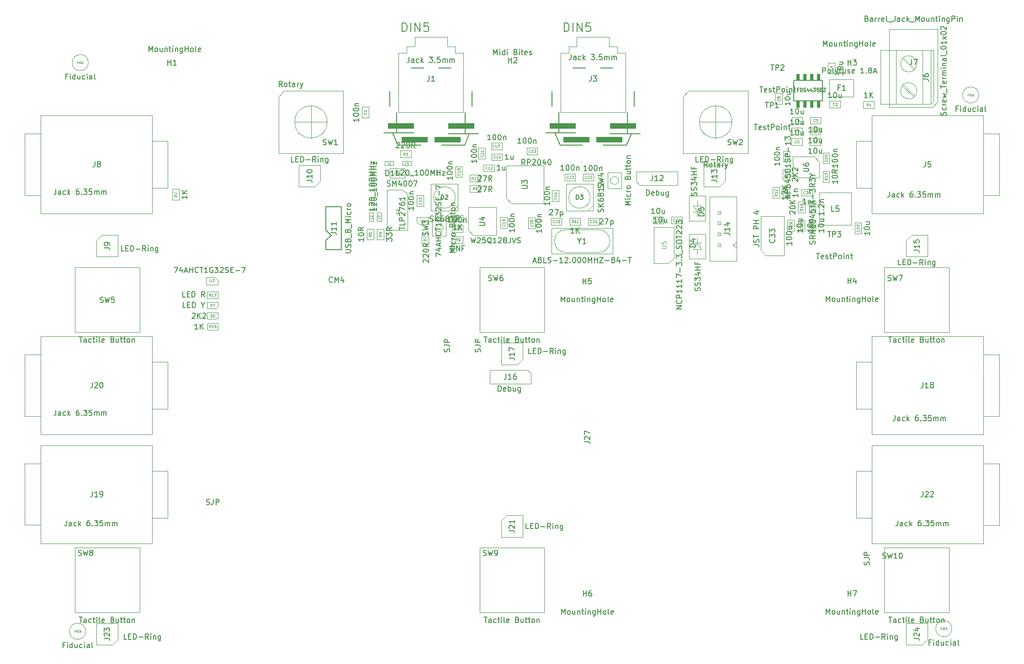
<source format=gbr>
%TF.GenerationSoftware,KiCad,Pcbnew,7.0.9-7.0.9~ubuntu23.04.1*%
%TF.CreationDate,2023-12-04T22:03:06+00:00*%
%TF.ProjectId,pedalboard-hw,70656461-6c62-46f6-9172-642d68772e6b,3.1.0*%
%TF.SameCoordinates,Original*%
%TF.FileFunction,AssemblyDrawing,Top*%
%FSLAX46Y46*%
G04 Gerber Fmt 4.6, Leading zero omitted, Abs format (unit mm)*
G04 Created by KiCad (PCBNEW 7.0.9-7.0.9~ubuntu23.04.1) date 2023-12-04 22:03:06*
%MOMM*%
%LPD*%
G01*
G04 APERTURE LIST*
%ADD10C,0.150000*%
%ADD11C,0.080000*%
%ADD12C,0.060000*%
%ADD13C,0.120000*%
%ADD14C,0.160020*%
%ADD15C,0.050000*%
%ADD16C,0.075000*%
%ADD17C,0.100000*%
%ADD18C,0.152400*%
%ADD19C,0.203200*%
%ADD20C,0.010000*%
G04 APERTURE END LIST*
D10*
X161426666Y-58364819D02*
X161998094Y-58364819D01*
X161712380Y-59364819D02*
X161712380Y-58364819D01*
X162712380Y-59317200D02*
X162617142Y-59364819D01*
X162617142Y-59364819D02*
X162426666Y-59364819D01*
X162426666Y-59364819D02*
X162331428Y-59317200D01*
X162331428Y-59317200D02*
X162283809Y-59221961D01*
X162283809Y-59221961D02*
X162283809Y-58841009D01*
X162283809Y-58841009D02*
X162331428Y-58745771D01*
X162331428Y-58745771D02*
X162426666Y-58698152D01*
X162426666Y-58698152D02*
X162617142Y-58698152D01*
X162617142Y-58698152D02*
X162712380Y-58745771D01*
X162712380Y-58745771D02*
X162759999Y-58841009D01*
X162759999Y-58841009D02*
X162759999Y-58936247D01*
X162759999Y-58936247D02*
X162283809Y-59031485D01*
X163140952Y-59317200D02*
X163236190Y-59364819D01*
X163236190Y-59364819D02*
X163426666Y-59364819D01*
X163426666Y-59364819D02*
X163521904Y-59317200D01*
X163521904Y-59317200D02*
X163569523Y-59221961D01*
X163569523Y-59221961D02*
X163569523Y-59174342D01*
X163569523Y-59174342D02*
X163521904Y-59079104D01*
X163521904Y-59079104D02*
X163426666Y-59031485D01*
X163426666Y-59031485D02*
X163283809Y-59031485D01*
X163283809Y-59031485D02*
X163188571Y-58983866D01*
X163188571Y-58983866D02*
X163140952Y-58888628D01*
X163140952Y-58888628D02*
X163140952Y-58841009D01*
X163140952Y-58841009D02*
X163188571Y-58745771D01*
X163188571Y-58745771D02*
X163283809Y-58698152D01*
X163283809Y-58698152D02*
X163426666Y-58698152D01*
X163426666Y-58698152D02*
X163521904Y-58745771D01*
X163855238Y-58698152D02*
X164236190Y-58698152D01*
X163998095Y-58364819D02*
X163998095Y-59221961D01*
X163998095Y-59221961D02*
X164045714Y-59317200D01*
X164045714Y-59317200D02*
X164140952Y-59364819D01*
X164140952Y-59364819D02*
X164236190Y-59364819D01*
X164569524Y-59364819D02*
X164569524Y-58364819D01*
X164569524Y-58364819D02*
X164950476Y-58364819D01*
X164950476Y-58364819D02*
X165045714Y-58412438D01*
X165045714Y-58412438D02*
X165093333Y-58460057D01*
X165093333Y-58460057D02*
X165140952Y-58555295D01*
X165140952Y-58555295D02*
X165140952Y-58698152D01*
X165140952Y-58698152D02*
X165093333Y-58793390D01*
X165093333Y-58793390D02*
X165045714Y-58841009D01*
X165045714Y-58841009D02*
X164950476Y-58888628D01*
X164950476Y-58888628D02*
X164569524Y-58888628D01*
X165712381Y-59364819D02*
X165617143Y-59317200D01*
X165617143Y-59317200D02*
X165569524Y-59269580D01*
X165569524Y-59269580D02*
X165521905Y-59174342D01*
X165521905Y-59174342D02*
X165521905Y-58888628D01*
X165521905Y-58888628D02*
X165569524Y-58793390D01*
X165569524Y-58793390D02*
X165617143Y-58745771D01*
X165617143Y-58745771D02*
X165712381Y-58698152D01*
X165712381Y-58698152D02*
X165855238Y-58698152D01*
X165855238Y-58698152D02*
X165950476Y-58745771D01*
X165950476Y-58745771D02*
X165998095Y-58793390D01*
X165998095Y-58793390D02*
X166045714Y-58888628D01*
X166045714Y-58888628D02*
X166045714Y-59174342D01*
X166045714Y-59174342D02*
X165998095Y-59269580D01*
X165998095Y-59269580D02*
X165950476Y-59317200D01*
X165950476Y-59317200D02*
X165855238Y-59364819D01*
X165855238Y-59364819D02*
X165712381Y-59364819D01*
X166474286Y-59364819D02*
X166474286Y-58698152D01*
X166474286Y-58364819D02*
X166426667Y-58412438D01*
X166426667Y-58412438D02*
X166474286Y-58460057D01*
X166474286Y-58460057D02*
X166521905Y-58412438D01*
X166521905Y-58412438D02*
X166474286Y-58364819D01*
X166474286Y-58364819D02*
X166474286Y-58460057D01*
X166950476Y-58698152D02*
X166950476Y-59364819D01*
X166950476Y-58793390D02*
X166998095Y-58745771D01*
X166998095Y-58745771D02*
X167093333Y-58698152D01*
X167093333Y-58698152D02*
X167236190Y-58698152D01*
X167236190Y-58698152D02*
X167331428Y-58745771D01*
X167331428Y-58745771D02*
X167379047Y-58841009D01*
X167379047Y-58841009D02*
X167379047Y-59364819D01*
X167712381Y-58698152D02*
X168093333Y-58698152D01*
X167855238Y-58364819D02*
X167855238Y-59221961D01*
X167855238Y-59221961D02*
X167902857Y-59317200D01*
X167902857Y-59317200D02*
X167998095Y-59364819D01*
X167998095Y-59364819D02*
X168093333Y-59364819D01*
X163498095Y-54314819D02*
X164069523Y-54314819D01*
X163783809Y-55314819D02*
X163783809Y-54314819D01*
X164402857Y-55314819D02*
X164402857Y-54314819D01*
X164402857Y-54314819D02*
X164783809Y-54314819D01*
X164783809Y-54314819D02*
X164879047Y-54362438D01*
X164879047Y-54362438D02*
X164926666Y-54410057D01*
X164926666Y-54410057D02*
X164974285Y-54505295D01*
X164974285Y-54505295D02*
X164974285Y-54648152D01*
X164974285Y-54648152D02*
X164926666Y-54743390D01*
X164926666Y-54743390D02*
X164879047Y-54791009D01*
X164879047Y-54791009D02*
X164783809Y-54838628D01*
X164783809Y-54838628D02*
X164402857Y-54838628D01*
X165307619Y-54314819D02*
X165926666Y-54314819D01*
X165926666Y-54314819D02*
X165593333Y-54695771D01*
X165593333Y-54695771D02*
X165736190Y-54695771D01*
X165736190Y-54695771D02*
X165831428Y-54743390D01*
X165831428Y-54743390D02*
X165879047Y-54791009D01*
X165879047Y-54791009D02*
X165926666Y-54886247D01*
X165926666Y-54886247D02*
X165926666Y-55124342D01*
X165926666Y-55124342D02*
X165879047Y-55219580D01*
X165879047Y-55219580D02*
X165831428Y-55267200D01*
X165831428Y-55267200D02*
X165736190Y-55314819D01*
X165736190Y-55314819D02*
X165450476Y-55314819D01*
X165450476Y-55314819D02*
X165355238Y-55267200D01*
X165355238Y-55267200D02*
X165307619Y-55219580D01*
X114630952Y-42974819D02*
X114059524Y-42974819D01*
X114345238Y-42974819D02*
X114345238Y-41974819D01*
X114345238Y-41974819D02*
X114250000Y-42117676D01*
X114250000Y-42117676D02*
X114154762Y-42212914D01*
X114154762Y-42212914D02*
X114059524Y-42260533D01*
X115250000Y-41974819D02*
X115345238Y-41974819D01*
X115345238Y-41974819D02*
X115440476Y-42022438D01*
X115440476Y-42022438D02*
X115488095Y-42070057D01*
X115488095Y-42070057D02*
X115535714Y-42165295D01*
X115535714Y-42165295D02*
X115583333Y-42355771D01*
X115583333Y-42355771D02*
X115583333Y-42593866D01*
X115583333Y-42593866D02*
X115535714Y-42784342D01*
X115535714Y-42784342D02*
X115488095Y-42879580D01*
X115488095Y-42879580D02*
X115440476Y-42927200D01*
X115440476Y-42927200D02*
X115345238Y-42974819D01*
X115345238Y-42974819D02*
X115250000Y-42974819D01*
X115250000Y-42974819D02*
X115154762Y-42927200D01*
X115154762Y-42927200D02*
X115107143Y-42879580D01*
X115107143Y-42879580D02*
X115059524Y-42784342D01*
X115059524Y-42784342D02*
X115011905Y-42593866D01*
X115011905Y-42593866D02*
X115011905Y-42355771D01*
X115011905Y-42355771D02*
X115059524Y-42165295D01*
X115059524Y-42165295D02*
X115107143Y-42070057D01*
X115107143Y-42070057D02*
X115154762Y-42022438D01*
X115154762Y-42022438D02*
X115250000Y-41974819D01*
X116202381Y-41974819D02*
X116297619Y-41974819D01*
X116297619Y-41974819D02*
X116392857Y-42022438D01*
X116392857Y-42022438D02*
X116440476Y-42070057D01*
X116440476Y-42070057D02*
X116488095Y-42165295D01*
X116488095Y-42165295D02*
X116535714Y-42355771D01*
X116535714Y-42355771D02*
X116535714Y-42593866D01*
X116535714Y-42593866D02*
X116488095Y-42784342D01*
X116488095Y-42784342D02*
X116440476Y-42879580D01*
X116440476Y-42879580D02*
X116392857Y-42927200D01*
X116392857Y-42927200D02*
X116297619Y-42974819D01*
X116297619Y-42974819D02*
X116202381Y-42974819D01*
X116202381Y-42974819D02*
X116107143Y-42927200D01*
X116107143Y-42927200D02*
X116059524Y-42879580D01*
X116059524Y-42879580D02*
X116011905Y-42784342D01*
X116011905Y-42784342D02*
X115964286Y-42593866D01*
X115964286Y-42593866D02*
X115964286Y-42355771D01*
X115964286Y-42355771D02*
X116011905Y-42165295D01*
X116011905Y-42165295D02*
X116059524Y-42070057D01*
X116059524Y-42070057D02*
X116107143Y-42022438D01*
X116107143Y-42022438D02*
X116202381Y-41974819D01*
X116964286Y-42308152D02*
X116964286Y-42974819D01*
X116964286Y-42403390D02*
X117011905Y-42355771D01*
X117011905Y-42355771D02*
X117107143Y-42308152D01*
X117107143Y-42308152D02*
X117250000Y-42308152D01*
X117250000Y-42308152D02*
X117345238Y-42355771D01*
X117345238Y-42355771D02*
X117392857Y-42451009D01*
X117392857Y-42451009D02*
X117392857Y-42974819D01*
D11*
X115428571Y-44449530D02*
X115404762Y-44473340D01*
X115404762Y-44473340D02*
X115333333Y-44497149D01*
X115333333Y-44497149D02*
X115285714Y-44497149D01*
X115285714Y-44497149D02*
X115214286Y-44473340D01*
X115214286Y-44473340D02*
X115166667Y-44425720D01*
X115166667Y-44425720D02*
X115142857Y-44378101D01*
X115142857Y-44378101D02*
X115119048Y-44282863D01*
X115119048Y-44282863D02*
X115119048Y-44211435D01*
X115119048Y-44211435D02*
X115142857Y-44116197D01*
X115142857Y-44116197D02*
X115166667Y-44068578D01*
X115166667Y-44068578D02*
X115214286Y-44020959D01*
X115214286Y-44020959D02*
X115285714Y-43997149D01*
X115285714Y-43997149D02*
X115333333Y-43997149D01*
X115333333Y-43997149D02*
X115404762Y-44020959D01*
X115404762Y-44020959D02*
X115428571Y-44044768D01*
X115619048Y-44044768D02*
X115642857Y-44020959D01*
X115642857Y-44020959D02*
X115690476Y-43997149D01*
X115690476Y-43997149D02*
X115809524Y-43997149D01*
X115809524Y-43997149D02*
X115857143Y-44020959D01*
X115857143Y-44020959D02*
X115880952Y-44044768D01*
X115880952Y-44044768D02*
X115904762Y-44092387D01*
X115904762Y-44092387D02*
X115904762Y-44140006D01*
X115904762Y-44140006D02*
X115880952Y-44211435D01*
X115880952Y-44211435D02*
X115595238Y-44497149D01*
X115595238Y-44497149D02*
X115904762Y-44497149D01*
X116071428Y-43997149D02*
X116380952Y-43997149D01*
X116380952Y-43997149D02*
X116214285Y-44187625D01*
X116214285Y-44187625D02*
X116285714Y-44187625D01*
X116285714Y-44187625D02*
X116333333Y-44211435D01*
X116333333Y-44211435D02*
X116357142Y-44235244D01*
X116357142Y-44235244D02*
X116380952Y-44282863D01*
X116380952Y-44282863D02*
X116380952Y-44401911D01*
X116380952Y-44401911D02*
X116357142Y-44449530D01*
X116357142Y-44449530D02*
X116333333Y-44473340D01*
X116333333Y-44473340D02*
X116285714Y-44497149D01*
X116285714Y-44497149D02*
X116142857Y-44497149D01*
X116142857Y-44497149D02*
X116095238Y-44473340D01*
X116095238Y-44473340D02*
X116071428Y-44449530D01*
D10*
X163214285Y-125304819D02*
X163214285Y-124304819D01*
X163214285Y-124304819D02*
X163547618Y-125019104D01*
X163547618Y-125019104D02*
X163880951Y-124304819D01*
X163880951Y-124304819D02*
X163880951Y-125304819D01*
X164499999Y-125304819D02*
X164404761Y-125257200D01*
X164404761Y-125257200D02*
X164357142Y-125209580D01*
X164357142Y-125209580D02*
X164309523Y-125114342D01*
X164309523Y-125114342D02*
X164309523Y-124828628D01*
X164309523Y-124828628D02*
X164357142Y-124733390D01*
X164357142Y-124733390D02*
X164404761Y-124685771D01*
X164404761Y-124685771D02*
X164499999Y-124638152D01*
X164499999Y-124638152D02*
X164642856Y-124638152D01*
X164642856Y-124638152D02*
X164738094Y-124685771D01*
X164738094Y-124685771D02*
X164785713Y-124733390D01*
X164785713Y-124733390D02*
X164833332Y-124828628D01*
X164833332Y-124828628D02*
X164833332Y-125114342D01*
X164833332Y-125114342D02*
X164785713Y-125209580D01*
X164785713Y-125209580D02*
X164738094Y-125257200D01*
X164738094Y-125257200D02*
X164642856Y-125304819D01*
X164642856Y-125304819D02*
X164499999Y-125304819D01*
X165690475Y-124638152D02*
X165690475Y-125304819D01*
X165261904Y-124638152D02*
X165261904Y-125161961D01*
X165261904Y-125161961D02*
X165309523Y-125257200D01*
X165309523Y-125257200D02*
X165404761Y-125304819D01*
X165404761Y-125304819D02*
X165547618Y-125304819D01*
X165547618Y-125304819D02*
X165642856Y-125257200D01*
X165642856Y-125257200D02*
X165690475Y-125209580D01*
X166166666Y-124638152D02*
X166166666Y-125304819D01*
X166166666Y-124733390D02*
X166214285Y-124685771D01*
X166214285Y-124685771D02*
X166309523Y-124638152D01*
X166309523Y-124638152D02*
X166452380Y-124638152D01*
X166452380Y-124638152D02*
X166547618Y-124685771D01*
X166547618Y-124685771D02*
X166595237Y-124781009D01*
X166595237Y-124781009D02*
X166595237Y-125304819D01*
X166928571Y-124638152D02*
X167309523Y-124638152D01*
X167071428Y-124304819D02*
X167071428Y-125161961D01*
X167071428Y-125161961D02*
X167119047Y-125257200D01*
X167119047Y-125257200D02*
X167214285Y-125304819D01*
X167214285Y-125304819D02*
X167309523Y-125304819D01*
X167642857Y-125304819D02*
X167642857Y-124638152D01*
X167642857Y-124304819D02*
X167595238Y-124352438D01*
X167595238Y-124352438D02*
X167642857Y-124400057D01*
X167642857Y-124400057D02*
X167690476Y-124352438D01*
X167690476Y-124352438D02*
X167642857Y-124304819D01*
X167642857Y-124304819D02*
X167642857Y-124400057D01*
X168119047Y-124638152D02*
X168119047Y-125304819D01*
X168119047Y-124733390D02*
X168166666Y-124685771D01*
X168166666Y-124685771D02*
X168261904Y-124638152D01*
X168261904Y-124638152D02*
X168404761Y-124638152D01*
X168404761Y-124638152D02*
X168499999Y-124685771D01*
X168499999Y-124685771D02*
X168547618Y-124781009D01*
X168547618Y-124781009D02*
X168547618Y-125304819D01*
X169452380Y-124638152D02*
X169452380Y-125447676D01*
X169452380Y-125447676D02*
X169404761Y-125542914D01*
X169404761Y-125542914D02*
X169357142Y-125590533D01*
X169357142Y-125590533D02*
X169261904Y-125638152D01*
X169261904Y-125638152D02*
X169119047Y-125638152D01*
X169119047Y-125638152D02*
X169023809Y-125590533D01*
X169452380Y-125257200D02*
X169357142Y-125304819D01*
X169357142Y-125304819D02*
X169166666Y-125304819D01*
X169166666Y-125304819D02*
X169071428Y-125257200D01*
X169071428Y-125257200D02*
X169023809Y-125209580D01*
X169023809Y-125209580D02*
X168976190Y-125114342D01*
X168976190Y-125114342D02*
X168976190Y-124828628D01*
X168976190Y-124828628D02*
X169023809Y-124733390D01*
X169023809Y-124733390D02*
X169071428Y-124685771D01*
X169071428Y-124685771D02*
X169166666Y-124638152D01*
X169166666Y-124638152D02*
X169357142Y-124638152D01*
X169357142Y-124638152D02*
X169452380Y-124685771D01*
X169928571Y-125304819D02*
X169928571Y-124304819D01*
X169928571Y-124781009D02*
X170499999Y-124781009D01*
X170499999Y-125304819D02*
X170499999Y-124304819D01*
X171119047Y-125304819D02*
X171023809Y-125257200D01*
X171023809Y-125257200D02*
X170976190Y-125209580D01*
X170976190Y-125209580D02*
X170928571Y-125114342D01*
X170928571Y-125114342D02*
X170928571Y-124828628D01*
X170928571Y-124828628D02*
X170976190Y-124733390D01*
X170976190Y-124733390D02*
X171023809Y-124685771D01*
X171023809Y-124685771D02*
X171119047Y-124638152D01*
X171119047Y-124638152D02*
X171261904Y-124638152D01*
X171261904Y-124638152D02*
X171357142Y-124685771D01*
X171357142Y-124685771D02*
X171404761Y-124733390D01*
X171404761Y-124733390D02*
X171452380Y-124828628D01*
X171452380Y-124828628D02*
X171452380Y-125114342D01*
X171452380Y-125114342D02*
X171404761Y-125209580D01*
X171404761Y-125209580D02*
X171357142Y-125257200D01*
X171357142Y-125257200D02*
X171261904Y-125304819D01*
X171261904Y-125304819D02*
X171119047Y-125304819D01*
X172023809Y-125304819D02*
X171928571Y-125257200D01*
X171928571Y-125257200D02*
X171880952Y-125161961D01*
X171880952Y-125161961D02*
X171880952Y-124304819D01*
X172785714Y-125257200D02*
X172690476Y-125304819D01*
X172690476Y-125304819D02*
X172500000Y-125304819D01*
X172500000Y-125304819D02*
X172404762Y-125257200D01*
X172404762Y-125257200D02*
X172357143Y-125161961D01*
X172357143Y-125161961D02*
X172357143Y-124781009D01*
X172357143Y-124781009D02*
X172404762Y-124685771D01*
X172404762Y-124685771D02*
X172500000Y-124638152D01*
X172500000Y-124638152D02*
X172690476Y-124638152D01*
X172690476Y-124638152D02*
X172785714Y-124685771D01*
X172785714Y-124685771D02*
X172833333Y-124781009D01*
X172833333Y-124781009D02*
X172833333Y-124876247D01*
X172833333Y-124876247D02*
X172357143Y-124971485D01*
X167238095Y-121954819D02*
X167238095Y-120954819D01*
X167238095Y-121431009D02*
X167809523Y-121431009D01*
X167809523Y-121954819D02*
X167809523Y-120954819D01*
X168190476Y-120954819D02*
X168857142Y-120954819D01*
X168857142Y-120954819D02*
X168428571Y-121954819D01*
X22619047Y-25534509D02*
X22285714Y-25534509D01*
X22285714Y-26058319D02*
X22285714Y-25058319D01*
X22285714Y-25058319D02*
X22761904Y-25058319D01*
X23142857Y-26058319D02*
X23142857Y-25391652D01*
X23142857Y-25058319D02*
X23095238Y-25105938D01*
X23095238Y-25105938D02*
X23142857Y-25153557D01*
X23142857Y-25153557D02*
X23190476Y-25105938D01*
X23190476Y-25105938D02*
X23142857Y-25058319D01*
X23142857Y-25058319D02*
X23142857Y-25153557D01*
X24047618Y-26058319D02*
X24047618Y-25058319D01*
X24047618Y-26010700D02*
X23952380Y-26058319D01*
X23952380Y-26058319D02*
X23761904Y-26058319D01*
X23761904Y-26058319D02*
X23666666Y-26010700D01*
X23666666Y-26010700D02*
X23619047Y-25963080D01*
X23619047Y-25963080D02*
X23571428Y-25867842D01*
X23571428Y-25867842D02*
X23571428Y-25582128D01*
X23571428Y-25582128D02*
X23619047Y-25486890D01*
X23619047Y-25486890D02*
X23666666Y-25439271D01*
X23666666Y-25439271D02*
X23761904Y-25391652D01*
X23761904Y-25391652D02*
X23952380Y-25391652D01*
X23952380Y-25391652D02*
X24047618Y-25439271D01*
X24952380Y-25391652D02*
X24952380Y-26058319D01*
X24523809Y-25391652D02*
X24523809Y-25915461D01*
X24523809Y-25915461D02*
X24571428Y-26010700D01*
X24571428Y-26010700D02*
X24666666Y-26058319D01*
X24666666Y-26058319D02*
X24809523Y-26058319D01*
X24809523Y-26058319D02*
X24904761Y-26010700D01*
X24904761Y-26010700D02*
X24952380Y-25963080D01*
X25857142Y-26010700D02*
X25761904Y-26058319D01*
X25761904Y-26058319D02*
X25571428Y-26058319D01*
X25571428Y-26058319D02*
X25476190Y-26010700D01*
X25476190Y-26010700D02*
X25428571Y-25963080D01*
X25428571Y-25963080D02*
X25380952Y-25867842D01*
X25380952Y-25867842D02*
X25380952Y-25582128D01*
X25380952Y-25582128D02*
X25428571Y-25486890D01*
X25428571Y-25486890D02*
X25476190Y-25439271D01*
X25476190Y-25439271D02*
X25571428Y-25391652D01*
X25571428Y-25391652D02*
X25761904Y-25391652D01*
X25761904Y-25391652D02*
X25857142Y-25439271D01*
X26285714Y-26058319D02*
X26285714Y-25391652D01*
X26285714Y-25058319D02*
X26238095Y-25105938D01*
X26238095Y-25105938D02*
X26285714Y-25153557D01*
X26285714Y-25153557D02*
X26333333Y-25105938D01*
X26333333Y-25105938D02*
X26285714Y-25058319D01*
X26285714Y-25058319D02*
X26285714Y-25153557D01*
X27190475Y-26058319D02*
X27190475Y-25534509D01*
X27190475Y-25534509D02*
X27142856Y-25439271D01*
X27142856Y-25439271D02*
X27047618Y-25391652D01*
X27047618Y-25391652D02*
X26857142Y-25391652D01*
X26857142Y-25391652D02*
X26761904Y-25439271D01*
X27190475Y-26010700D02*
X27095237Y-26058319D01*
X27095237Y-26058319D02*
X26857142Y-26058319D01*
X26857142Y-26058319D02*
X26761904Y-26010700D01*
X26761904Y-26010700D02*
X26714285Y-25915461D01*
X26714285Y-25915461D02*
X26714285Y-25820223D01*
X26714285Y-25820223D02*
X26761904Y-25724985D01*
X26761904Y-25724985D02*
X26857142Y-25677366D01*
X26857142Y-25677366D02*
X27095237Y-25677366D01*
X27095237Y-25677366D02*
X27190475Y-25629747D01*
X27809523Y-26058319D02*
X27714285Y-26010700D01*
X27714285Y-26010700D02*
X27666666Y-25915461D01*
X27666666Y-25915461D02*
X27666666Y-25058319D01*
D12*
X24571429Y-22972403D02*
X24438096Y-22972403D01*
X24438096Y-23181927D02*
X24438096Y-22781927D01*
X24438096Y-22781927D02*
X24628572Y-22781927D01*
X24780953Y-23181927D02*
X24780953Y-22781927D01*
X24971429Y-23181927D02*
X24971429Y-22781927D01*
X24971429Y-22781927D02*
X25066667Y-22781927D01*
X25066667Y-22781927D02*
X25123810Y-22800975D01*
X25123810Y-22800975D02*
X25161905Y-22839070D01*
X25161905Y-22839070D02*
X25180952Y-22877165D01*
X25180952Y-22877165D02*
X25200000Y-22953356D01*
X25200000Y-22953356D02*
X25200000Y-23010499D01*
X25200000Y-23010499D02*
X25180952Y-23086689D01*
X25180952Y-23086689D02*
X25161905Y-23124784D01*
X25161905Y-23124784D02*
X25123810Y-23162880D01*
X25123810Y-23162880D02*
X25066667Y-23181927D01*
X25066667Y-23181927D02*
X24971429Y-23181927D01*
X25580952Y-23181927D02*
X25352381Y-23181927D01*
X25466667Y-23181927D02*
X25466667Y-22781927D01*
X25466667Y-22781927D02*
X25428571Y-22839070D01*
X25428571Y-22839070D02*
X25390476Y-22877165D01*
X25390476Y-22877165D02*
X25352381Y-22896213D01*
D10*
X98738095Y-44050057D02*
X98785714Y-44002438D01*
X98785714Y-44002438D02*
X98880952Y-43954819D01*
X98880952Y-43954819D02*
X99119047Y-43954819D01*
X99119047Y-43954819D02*
X99214285Y-44002438D01*
X99214285Y-44002438D02*
X99261904Y-44050057D01*
X99261904Y-44050057D02*
X99309523Y-44145295D01*
X99309523Y-44145295D02*
X99309523Y-44240533D01*
X99309523Y-44240533D02*
X99261904Y-44383390D01*
X99261904Y-44383390D02*
X98690476Y-44954819D01*
X98690476Y-44954819D02*
X99309523Y-44954819D01*
X99642857Y-43954819D02*
X100309523Y-43954819D01*
X100309523Y-43954819D02*
X99880952Y-44954819D01*
X101261904Y-44954819D02*
X100928571Y-44478628D01*
X100690476Y-44954819D02*
X100690476Y-43954819D01*
X100690476Y-43954819D02*
X101071428Y-43954819D01*
X101071428Y-43954819D02*
X101166666Y-44002438D01*
X101166666Y-44002438D02*
X101214285Y-44050057D01*
X101214285Y-44050057D02*
X101261904Y-44145295D01*
X101261904Y-44145295D02*
X101261904Y-44288152D01*
X101261904Y-44288152D02*
X101214285Y-44383390D01*
X101214285Y-44383390D02*
X101166666Y-44431009D01*
X101166666Y-44431009D02*
X101071428Y-44478628D01*
X101071428Y-44478628D02*
X100690476Y-44478628D01*
D11*
X97818571Y-44687149D02*
X97651905Y-44449054D01*
X97532857Y-44687149D02*
X97532857Y-44187149D01*
X97532857Y-44187149D02*
X97723333Y-44187149D01*
X97723333Y-44187149D02*
X97770952Y-44210959D01*
X97770952Y-44210959D02*
X97794762Y-44234768D01*
X97794762Y-44234768D02*
X97818571Y-44282387D01*
X97818571Y-44282387D02*
X97818571Y-44353816D01*
X97818571Y-44353816D02*
X97794762Y-44401435D01*
X97794762Y-44401435D02*
X97770952Y-44425244D01*
X97770952Y-44425244D02*
X97723333Y-44449054D01*
X97723333Y-44449054D02*
X97532857Y-44449054D01*
X98294762Y-44687149D02*
X98009048Y-44687149D01*
X98151905Y-44687149D02*
X98151905Y-44187149D01*
X98151905Y-44187149D02*
X98104286Y-44258578D01*
X98104286Y-44258578D02*
X98056667Y-44306197D01*
X98056667Y-44306197D02*
X98009048Y-44330006D01*
X98604285Y-44187149D02*
X98651904Y-44187149D01*
X98651904Y-44187149D02*
X98699523Y-44210959D01*
X98699523Y-44210959D02*
X98723333Y-44234768D01*
X98723333Y-44234768D02*
X98747142Y-44282387D01*
X98747142Y-44282387D02*
X98770952Y-44377625D01*
X98770952Y-44377625D02*
X98770952Y-44496673D01*
X98770952Y-44496673D02*
X98747142Y-44591911D01*
X98747142Y-44591911D02*
X98723333Y-44639530D01*
X98723333Y-44639530D02*
X98699523Y-44663340D01*
X98699523Y-44663340D02*
X98651904Y-44687149D01*
X98651904Y-44687149D02*
X98604285Y-44687149D01*
X98604285Y-44687149D02*
X98556666Y-44663340D01*
X98556666Y-44663340D02*
X98532857Y-44639530D01*
X98532857Y-44639530D02*
X98509047Y-44591911D01*
X98509047Y-44591911D02*
X98485238Y-44496673D01*
X98485238Y-44496673D02*
X98485238Y-44377625D01*
X98485238Y-44377625D02*
X98509047Y-44282387D01*
X98509047Y-44282387D02*
X98532857Y-44234768D01*
X98532857Y-44234768D02*
X98556666Y-44210959D01*
X98556666Y-44210959D02*
X98604285Y-44187149D01*
D10*
X115952381Y-21454819D02*
X115952381Y-22169104D01*
X115952381Y-22169104D02*
X115904762Y-22311961D01*
X115904762Y-22311961D02*
X115809524Y-22407200D01*
X115809524Y-22407200D02*
X115666667Y-22454819D01*
X115666667Y-22454819D02*
X115571429Y-22454819D01*
X116857143Y-22454819D02*
X116857143Y-21931009D01*
X116857143Y-21931009D02*
X116809524Y-21835771D01*
X116809524Y-21835771D02*
X116714286Y-21788152D01*
X116714286Y-21788152D02*
X116523810Y-21788152D01*
X116523810Y-21788152D02*
X116428572Y-21835771D01*
X116857143Y-22407200D02*
X116761905Y-22454819D01*
X116761905Y-22454819D02*
X116523810Y-22454819D01*
X116523810Y-22454819D02*
X116428572Y-22407200D01*
X116428572Y-22407200D02*
X116380953Y-22311961D01*
X116380953Y-22311961D02*
X116380953Y-22216723D01*
X116380953Y-22216723D02*
X116428572Y-22121485D01*
X116428572Y-22121485D02*
X116523810Y-22073866D01*
X116523810Y-22073866D02*
X116761905Y-22073866D01*
X116761905Y-22073866D02*
X116857143Y-22026247D01*
X117761905Y-22407200D02*
X117666667Y-22454819D01*
X117666667Y-22454819D02*
X117476191Y-22454819D01*
X117476191Y-22454819D02*
X117380953Y-22407200D01*
X117380953Y-22407200D02*
X117333334Y-22359580D01*
X117333334Y-22359580D02*
X117285715Y-22264342D01*
X117285715Y-22264342D02*
X117285715Y-21978628D01*
X117285715Y-21978628D02*
X117333334Y-21883390D01*
X117333334Y-21883390D02*
X117380953Y-21835771D01*
X117380953Y-21835771D02*
X117476191Y-21788152D01*
X117476191Y-21788152D02*
X117666667Y-21788152D01*
X117666667Y-21788152D02*
X117761905Y-21835771D01*
X118190477Y-22454819D02*
X118190477Y-21454819D01*
X118285715Y-22073866D02*
X118571429Y-22454819D01*
X118571429Y-21788152D02*
X118190477Y-22169104D01*
X119666668Y-21454819D02*
X120285715Y-21454819D01*
X120285715Y-21454819D02*
X119952382Y-21835771D01*
X119952382Y-21835771D02*
X120095239Y-21835771D01*
X120095239Y-21835771D02*
X120190477Y-21883390D01*
X120190477Y-21883390D02*
X120238096Y-21931009D01*
X120238096Y-21931009D02*
X120285715Y-22026247D01*
X120285715Y-22026247D02*
X120285715Y-22264342D01*
X120285715Y-22264342D02*
X120238096Y-22359580D01*
X120238096Y-22359580D02*
X120190477Y-22407200D01*
X120190477Y-22407200D02*
X120095239Y-22454819D01*
X120095239Y-22454819D02*
X119809525Y-22454819D01*
X119809525Y-22454819D02*
X119714287Y-22407200D01*
X119714287Y-22407200D02*
X119666668Y-22359580D01*
X120714287Y-22359580D02*
X120761906Y-22407200D01*
X120761906Y-22407200D02*
X120714287Y-22454819D01*
X120714287Y-22454819D02*
X120666668Y-22407200D01*
X120666668Y-22407200D02*
X120714287Y-22359580D01*
X120714287Y-22359580D02*
X120714287Y-22454819D01*
X121666667Y-21454819D02*
X121190477Y-21454819D01*
X121190477Y-21454819D02*
X121142858Y-21931009D01*
X121142858Y-21931009D02*
X121190477Y-21883390D01*
X121190477Y-21883390D02*
X121285715Y-21835771D01*
X121285715Y-21835771D02*
X121523810Y-21835771D01*
X121523810Y-21835771D02*
X121619048Y-21883390D01*
X121619048Y-21883390D02*
X121666667Y-21931009D01*
X121666667Y-21931009D02*
X121714286Y-22026247D01*
X121714286Y-22026247D02*
X121714286Y-22264342D01*
X121714286Y-22264342D02*
X121666667Y-22359580D01*
X121666667Y-22359580D02*
X121619048Y-22407200D01*
X121619048Y-22407200D02*
X121523810Y-22454819D01*
X121523810Y-22454819D02*
X121285715Y-22454819D01*
X121285715Y-22454819D02*
X121190477Y-22407200D01*
X121190477Y-22407200D02*
X121142858Y-22359580D01*
X122142858Y-22454819D02*
X122142858Y-21788152D01*
X122142858Y-21883390D02*
X122190477Y-21835771D01*
X122190477Y-21835771D02*
X122285715Y-21788152D01*
X122285715Y-21788152D02*
X122428572Y-21788152D01*
X122428572Y-21788152D02*
X122523810Y-21835771D01*
X122523810Y-21835771D02*
X122571429Y-21931009D01*
X122571429Y-21931009D02*
X122571429Y-22454819D01*
X122571429Y-21931009D02*
X122619048Y-21835771D01*
X122619048Y-21835771D02*
X122714286Y-21788152D01*
X122714286Y-21788152D02*
X122857143Y-21788152D01*
X122857143Y-21788152D02*
X122952382Y-21835771D01*
X122952382Y-21835771D02*
X123000001Y-21931009D01*
X123000001Y-21931009D02*
X123000001Y-22454819D01*
X123476191Y-22454819D02*
X123476191Y-21788152D01*
X123476191Y-21883390D02*
X123523810Y-21835771D01*
X123523810Y-21835771D02*
X123619048Y-21788152D01*
X123619048Y-21788152D02*
X123761905Y-21788152D01*
X123761905Y-21788152D02*
X123857143Y-21835771D01*
X123857143Y-21835771D02*
X123904762Y-21931009D01*
X123904762Y-21931009D02*
X123904762Y-22454819D01*
X123904762Y-21931009D02*
X123952381Y-21835771D01*
X123952381Y-21835771D02*
X124047619Y-21788152D01*
X124047619Y-21788152D02*
X124190476Y-21788152D01*
X124190476Y-21788152D02*
X124285715Y-21835771D01*
X124285715Y-21835771D02*
X124333334Y-21931009D01*
X124333334Y-21931009D02*
X124333334Y-22454819D01*
X119666666Y-25454819D02*
X119666666Y-26169104D01*
X119666666Y-26169104D02*
X119619047Y-26311961D01*
X119619047Y-26311961D02*
X119523809Y-26407200D01*
X119523809Y-26407200D02*
X119380952Y-26454819D01*
X119380952Y-26454819D02*
X119285714Y-26454819D01*
X120047619Y-25454819D02*
X120666666Y-25454819D01*
X120666666Y-25454819D02*
X120333333Y-25835771D01*
X120333333Y-25835771D02*
X120476190Y-25835771D01*
X120476190Y-25835771D02*
X120571428Y-25883390D01*
X120571428Y-25883390D02*
X120619047Y-25931009D01*
X120619047Y-25931009D02*
X120666666Y-26026247D01*
X120666666Y-26026247D02*
X120666666Y-26264342D01*
X120666666Y-26264342D02*
X120619047Y-26359580D01*
X120619047Y-26359580D02*
X120571428Y-26407200D01*
X120571428Y-26407200D02*
X120476190Y-26454819D01*
X120476190Y-26454819D02*
X120190476Y-26454819D01*
X120190476Y-26454819D02*
X120095238Y-26407200D01*
X120095238Y-26407200D02*
X120047619Y-26359580D01*
X98454819Y-40969047D02*
X98454819Y-41540475D01*
X98454819Y-41254761D02*
X97454819Y-41254761D01*
X97454819Y-41254761D02*
X97597676Y-41349999D01*
X97597676Y-41349999D02*
X97692914Y-41445237D01*
X97692914Y-41445237D02*
X97740533Y-41540475D01*
X97454819Y-40349999D02*
X97454819Y-40254761D01*
X97454819Y-40254761D02*
X97502438Y-40159523D01*
X97502438Y-40159523D02*
X97550057Y-40111904D01*
X97550057Y-40111904D02*
X97645295Y-40064285D01*
X97645295Y-40064285D02*
X97835771Y-40016666D01*
X97835771Y-40016666D02*
X98073866Y-40016666D01*
X98073866Y-40016666D02*
X98264342Y-40064285D01*
X98264342Y-40064285D02*
X98359580Y-40111904D01*
X98359580Y-40111904D02*
X98407200Y-40159523D01*
X98407200Y-40159523D02*
X98454819Y-40254761D01*
X98454819Y-40254761D02*
X98454819Y-40349999D01*
X98454819Y-40349999D02*
X98407200Y-40445237D01*
X98407200Y-40445237D02*
X98359580Y-40492856D01*
X98359580Y-40492856D02*
X98264342Y-40540475D01*
X98264342Y-40540475D02*
X98073866Y-40588094D01*
X98073866Y-40588094D02*
X97835771Y-40588094D01*
X97835771Y-40588094D02*
X97645295Y-40540475D01*
X97645295Y-40540475D02*
X97550057Y-40492856D01*
X97550057Y-40492856D02*
X97502438Y-40445237D01*
X97502438Y-40445237D02*
X97454819Y-40349999D01*
X97454819Y-39397618D02*
X97454819Y-39302380D01*
X97454819Y-39302380D02*
X97502438Y-39207142D01*
X97502438Y-39207142D02*
X97550057Y-39159523D01*
X97550057Y-39159523D02*
X97645295Y-39111904D01*
X97645295Y-39111904D02*
X97835771Y-39064285D01*
X97835771Y-39064285D02*
X98073866Y-39064285D01*
X98073866Y-39064285D02*
X98264342Y-39111904D01*
X98264342Y-39111904D02*
X98359580Y-39159523D01*
X98359580Y-39159523D02*
X98407200Y-39207142D01*
X98407200Y-39207142D02*
X98454819Y-39302380D01*
X98454819Y-39302380D02*
X98454819Y-39397618D01*
X98454819Y-39397618D02*
X98407200Y-39492856D01*
X98407200Y-39492856D02*
X98359580Y-39540475D01*
X98359580Y-39540475D02*
X98264342Y-39588094D01*
X98264342Y-39588094D02*
X98073866Y-39635713D01*
X98073866Y-39635713D02*
X97835771Y-39635713D01*
X97835771Y-39635713D02*
X97645295Y-39588094D01*
X97645295Y-39588094D02*
X97550057Y-39540475D01*
X97550057Y-39540475D02*
X97502438Y-39492856D01*
X97502438Y-39492856D02*
X97454819Y-39397618D01*
X97788152Y-38635713D02*
X98454819Y-38635713D01*
X97883390Y-38635713D02*
X97835771Y-38588094D01*
X97835771Y-38588094D02*
X97788152Y-38492856D01*
X97788152Y-38492856D02*
X97788152Y-38349999D01*
X97788152Y-38349999D02*
X97835771Y-38254761D01*
X97835771Y-38254761D02*
X97931009Y-38207142D01*
X97931009Y-38207142D02*
X98454819Y-38207142D01*
D11*
X99619530Y-40171428D02*
X99643340Y-40195237D01*
X99643340Y-40195237D02*
X99667149Y-40266666D01*
X99667149Y-40266666D02*
X99667149Y-40314285D01*
X99667149Y-40314285D02*
X99643340Y-40385713D01*
X99643340Y-40385713D02*
X99595720Y-40433332D01*
X99595720Y-40433332D02*
X99548101Y-40457142D01*
X99548101Y-40457142D02*
X99452863Y-40480951D01*
X99452863Y-40480951D02*
X99381435Y-40480951D01*
X99381435Y-40480951D02*
X99286197Y-40457142D01*
X99286197Y-40457142D02*
X99238578Y-40433332D01*
X99238578Y-40433332D02*
X99190959Y-40385713D01*
X99190959Y-40385713D02*
X99167149Y-40314285D01*
X99167149Y-40314285D02*
X99167149Y-40266666D01*
X99167149Y-40266666D02*
X99190959Y-40195237D01*
X99190959Y-40195237D02*
X99214768Y-40171428D01*
X99214768Y-39980951D02*
X99190959Y-39957142D01*
X99190959Y-39957142D02*
X99167149Y-39909523D01*
X99167149Y-39909523D02*
X99167149Y-39790475D01*
X99167149Y-39790475D02*
X99190959Y-39742856D01*
X99190959Y-39742856D02*
X99214768Y-39719047D01*
X99214768Y-39719047D02*
X99262387Y-39695237D01*
X99262387Y-39695237D02*
X99310006Y-39695237D01*
X99310006Y-39695237D02*
X99381435Y-39719047D01*
X99381435Y-39719047D02*
X99667149Y-40004761D01*
X99667149Y-40004761D02*
X99667149Y-39695237D01*
X99667149Y-39219047D02*
X99667149Y-39504761D01*
X99667149Y-39361904D02*
X99167149Y-39361904D01*
X99167149Y-39361904D02*
X99238578Y-39409523D01*
X99238578Y-39409523D02*
X99286197Y-39457142D01*
X99286197Y-39457142D02*
X99310006Y-39504761D01*
D10*
X157974819Y-47326666D02*
X157974819Y-47898094D01*
X157974819Y-47612380D02*
X156974819Y-47612380D01*
X156974819Y-47612380D02*
X157117676Y-47707618D01*
X157117676Y-47707618D02*
X157212914Y-47802856D01*
X157212914Y-47802856D02*
X157260533Y-47898094D01*
X157308152Y-46898094D02*
X157974819Y-46898094D01*
X157403390Y-46898094D02*
X157355771Y-46850475D01*
X157355771Y-46850475D02*
X157308152Y-46755237D01*
X157308152Y-46755237D02*
X157308152Y-46612380D01*
X157308152Y-46612380D02*
X157355771Y-46517142D01*
X157355771Y-46517142D02*
X157451009Y-46469523D01*
X157451009Y-46469523D02*
X157974819Y-46469523D01*
D11*
X156019530Y-47481428D02*
X156043340Y-47505237D01*
X156043340Y-47505237D02*
X156067149Y-47576666D01*
X156067149Y-47576666D02*
X156067149Y-47624285D01*
X156067149Y-47624285D02*
X156043340Y-47695713D01*
X156043340Y-47695713D02*
X155995720Y-47743332D01*
X155995720Y-47743332D02*
X155948101Y-47767142D01*
X155948101Y-47767142D02*
X155852863Y-47790951D01*
X155852863Y-47790951D02*
X155781435Y-47790951D01*
X155781435Y-47790951D02*
X155686197Y-47767142D01*
X155686197Y-47767142D02*
X155638578Y-47743332D01*
X155638578Y-47743332D02*
X155590959Y-47695713D01*
X155590959Y-47695713D02*
X155567149Y-47624285D01*
X155567149Y-47624285D02*
X155567149Y-47576666D01*
X155567149Y-47576666D02*
X155590959Y-47505237D01*
X155590959Y-47505237D02*
X155614768Y-47481428D01*
X155614768Y-47290951D02*
X155590959Y-47267142D01*
X155590959Y-47267142D02*
X155567149Y-47219523D01*
X155567149Y-47219523D02*
X155567149Y-47100475D01*
X155567149Y-47100475D02*
X155590959Y-47052856D01*
X155590959Y-47052856D02*
X155614768Y-47029047D01*
X155614768Y-47029047D02*
X155662387Y-47005237D01*
X155662387Y-47005237D02*
X155710006Y-47005237D01*
X155710006Y-47005237D02*
X155781435Y-47029047D01*
X155781435Y-47029047D02*
X156067149Y-47314761D01*
X156067149Y-47314761D02*
X156067149Y-47005237D01*
X156067149Y-46767142D02*
X156067149Y-46671904D01*
X156067149Y-46671904D02*
X156043340Y-46624285D01*
X156043340Y-46624285D02*
X156019530Y-46600476D01*
X156019530Y-46600476D02*
X155948101Y-46552857D01*
X155948101Y-46552857D02*
X155852863Y-46529047D01*
X155852863Y-46529047D02*
X155662387Y-46529047D01*
X155662387Y-46529047D02*
X155614768Y-46552857D01*
X155614768Y-46552857D02*
X155590959Y-46576666D01*
X155590959Y-46576666D02*
X155567149Y-46624285D01*
X155567149Y-46624285D02*
X155567149Y-46719523D01*
X155567149Y-46719523D02*
X155590959Y-46767142D01*
X155590959Y-46767142D02*
X155614768Y-46790952D01*
X155614768Y-46790952D02*
X155662387Y-46814761D01*
X155662387Y-46814761D02*
X155781435Y-46814761D01*
X155781435Y-46814761D02*
X155829054Y-46790952D01*
X155829054Y-46790952D02*
X155852863Y-46767142D01*
X155852863Y-46767142D02*
X155876673Y-46719523D01*
X155876673Y-46719523D02*
X155876673Y-46624285D01*
X155876673Y-46624285D02*
X155852863Y-46576666D01*
X155852863Y-46576666D02*
X155829054Y-46552857D01*
X155829054Y-46552857D02*
X155781435Y-46529047D01*
D10*
X187619047Y-31534509D02*
X187285714Y-31534509D01*
X187285714Y-32058319D02*
X187285714Y-31058319D01*
X187285714Y-31058319D02*
X187761904Y-31058319D01*
X188142857Y-32058319D02*
X188142857Y-31391652D01*
X188142857Y-31058319D02*
X188095238Y-31105938D01*
X188095238Y-31105938D02*
X188142857Y-31153557D01*
X188142857Y-31153557D02*
X188190476Y-31105938D01*
X188190476Y-31105938D02*
X188142857Y-31058319D01*
X188142857Y-31058319D02*
X188142857Y-31153557D01*
X189047618Y-32058319D02*
X189047618Y-31058319D01*
X189047618Y-32010700D02*
X188952380Y-32058319D01*
X188952380Y-32058319D02*
X188761904Y-32058319D01*
X188761904Y-32058319D02*
X188666666Y-32010700D01*
X188666666Y-32010700D02*
X188619047Y-31963080D01*
X188619047Y-31963080D02*
X188571428Y-31867842D01*
X188571428Y-31867842D02*
X188571428Y-31582128D01*
X188571428Y-31582128D02*
X188619047Y-31486890D01*
X188619047Y-31486890D02*
X188666666Y-31439271D01*
X188666666Y-31439271D02*
X188761904Y-31391652D01*
X188761904Y-31391652D02*
X188952380Y-31391652D01*
X188952380Y-31391652D02*
X189047618Y-31439271D01*
X189952380Y-31391652D02*
X189952380Y-32058319D01*
X189523809Y-31391652D02*
X189523809Y-31915461D01*
X189523809Y-31915461D02*
X189571428Y-32010700D01*
X189571428Y-32010700D02*
X189666666Y-32058319D01*
X189666666Y-32058319D02*
X189809523Y-32058319D01*
X189809523Y-32058319D02*
X189904761Y-32010700D01*
X189904761Y-32010700D02*
X189952380Y-31963080D01*
X190857142Y-32010700D02*
X190761904Y-32058319D01*
X190761904Y-32058319D02*
X190571428Y-32058319D01*
X190571428Y-32058319D02*
X190476190Y-32010700D01*
X190476190Y-32010700D02*
X190428571Y-31963080D01*
X190428571Y-31963080D02*
X190380952Y-31867842D01*
X190380952Y-31867842D02*
X190380952Y-31582128D01*
X190380952Y-31582128D02*
X190428571Y-31486890D01*
X190428571Y-31486890D02*
X190476190Y-31439271D01*
X190476190Y-31439271D02*
X190571428Y-31391652D01*
X190571428Y-31391652D02*
X190761904Y-31391652D01*
X190761904Y-31391652D02*
X190857142Y-31439271D01*
X191285714Y-32058319D02*
X191285714Y-31391652D01*
X191285714Y-31058319D02*
X191238095Y-31105938D01*
X191238095Y-31105938D02*
X191285714Y-31153557D01*
X191285714Y-31153557D02*
X191333333Y-31105938D01*
X191333333Y-31105938D02*
X191285714Y-31058319D01*
X191285714Y-31058319D02*
X191285714Y-31153557D01*
X192190475Y-32058319D02*
X192190475Y-31534509D01*
X192190475Y-31534509D02*
X192142856Y-31439271D01*
X192142856Y-31439271D02*
X192047618Y-31391652D01*
X192047618Y-31391652D02*
X191857142Y-31391652D01*
X191857142Y-31391652D02*
X191761904Y-31439271D01*
X192190475Y-32010700D02*
X192095237Y-32058319D01*
X192095237Y-32058319D02*
X191857142Y-32058319D01*
X191857142Y-32058319D02*
X191761904Y-32010700D01*
X191761904Y-32010700D02*
X191714285Y-31915461D01*
X191714285Y-31915461D02*
X191714285Y-31820223D01*
X191714285Y-31820223D02*
X191761904Y-31724985D01*
X191761904Y-31724985D02*
X191857142Y-31677366D01*
X191857142Y-31677366D02*
X192095237Y-31677366D01*
X192095237Y-31677366D02*
X192190475Y-31629747D01*
X192809523Y-32058319D02*
X192714285Y-32010700D01*
X192714285Y-32010700D02*
X192666666Y-31915461D01*
X192666666Y-31915461D02*
X192666666Y-31058319D01*
D12*
X189571429Y-28972403D02*
X189438096Y-28972403D01*
X189438096Y-29181927D02*
X189438096Y-28781927D01*
X189438096Y-28781927D02*
X189628572Y-28781927D01*
X189780953Y-29181927D02*
X189780953Y-28781927D01*
X189971429Y-29181927D02*
X189971429Y-28781927D01*
X189971429Y-28781927D02*
X190066667Y-28781927D01*
X190066667Y-28781927D02*
X190123810Y-28800975D01*
X190123810Y-28800975D02*
X190161905Y-28839070D01*
X190161905Y-28839070D02*
X190180952Y-28877165D01*
X190180952Y-28877165D02*
X190200000Y-28953356D01*
X190200000Y-28953356D02*
X190200000Y-29010499D01*
X190200000Y-29010499D02*
X190180952Y-29086689D01*
X190180952Y-29086689D02*
X190161905Y-29124784D01*
X190161905Y-29124784D02*
X190123810Y-29162880D01*
X190123810Y-29162880D02*
X190066667Y-29181927D01*
X190066667Y-29181927D02*
X189971429Y-29181927D01*
X190352381Y-28820022D02*
X190371429Y-28800975D01*
X190371429Y-28800975D02*
X190409524Y-28781927D01*
X190409524Y-28781927D02*
X190504762Y-28781927D01*
X190504762Y-28781927D02*
X190542857Y-28800975D01*
X190542857Y-28800975D02*
X190561905Y-28820022D01*
X190561905Y-28820022D02*
X190580952Y-28858118D01*
X190580952Y-28858118D02*
X190580952Y-28896213D01*
X190580952Y-28896213D02*
X190561905Y-28953356D01*
X190561905Y-28953356D02*
X190333333Y-29181927D01*
X190333333Y-29181927D02*
X190580952Y-29181927D01*
D10*
X149886666Y-34434819D02*
X150458094Y-34434819D01*
X150172380Y-35434819D02*
X150172380Y-34434819D01*
X151172380Y-35387200D02*
X151077142Y-35434819D01*
X151077142Y-35434819D02*
X150886666Y-35434819D01*
X150886666Y-35434819D02*
X150791428Y-35387200D01*
X150791428Y-35387200D02*
X150743809Y-35291961D01*
X150743809Y-35291961D02*
X150743809Y-34911009D01*
X150743809Y-34911009D02*
X150791428Y-34815771D01*
X150791428Y-34815771D02*
X150886666Y-34768152D01*
X150886666Y-34768152D02*
X151077142Y-34768152D01*
X151077142Y-34768152D02*
X151172380Y-34815771D01*
X151172380Y-34815771D02*
X151219999Y-34911009D01*
X151219999Y-34911009D02*
X151219999Y-35006247D01*
X151219999Y-35006247D02*
X150743809Y-35101485D01*
X151600952Y-35387200D02*
X151696190Y-35434819D01*
X151696190Y-35434819D02*
X151886666Y-35434819D01*
X151886666Y-35434819D02*
X151981904Y-35387200D01*
X151981904Y-35387200D02*
X152029523Y-35291961D01*
X152029523Y-35291961D02*
X152029523Y-35244342D01*
X152029523Y-35244342D02*
X151981904Y-35149104D01*
X151981904Y-35149104D02*
X151886666Y-35101485D01*
X151886666Y-35101485D02*
X151743809Y-35101485D01*
X151743809Y-35101485D02*
X151648571Y-35053866D01*
X151648571Y-35053866D02*
X151600952Y-34958628D01*
X151600952Y-34958628D02*
X151600952Y-34911009D01*
X151600952Y-34911009D02*
X151648571Y-34815771D01*
X151648571Y-34815771D02*
X151743809Y-34768152D01*
X151743809Y-34768152D02*
X151886666Y-34768152D01*
X151886666Y-34768152D02*
X151981904Y-34815771D01*
X152315238Y-34768152D02*
X152696190Y-34768152D01*
X152458095Y-34434819D02*
X152458095Y-35291961D01*
X152458095Y-35291961D02*
X152505714Y-35387200D01*
X152505714Y-35387200D02*
X152600952Y-35434819D01*
X152600952Y-35434819D02*
X152696190Y-35434819D01*
X153029524Y-35434819D02*
X153029524Y-34434819D01*
X153029524Y-34434819D02*
X153410476Y-34434819D01*
X153410476Y-34434819D02*
X153505714Y-34482438D01*
X153505714Y-34482438D02*
X153553333Y-34530057D01*
X153553333Y-34530057D02*
X153600952Y-34625295D01*
X153600952Y-34625295D02*
X153600952Y-34768152D01*
X153600952Y-34768152D02*
X153553333Y-34863390D01*
X153553333Y-34863390D02*
X153505714Y-34911009D01*
X153505714Y-34911009D02*
X153410476Y-34958628D01*
X153410476Y-34958628D02*
X153029524Y-34958628D01*
X154172381Y-35434819D02*
X154077143Y-35387200D01*
X154077143Y-35387200D02*
X154029524Y-35339580D01*
X154029524Y-35339580D02*
X153981905Y-35244342D01*
X153981905Y-35244342D02*
X153981905Y-34958628D01*
X153981905Y-34958628D02*
X154029524Y-34863390D01*
X154029524Y-34863390D02*
X154077143Y-34815771D01*
X154077143Y-34815771D02*
X154172381Y-34768152D01*
X154172381Y-34768152D02*
X154315238Y-34768152D01*
X154315238Y-34768152D02*
X154410476Y-34815771D01*
X154410476Y-34815771D02*
X154458095Y-34863390D01*
X154458095Y-34863390D02*
X154505714Y-34958628D01*
X154505714Y-34958628D02*
X154505714Y-35244342D01*
X154505714Y-35244342D02*
X154458095Y-35339580D01*
X154458095Y-35339580D02*
X154410476Y-35387200D01*
X154410476Y-35387200D02*
X154315238Y-35434819D01*
X154315238Y-35434819D02*
X154172381Y-35434819D01*
X154934286Y-35434819D02*
X154934286Y-34768152D01*
X154934286Y-34434819D02*
X154886667Y-34482438D01*
X154886667Y-34482438D02*
X154934286Y-34530057D01*
X154934286Y-34530057D02*
X154981905Y-34482438D01*
X154981905Y-34482438D02*
X154934286Y-34434819D01*
X154934286Y-34434819D02*
X154934286Y-34530057D01*
X155410476Y-34768152D02*
X155410476Y-35434819D01*
X155410476Y-34863390D02*
X155458095Y-34815771D01*
X155458095Y-34815771D02*
X155553333Y-34768152D01*
X155553333Y-34768152D02*
X155696190Y-34768152D01*
X155696190Y-34768152D02*
X155791428Y-34815771D01*
X155791428Y-34815771D02*
X155839047Y-34911009D01*
X155839047Y-34911009D02*
X155839047Y-35434819D01*
X156172381Y-34768152D02*
X156553333Y-34768152D01*
X156315238Y-34434819D02*
X156315238Y-35291961D01*
X156315238Y-35291961D02*
X156362857Y-35387200D01*
X156362857Y-35387200D02*
X156458095Y-35434819D01*
X156458095Y-35434819D02*
X156553333Y-35434819D01*
X151958095Y-30384819D02*
X152529523Y-30384819D01*
X152243809Y-31384819D02*
X152243809Y-30384819D01*
X152862857Y-31384819D02*
X152862857Y-30384819D01*
X152862857Y-30384819D02*
X153243809Y-30384819D01*
X153243809Y-30384819D02*
X153339047Y-30432438D01*
X153339047Y-30432438D02*
X153386666Y-30480057D01*
X153386666Y-30480057D02*
X153434285Y-30575295D01*
X153434285Y-30575295D02*
X153434285Y-30718152D01*
X153434285Y-30718152D02*
X153386666Y-30813390D01*
X153386666Y-30813390D02*
X153339047Y-30861009D01*
X153339047Y-30861009D02*
X153243809Y-30908628D01*
X153243809Y-30908628D02*
X152862857Y-30908628D01*
X154386666Y-31384819D02*
X153815238Y-31384819D01*
X154100952Y-31384819D02*
X154100952Y-30384819D01*
X154100952Y-30384819D02*
X154005714Y-30527676D01*
X154005714Y-30527676D02*
X153910476Y-30622914D01*
X153910476Y-30622914D02*
X153815238Y-30670533D01*
X139837200Y-65316666D02*
X139884819Y-65173809D01*
X139884819Y-65173809D02*
X139884819Y-64935714D01*
X139884819Y-64935714D02*
X139837200Y-64840476D01*
X139837200Y-64840476D02*
X139789580Y-64792857D01*
X139789580Y-64792857D02*
X139694342Y-64745238D01*
X139694342Y-64745238D02*
X139599104Y-64745238D01*
X139599104Y-64745238D02*
X139503866Y-64792857D01*
X139503866Y-64792857D02*
X139456247Y-64840476D01*
X139456247Y-64840476D02*
X139408628Y-64935714D01*
X139408628Y-64935714D02*
X139361009Y-65126190D01*
X139361009Y-65126190D02*
X139313390Y-65221428D01*
X139313390Y-65221428D02*
X139265771Y-65269047D01*
X139265771Y-65269047D02*
X139170533Y-65316666D01*
X139170533Y-65316666D02*
X139075295Y-65316666D01*
X139075295Y-65316666D02*
X138980057Y-65269047D01*
X138980057Y-65269047D02*
X138932438Y-65221428D01*
X138932438Y-65221428D02*
X138884819Y-65126190D01*
X138884819Y-65126190D02*
X138884819Y-64888095D01*
X138884819Y-64888095D02*
X138932438Y-64745238D01*
X139837200Y-64364285D02*
X139884819Y-64221428D01*
X139884819Y-64221428D02*
X139884819Y-63983333D01*
X139884819Y-63983333D02*
X139837200Y-63888095D01*
X139837200Y-63888095D02*
X139789580Y-63840476D01*
X139789580Y-63840476D02*
X139694342Y-63792857D01*
X139694342Y-63792857D02*
X139599104Y-63792857D01*
X139599104Y-63792857D02*
X139503866Y-63840476D01*
X139503866Y-63840476D02*
X139456247Y-63888095D01*
X139456247Y-63888095D02*
X139408628Y-63983333D01*
X139408628Y-63983333D02*
X139361009Y-64173809D01*
X139361009Y-64173809D02*
X139313390Y-64269047D01*
X139313390Y-64269047D02*
X139265771Y-64316666D01*
X139265771Y-64316666D02*
X139170533Y-64364285D01*
X139170533Y-64364285D02*
X139075295Y-64364285D01*
X139075295Y-64364285D02*
X138980057Y-64316666D01*
X138980057Y-64316666D02*
X138932438Y-64269047D01*
X138932438Y-64269047D02*
X138884819Y-64173809D01*
X138884819Y-64173809D02*
X138884819Y-63935714D01*
X138884819Y-63935714D02*
X138932438Y-63792857D01*
X138884819Y-63459523D02*
X138884819Y-62840476D01*
X138884819Y-62840476D02*
X139265771Y-63173809D01*
X139265771Y-63173809D02*
X139265771Y-63030952D01*
X139265771Y-63030952D02*
X139313390Y-62935714D01*
X139313390Y-62935714D02*
X139361009Y-62888095D01*
X139361009Y-62888095D02*
X139456247Y-62840476D01*
X139456247Y-62840476D02*
X139694342Y-62840476D01*
X139694342Y-62840476D02*
X139789580Y-62888095D01*
X139789580Y-62888095D02*
X139837200Y-62935714D01*
X139837200Y-62935714D02*
X139884819Y-63030952D01*
X139884819Y-63030952D02*
X139884819Y-63316666D01*
X139884819Y-63316666D02*
X139837200Y-63411904D01*
X139837200Y-63411904D02*
X139789580Y-63459523D01*
X139218152Y-61983333D02*
X139884819Y-61983333D01*
X138837200Y-62221428D02*
X139551485Y-62459523D01*
X139551485Y-62459523D02*
X139551485Y-61840476D01*
X139884819Y-61459523D02*
X138884819Y-61459523D01*
X139361009Y-61459523D02*
X139361009Y-60888095D01*
X139884819Y-60888095D02*
X138884819Y-60888095D01*
X139361009Y-60078571D02*
X139361009Y-60411904D01*
X139884819Y-60411904D02*
X138884819Y-60411904D01*
X138884819Y-60411904D02*
X138884819Y-59935714D01*
X138983699Y-57188654D02*
X137983699Y-57188654D01*
X137983699Y-57188654D02*
X137983699Y-56950559D01*
X137983699Y-56950559D02*
X138031318Y-56807702D01*
X138031318Y-56807702D02*
X138126556Y-56712464D01*
X138126556Y-56712464D02*
X138221794Y-56664845D01*
X138221794Y-56664845D02*
X138412270Y-56617226D01*
X138412270Y-56617226D02*
X138555127Y-56617226D01*
X138555127Y-56617226D02*
X138745603Y-56664845D01*
X138745603Y-56664845D02*
X138840841Y-56712464D01*
X138840841Y-56712464D02*
X138936080Y-56807702D01*
X138936080Y-56807702D02*
X138983699Y-56950559D01*
X138983699Y-56950559D02*
X138983699Y-57188654D01*
X138317032Y-55760083D02*
X138983699Y-55760083D01*
X137936080Y-55998178D02*
X138650365Y-56236273D01*
X138650365Y-56236273D02*
X138650365Y-55617226D01*
X93723214Y-57954819D02*
X93723214Y-56954819D01*
X93723214Y-56954819D02*
X93961309Y-56954819D01*
X93961309Y-56954819D02*
X94104166Y-57002438D01*
X94104166Y-57002438D02*
X94199404Y-57097676D01*
X94199404Y-57097676D02*
X94247023Y-57192914D01*
X94247023Y-57192914D02*
X94294642Y-57383390D01*
X94294642Y-57383390D02*
X94294642Y-57526247D01*
X94294642Y-57526247D02*
X94247023Y-57716723D01*
X94247023Y-57716723D02*
X94199404Y-57811961D01*
X94199404Y-57811961D02*
X94104166Y-57907200D01*
X94104166Y-57907200D02*
X93961309Y-57954819D01*
X93961309Y-57954819D02*
X93723214Y-57954819D01*
X94723214Y-57954819D02*
X94723214Y-56954819D01*
X94723214Y-56954819D02*
X95294642Y-57954819D01*
X95294642Y-57954819D02*
X95294642Y-56954819D01*
X96104166Y-57431009D02*
X95770833Y-57431009D01*
X95770833Y-57954819D02*
X95770833Y-56954819D01*
X95770833Y-56954819D02*
X96247023Y-56954819D01*
D11*
X94854166Y-56077149D02*
X94687500Y-55839054D01*
X94568452Y-56077149D02*
X94568452Y-55577149D01*
X94568452Y-55577149D02*
X94758928Y-55577149D01*
X94758928Y-55577149D02*
X94806547Y-55600959D01*
X94806547Y-55600959D02*
X94830357Y-55624768D01*
X94830357Y-55624768D02*
X94854166Y-55672387D01*
X94854166Y-55672387D02*
X94854166Y-55743816D01*
X94854166Y-55743816D02*
X94830357Y-55791435D01*
X94830357Y-55791435D02*
X94806547Y-55815244D01*
X94806547Y-55815244D02*
X94758928Y-55839054D01*
X94758928Y-55839054D02*
X94568452Y-55839054D01*
X95092262Y-56077149D02*
X95187500Y-56077149D01*
X95187500Y-56077149D02*
X95235119Y-56053340D01*
X95235119Y-56053340D02*
X95258928Y-56029530D01*
X95258928Y-56029530D02*
X95306547Y-55958101D01*
X95306547Y-55958101D02*
X95330357Y-55862863D01*
X95330357Y-55862863D02*
X95330357Y-55672387D01*
X95330357Y-55672387D02*
X95306547Y-55624768D01*
X95306547Y-55624768D02*
X95282738Y-55600959D01*
X95282738Y-55600959D02*
X95235119Y-55577149D01*
X95235119Y-55577149D02*
X95139881Y-55577149D01*
X95139881Y-55577149D02*
X95092262Y-55600959D01*
X95092262Y-55600959D02*
X95068452Y-55624768D01*
X95068452Y-55624768D02*
X95044643Y-55672387D01*
X95044643Y-55672387D02*
X95044643Y-55791435D01*
X95044643Y-55791435D02*
X95068452Y-55839054D01*
X95068452Y-55839054D02*
X95092262Y-55862863D01*
X95092262Y-55862863D02*
X95139881Y-55886673D01*
X95139881Y-55886673D02*
X95235119Y-55886673D01*
X95235119Y-55886673D02*
X95282738Y-55862863D01*
X95282738Y-55862863D02*
X95306547Y-55839054D01*
X95306547Y-55839054D02*
X95330357Y-55791435D01*
D10*
X20476190Y-46454819D02*
X20476190Y-47169104D01*
X20476190Y-47169104D02*
X20428571Y-47311961D01*
X20428571Y-47311961D02*
X20333333Y-47407200D01*
X20333333Y-47407200D02*
X20190476Y-47454819D01*
X20190476Y-47454819D02*
X20095238Y-47454819D01*
X21380952Y-47454819D02*
X21380952Y-46931009D01*
X21380952Y-46931009D02*
X21333333Y-46835771D01*
X21333333Y-46835771D02*
X21238095Y-46788152D01*
X21238095Y-46788152D02*
X21047619Y-46788152D01*
X21047619Y-46788152D02*
X20952381Y-46835771D01*
X21380952Y-47407200D02*
X21285714Y-47454819D01*
X21285714Y-47454819D02*
X21047619Y-47454819D01*
X21047619Y-47454819D02*
X20952381Y-47407200D01*
X20952381Y-47407200D02*
X20904762Y-47311961D01*
X20904762Y-47311961D02*
X20904762Y-47216723D01*
X20904762Y-47216723D02*
X20952381Y-47121485D01*
X20952381Y-47121485D02*
X21047619Y-47073866D01*
X21047619Y-47073866D02*
X21285714Y-47073866D01*
X21285714Y-47073866D02*
X21380952Y-47026247D01*
X22285714Y-47407200D02*
X22190476Y-47454819D01*
X22190476Y-47454819D02*
X22000000Y-47454819D01*
X22000000Y-47454819D02*
X21904762Y-47407200D01*
X21904762Y-47407200D02*
X21857143Y-47359580D01*
X21857143Y-47359580D02*
X21809524Y-47264342D01*
X21809524Y-47264342D02*
X21809524Y-46978628D01*
X21809524Y-46978628D02*
X21857143Y-46883390D01*
X21857143Y-46883390D02*
X21904762Y-46835771D01*
X21904762Y-46835771D02*
X22000000Y-46788152D01*
X22000000Y-46788152D02*
X22190476Y-46788152D01*
X22190476Y-46788152D02*
X22285714Y-46835771D01*
X22714286Y-47454819D02*
X22714286Y-46454819D01*
X22809524Y-47073866D02*
X23095238Y-47454819D01*
X23095238Y-46788152D02*
X22714286Y-47169104D01*
X24714286Y-46454819D02*
X24523810Y-46454819D01*
X24523810Y-46454819D02*
X24428572Y-46502438D01*
X24428572Y-46502438D02*
X24380953Y-46550057D01*
X24380953Y-46550057D02*
X24285715Y-46692914D01*
X24285715Y-46692914D02*
X24238096Y-46883390D01*
X24238096Y-46883390D02*
X24238096Y-47264342D01*
X24238096Y-47264342D02*
X24285715Y-47359580D01*
X24285715Y-47359580D02*
X24333334Y-47407200D01*
X24333334Y-47407200D02*
X24428572Y-47454819D01*
X24428572Y-47454819D02*
X24619048Y-47454819D01*
X24619048Y-47454819D02*
X24714286Y-47407200D01*
X24714286Y-47407200D02*
X24761905Y-47359580D01*
X24761905Y-47359580D02*
X24809524Y-47264342D01*
X24809524Y-47264342D02*
X24809524Y-47026247D01*
X24809524Y-47026247D02*
X24761905Y-46931009D01*
X24761905Y-46931009D02*
X24714286Y-46883390D01*
X24714286Y-46883390D02*
X24619048Y-46835771D01*
X24619048Y-46835771D02*
X24428572Y-46835771D01*
X24428572Y-46835771D02*
X24333334Y-46883390D01*
X24333334Y-46883390D02*
X24285715Y-46931009D01*
X24285715Y-46931009D02*
X24238096Y-47026247D01*
X25238096Y-47359580D02*
X25285715Y-47407200D01*
X25285715Y-47407200D02*
X25238096Y-47454819D01*
X25238096Y-47454819D02*
X25190477Y-47407200D01*
X25190477Y-47407200D02*
X25238096Y-47359580D01*
X25238096Y-47359580D02*
X25238096Y-47454819D01*
X25619048Y-46454819D02*
X26238095Y-46454819D01*
X26238095Y-46454819D02*
X25904762Y-46835771D01*
X25904762Y-46835771D02*
X26047619Y-46835771D01*
X26047619Y-46835771D02*
X26142857Y-46883390D01*
X26142857Y-46883390D02*
X26190476Y-46931009D01*
X26190476Y-46931009D02*
X26238095Y-47026247D01*
X26238095Y-47026247D02*
X26238095Y-47264342D01*
X26238095Y-47264342D02*
X26190476Y-47359580D01*
X26190476Y-47359580D02*
X26142857Y-47407200D01*
X26142857Y-47407200D02*
X26047619Y-47454819D01*
X26047619Y-47454819D02*
X25761905Y-47454819D01*
X25761905Y-47454819D02*
X25666667Y-47407200D01*
X25666667Y-47407200D02*
X25619048Y-47359580D01*
X27142857Y-46454819D02*
X26666667Y-46454819D01*
X26666667Y-46454819D02*
X26619048Y-46931009D01*
X26619048Y-46931009D02*
X26666667Y-46883390D01*
X26666667Y-46883390D02*
X26761905Y-46835771D01*
X26761905Y-46835771D02*
X27000000Y-46835771D01*
X27000000Y-46835771D02*
X27095238Y-46883390D01*
X27095238Y-46883390D02*
X27142857Y-46931009D01*
X27142857Y-46931009D02*
X27190476Y-47026247D01*
X27190476Y-47026247D02*
X27190476Y-47264342D01*
X27190476Y-47264342D02*
X27142857Y-47359580D01*
X27142857Y-47359580D02*
X27095238Y-47407200D01*
X27095238Y-47407200D02*
X27000000Y-47454819D01*
X27000000Y-47454819D02*
X26761905Y-47454819D01*
X26761905Y-47454819D02*
X26666667Y-47407200D01*
X26666667Y-47407200D02*
X26619048Y-47359580D01*
X27619048Y-47454819D02*
X27619048Y-46788152D01*
X27619048Y-46883390D02*
X27666667Y-46835771D01*
X27666667Y-46835771D02*
X27761905Y-46788152D01*
X27761905Y-46788152D02*
X27904762Y-46788152D01*
X27904762Y-46788152D02*
X28000000Y-46835771D01*
X28000000Y-46835771D02*
X28047619Y-46931009D01*
X28047619Y-46931009D02*
X28047619Y-47454819D01*
X28047619Y-46931009D02*
X28095238Y-46835771D01*
X28095238Y-46835771D02*
X28190476Y-46788152D01*
X28190476Y-46788152D02*
X28333333Y-46788152D01*
X28333333Y-46788152D02*
X28428572Y-46835771D01*
X28428572Y-46835771D02*
X28476191Y-46931009D01*
X28476191Y-46931009D02*
X28476191Y-47454819D01*
X28952381Y-47454819D02*
X28952381Y-46788152D01*
X28952381Y-46883390D02*
X29000000Y-46835771D01*
X29000000Y-46835771D02*
X29095238Y-46788152D01*
X29095238Y-46788152D02*
X29238095Y-46788152D01*
X29238095Y-46788152D02*
X29333333Y-46835771D01*
X29333333Y-46835771D02*
X29380952Y-46931009D01*
X29380952Y-46931009D02*
X29380952Y-47454819D01*
X29380952Y-46931009D02*
X29428571Y-46835771D01*
X29428571Y-46835771D02*
X29523809Y-46788152D01*
X29523809Y-46788152D02*
X29666666Y-46788152D01*
X29666666Y-46788152D02*
X29761905Y-46835771D01*
X29761905Y-46835771D02*
X29809524Y-46931009D01*
X29809524Y-46931009D02*
X29809524Y-47454819D01*
X27716666Y-41339819D02*
X27716666Y-42054104D01*
X27716666Y-42054104D02*
X27669047Y-42196961D01*
X27669047Y-42196961D02*
X27573809Y-42292200D01*
X27573809Y-42292200D02*
X27430952Y-42339819D01*
X27430952Y-42339819D02*
X27335714Y-42339819D01*
X28335714Y-41768390D02*
X28240476Y-41720771D01*
X28240476Y-41720771D02*
X28192857Y-41673152D01*
X28192857Y-41673152D02*
X28145238Y-41577914D01*
X28145238Y-41577914D02*
X28145238Y-41530295D01*
X28145238Y-41530295D02*
X28192857Y-41435057D01*
X28192857Y-41435057D02*
X28240476Y-41387438D01*
X28240476Y-41387438D02*
X28335714Y-41339819D01*
X28335714Y-41339819D02*
X28526190Y-41339819D01*
X28526190Y-41339819D02*
X28621428Y-41387438D01*
X28621428Y-41387438D02*
X28669047Y-41435057D01*
X28669047Y-41435057D02*
X28716666Y-41530295D01*
X28716666Y-41530295D02*
X28716666Y-41577914D01*
X28716666Y-41577914D02*
X28669047Y-41673152D01*
X28669047Y-41673152D02*
X28621428Y-41720771D01*
X28621428Y-41720771D02*
X28526190Y-41768390D01*
X28526190Y-41768390D02*
X28335714Y-41768390D01*
X28335714Y-41768390D02*
X28240476Y-41816009D01*
X28240476Y-41816009D02*
X28192857Y-41863628D01*
X28192857Y-41863628D02*
X28145238Y-41958866D01*
X28145238Y-41958866D02*
X28145238Y-42149342D01*
X28145238Y-42149342D02*
X28192857Y-42244580D01*
X28192857Y-42244580D02*
X28240476Y-42292200D01*
X28240476Y-42292200D02*
X28335714Y-42339819D01*
X28335714Y-42339819D02*
X28526190Y-42339819D01*
X28526190Y-42339819D02*
X28621428Y-42292200D01*
X28621428Y-42292200D02*
X28669047Y-42244580D01*
X28669047Y-42244580D02*
X28716666Y-42149342D01*
X28716666Y-42149342D02*
X28716666Y-41958866D01*
X28716666Y-41958866D02*
X28669047Y-41863628D01*
X28669047Y-41863628D02*
X28621428Y-41816009D01*
X28621428Y-41816009D02*
X28526190Y-41768390D01*
X22476190Y-107954819D02*
X22476190Y-108669104D01*
X22476190Y-108669104D02*
X22428571Y-108811961D01*
X22428571Y-108811961D02*
X22333333Y-108907200D01*
X22333333Y-108907200D02*
X22190476Y-108954819D01*
X22190476Y-108954819D02*
X22095238Y-108954819D01*
X23380952Y-108954819D02*
X23380952Y-108431009D01*
X23380952Y-108431009D02*
X23333333Y-108335771D01*
X23333333Y-108335771D02*
X23238095Y-108288152D01*
X23238095Y-108288152D02*
X23047619Y-108288152D01*
X23047619Y-108288152D02*
X22952381Y-108335771D01*
X23380952Y-108907200D02*
X23285714Y-108954819D01*
X23285714Y-108954819D02*
X23047619Y-108954819D01*
X23047619Y-108954819D02*
X22952381Y-108907200D01*
X22952381Y-108907200D02*
X22904762Y-108811961D01*
X22904762Y-108811961D02*
X22904762Y-108716723D01*
X22904762Y-108716723D02*
X22952381Y-108621485D01*
X22952381Y-108621485D02*
X23047619Y-108573866D01*
X23047619Y-108573866D02*
X23285714Y-108573866D01*
X23285714Y-108573866D02*
X23380952Y-108526247D01*
X24285714Y-108907200D02*
X24190476Y-108954819D01*
X24190476Y-108954819D02*
X24000000Y-108954819D01*
X24000000Y-108954819D02*
X23904762Y-108907200D01*
X23904762Y-108907200D02*
X23857143Y-108859580D01*
X23857143Y-108859580D02*
X23809524Y-108764342D01*
X23809524Y-108764342D02*
X23809524Y-108478628D01*
X23809524Y-108478628D02*
X23857143Y-108383390D01*
X23857143Y-108383390D02*
X23904762Y-108335771D01*
X23904762Y-108335771D02*
X24000000Y-108288152D01*
X24000000Y-108288152D02*
X24190476Y-108288152D01*
X24190476Y-108288152D02*
X24285714Y-108335771D01*
X24714286Y-108954819D02*
X24714286Y-107954819D01*
X24809524Y-108573866D02*
X25095238Y-108954819D01*
X25095238Y-108288152D02*
X24714286Y-108669104D01*
X26714286Y-107954819D02*
X26523810Y-107954819D01*
X26523810Y-107954819D02*
X26428572Y-108002438D01*
X26428572Y-108002438D02*
X26380953Y-108050057D01*
X26380953Y-108050057D02*
X26285715Y-108192914D01*
X26285715Y-108192914D02*
X26238096Y-108383390D01*
X26238096Y-108383390D02*
X26238096Y-108764342D01*
X26238096Y-108764342D02*
X26285715Y-108859580D01*
X26285715Y-108859580D02*
X26333334Y-108907200D01*
X26333334Y-108907200D02*
X26428572Y-108954819D01*
X26428572Y-108954819D02*
X26619048Y-108954819D01*
X26619048Y-108954819D02*
X26714286Y-108907200D01*
X26714286Y-108907200D02*
X26761905Y-108859580D01*
X26761905Y-108859580D02*
X26809524Y-108764342D01*
X26809524Y-108764342D02*
X26809524Y-108526247D01*
X26809524Y-108526247D02*
X26761905Y-108431009D01*
X26761905Y-108431009D02*
X26714286Y-108383390D01*
X26714286Y-108383390D02*
X26619048Y-108335771D01*
X26619048Y-108335771D02*
X26428572Y-108335771D01*
X26428572Y-108335771D02*
X26333334Y-108383390D01*
X26333334Y-108383390D02*
X26285715Y-108431009D01*
X26285715Y-108431009D02*
X26238096Y-108526247D01*
X27238096Y-108859580D02*
X27285715Y-108907200D01*
X27285715Y-108907200D02*
X27238096Y-108954819D01*
X27238096Y-108954819D02*
X27190477Y-108907200D01*
X27190477Y-108907200D02*
X27238096Y-108859580D01*
X27238096Y-108859580D02*
X27238096Y-108954819D01*
X27619048Y-107954819D02*
X28238095Y-107954819D01*
X28238095Y-107954819D02*
X27904762Y-108335771D01*
X27904762Y-108335771D02*
X28047619Y-108335771D01*
X28047619Y-108335771D02*
X28142857Y-108383390D01*
X28142857Y-108383390D02*
X28190476Y-108431009D01*
X28190476Y-108431009D02*
X28238095Y-108526247D01*
X28238095Y-108526247D02*
X28238095Y-108764342D01*
X28238095Y-108764342D02*
X28190476Y-108859580D01*
X28190476Y-108859580D02*
X28142857Y-108907200D01*
X28142857Y-108907200D02*
X28047619Y-108954819D01*
X28047619Y-108954819D02*
X27761905Y-108954819D01*
X27761905Y-108954819D02*
X27666667Y-108907200D01*
X27666667Y-108907200D02*
X27619048Y-108859580D01*
X29142857Y-107954819D02*
X28666667Y-107954819D01*
X28666667Y-107954819D02*
X28619048Y-108431009D01*
X28619048Y-108431009D02*
X28666667Y-108383390D01*
X28666667Y-108383390D02*
X28761905Y-108335771D01*
X28761905Y-108335771D02*
X29000000Y-108335771D01*
X29000000Y-108335771D02*
X29095238Y-108383390D01*
X29095238Y-108383390D02*
X29142857Y-108431009D01*
X29142857Y-108431009D02*
X29190476Y-108526247D01*
X29190476Y-108526247D02*
X29190476Y-108764342D01*
X29190476Y-108764342D02*
X29142857Y-108859580D01*
X29142857Y-108859580D02*
X29095238Y-108907200D01*
X29095238Y-108907200D02*
X29000000Y-108954819D01*
X29000000Y-108954819D02*
X28761905Y-108954819D01*
X28761905Y-108954819D02*
X28666667Y-108907200D01*
X28666667Y-108907200D02*
X28619048Y-108859580D01*
X29619048Y-108954819D02*
X29619048Y-108288152D01*
X29619048Y-108383390D02*
X29666667Y-108335771D01*
X29666667Y-108335771D02*
X29761905Y-108288152D01*
X29761905Y-108288152D02*
X29904762Y-108288152D01*
X29904762Y-108288152D02*
X30000000Y-108335771D01*
X30000000Y-108335771D02*
X30047619Y-108431009D01*
X30047619Y-108431009D02*
X30047619Y-108954819D01*
X30047619Y-108431009D02*
X30095238Y-108335771D01*
X30095238Y-108335771D02*
X30190476Y-108288152D01*
X30190476Y-108288152D02*
X30333333Y-108288152D01*
X30333333Y-108288152D02*
X30428572Y-108335771D01*
X30428572Y-108335771D02*
X30476191Y-108431009D01*
X30476191Y-108431009D02*
X30476191Y-108954819D01*
X30952381Y-108954819D02*
X30952381Y-108288152D01*
X30952381Y-108383390D02*
X31000000Y-108335771D01*
X31000000Y-108335771D02*
X31095238Y-108288152D01*
X31095238Y-108288152D02*
X31238095Y-108288152D01*
X31238095Y-108288152D02*
X31333333Y-108335771D01*
X31333333Y-108335771D02*
X31380952Y-108431009D01*
X31380952Y-108431009D02*
X31380952Y-108954819D01*
X31380952Y-108431009D02*
X31428571Y-108335771D01*
X31428571Y-108335771D02*
X31523809Y-108288152D01*
X31523809Y-108288152D02*
X31666666Y-108288152D01*
X31666666Y-108288152D02*
X31761905Y-108335771D01*
X31761905Y-108335771D02*
X31809524Y-108431009D01*
X31809524Y-108431009D02*
X31809524Y-108954819D01*
X27240476Y-102539819D02*
X27240476Y-103254104D01*
X27240476Y-103254104D02*
X27192857Y-103396961D01*
X27192857Y-103396961D02*
X27097619Y-103492200D01*
X27097619Y-103492200D02*
X26954762Y-103539819D01*
X26954762Y-103539819D02*
X26859524Y-103539819D01*
X28240476Y-103539819D02*
X27669048Y-103539819D01*
X27954762Y-103539819D02*
X27954762Y-102539819D01*
X27954762Y-102539819D02*
X27859524Y-102682676D01*
X27859524Y-102682676D02*
X27764286Y-102777914D01*
X27764286Y-102777914D02*
X27669048Y-102825533D01*
X28716667Y-103539819D02*
X28907143Y-103539819D01*
X28907143Y-103539819D02*
X29002381Y-103492200D01*
X29002381Y-103492200D02*
X29050000Y-103444580D01*
X29050000Y-103444580D02*
X29145238Y-103301723D01*
X29145238Y-103301723D02*
X29192857Y-103111247D01*
X29192857Y-103111247D02*
X29192857Y-102730295D01*
X29192857Y-102730295D02*
X29145238Y-102635057D01*
X29145238Y-102635057D02*
X29097619Y-102587438D01*
X29097619Y-102587438D02*
X29002381Y-102539819D01*
X29002381Y-102539819D02*
X28811905Y-102539819D01*
X28811905Y-102539819D02*
X28716667Y-102587438D01*
X28716667Y-102587438D02*
X28669048Y-102635057D01*
X28669048Y-102635057D02*
X28621429Y-102730295D01*
X28621429Y-102730295D02*
X28621429Y-102968390D01*
X28621429Y-102968390D02*
X28669048Y-103063628D01*
X28669048Y-103063628D02*
X28716667Y-103111247D01*
X28716667Y-103111247D02*
X28811905Y-103158866D01*
X28811905Y-103158866D02*
X29002381Y-103158866D01*
X29002381Y-103158866D02*
X29097619Y-103111247D01*
X29097619Y-103111247D02*
X29145238Y-103063628D01*
X29145238Y-103063628D02*
X29192857Y-102968390D01*
X158784819Y-53862857D02*
X158784819Y-54434285D01*
X158784819Y-54148571D02*
X157784819Y-54148571D01*
X157784819Y-54148571D02*
X157927676Y-54243809D01*
X157927676Y-54243809D02*
X158022914Y-54339047D01*
X158022914Y-54339047D02*
X158070533Y-54434285D01*
X157784819Y-53243809D02*
X157784819Y-53148571D01*
X157784819Y-53148571D02*
X157832438Y-53053333D01*
X157832438Y-53053333D02*
X157880057Y-53005714D01*
X157880057Y-53005714D02*
X157975295Y-52958095D01*
X157975295Y-52958095D02*
X158165771Y-52910476D01*
X158165771Y-52910476D02*
X158403866Y-52910476D01*
X158403866Y-52910476D02*
X158594342Y-52958095D01*
X158594342Y-52958095D02*
X158689580Y-53005714D01*
X158689580Y-53005714D02*
X158737200Y-53053333D01*
X158737200Y-53053333D02*
X158784819Y-53148571D01*
X158784819Y-53148571D02*
X158784819Y-53243809D01*
X158784819Y-53243809D02*
X158737200Y-53339047D01*
X158737200Y-53339047D02*
X158689580Y-53386666D01*
X158689580Y-53386666D02*
X158594342Y-53434285D01*
X158594342Y-53434285D02*
X158403866Y-53481904D01*
X158403866Y-53481904D02*
X158165771Y-53481904D01*
X158165771Y-53481904D02*
X157975295Y-53434285D01*
X157975295Y-53434285D02*
X157880057Y-53386666D01*
X157880057Y-53386666D02*
X157832438Y-53339047D01*
X157832438Y-53339047D02*
X157784819Y-53243809D01*
X158118152Y-52053333D02*
X158784819Y-52053333D01*
X158118152Y-52481904D02*
X158641961Y-52481904D01*
X158641961Y-52481904D02*
X158737200Y-52434285D01*
X158737200Y-52434285D02*
X158784819Y-52339047D01*
X158784819Y-52339047D02*
X158784819Y-52196190D01*
X158784819Y-52196190D02*
X158737200Y-52100952D01*
X158737200Y-52100952D02*
X158689580Y-52053333D01*
D11*
X156829530Y-53541428D02*
X156853340Y-53565237D01*
X156853340Y-53565237D02*
X156877149Y-53636666D01*
X156877149Y-53636666D02*
X156877149Y-53684285D01*
X156877149Y-53684285D02*
X156853340Y-53755713D01*
X156853340Y-53755713D02*
X156805720Y-53803332D01*
X156805720Y-53803332D02*
X156758101Y-53827142D01*
X156758101Y-53827142D02*
X156662863Y-53850951D01*
X156662863Y-53850951D02*
X156591435Y-53850951D01*
X156591435Y-53850951D02*
X156496197Y-53827142D01*
X156496197Y-53827142D02*
X156448578Y-53803332D01*
X156448578Y-53803332D02*
X156400959Y-53755713D01*
X156400959Y-53755713D02*
X156377149Y-53684285D01*
X156377149Y-53684285D02*
X156377149Y-53636666D01*
X156377149Y-53636666D02*
X156400959Y-53565237D01*
X156400959Y-53565237D02*
X156424768Y-53541428D01*
X156424768Y-53350951D02*
X156400959Y-53327142D01*
X156400959Y-53327142D02*
X156377149Y-53279523D01*
X156377149Y-53279523D02*
X156377149Y-53160475D01*
X156377149Y-53160475D02*
X156400959Y-53112856D01*
X156400959Y-53112856D02*
X156424768Y-53089047D01*
X156424768Y-53089047D02*
X156472387Y-53065237D01*
X156472387Y-53065237D02*
X156520006Y-53065237D01*
X156520006Y-53065237D02*
X156591435Y-53089047D01*
X156591435Y-53089047D02*
X156877149Y-53374761D01*
X156877149Y-53374761D02*
X156877149Y-53065237D01*
X156591435Y-52779523D02*
X156567625Y-52827142D01*
X156567625Y-52827142D02*
X156543816Y-52850952D01*
X156543816Y-52850952D02*
X156496197Y-52874761D01*
X156496197Y-52874761D02*
X156472387Y-52874761D01*
X156472387Y-52874761D02*
X156424768Y-52850952D01*
X156424768Y-52850952D02*
X156400959Y-52827142D01*
X156400959Y-52827142D02*
X156377149Y-52779523D01*
X156377149Y-52779523D02*
X156377149Y-52684285D01*
X156377149Y-52684285D02*
X156400959Y-52636666D01*
X156400959Y-52636666D02*
X156424768Y-52612857D01*
X156424768Y-52612857D02*
X156472387Y-52589047D01*
X156472387Y-52589047D02*
X156496197Y-52589047D01*
X156496197Y-52589047D02*
X156543816Y-52612857D01*
X156543816Y-52612857D02*
X156567625Y-52636666D01*
X156567625Y-52636666D02*
X156591435Y-52684285D01*
X156591435Y-52684285D02*
X156591435Y-52779523D01*
X156591435Y-52779523D02*
X156615244Y-52827142D01*
X156615244Y-52827142D02*
X156639054Y-52850952D01*
X156639054Y-52850952D02*
X156686673Y-52874761D01*
X156686673Y-52874761D02*
X156781911Y-52874761D01*
X156781911Y-52874761D02*
X156829530Y-52850952D01*
X156829530Y-52850952D02*
X156853340Y-52827142D01*
X156853340Y-52827142D02*
X156877149Y-52779523D01*
X156877149Y-52779523D02*
X156877149Y-52684285D01*
X156877149Y-52684285D02*
X156853340Y-52636666D01*
X156853340Y-52636666D02*
X156829530Y-52612857D01*
X156829530Y-52612857D02*
X156781911Y-52589047D01*
X156781911Y-52589047D02*
X156686673Y-52589047D01*
X156686673Y-52589047D02*
X156639054Y-52612857D01*
X156639054Y-52612857D02*
X156615244Y-52636666D01*
X156615244Y-52636666D02*
X156591435Y-52684285D01*
D10*
X170733332Y-14831009D02*
X170876189Y-14878628D01*
X170876189Y-14878628D02*
X170923808Y-14926247D01*
X170923808Y-14926247D02*
X170971427Y-15021485D01*
X170971427Y-15021485D02*
X170971427Y-15164342D01*
X170971427Y-15164342D02*
X170923808Y-15259580D01*
X170923808Y-15259580D02*
X170876189Y-15307200D01*
X170876189Y-15307200D02*
X170780951Y-15354819D01*
X170780951Y-15354819D02*
X170399999Y-15354819D01*
X170399999Y-15354819D02*
X170399999Y-14354819D01*
X170399999Y-14354819D02*
X170733332Y-14354819D01*
X170733332Y-14354819D02*
X170828570Y-14402438D01*
X170828570Y-14402438D02*
X170876189Y-14450057D01*
X170876189Y-14450057D02*
X170923808Y-14545295D01*
X170923808Y-14545295D02*
X170923808Y-14640533D01*
X170923808Y-14640533D02*
X170876189Y-14735771D01*
X170876189Y-14735771D02*
X170828570Y-14783390D01*
X170828570Y-14783390D02*
X170733332Y-14831009D01*
X170733332Y-14831009D02*
X170399999Y-14831009D01*
X171828570Y-15354819D02*
X171828570Y-14831009D01*
X171828570Y-14831009D02*
X171780951Y-14735771D01*
X171780951Y-14735771D02*
X171685713Y-14688152D01*
X171685713Y-14688152D02*
X171495237Y-14688152D01*
X171495237Y-14688152D02*
X171399999Y-14735771D01*
X171828570Y-15307200D02*
X171733332Y-15354819D01*
X171733332Y-15354819D02*
X171495237Y-15354819D01*
X171495237Y-15354819D02*
X171399999Y-15307200D01*
X171399999Y-15307200D02*
X171352380Y-15211961D01*
X171352380Y-15211961D02*
X171352380Y-15116723D01*
X171352380Y-15116723D02*
X171399999Y-15021485D01*
X171399999Y-15021485D02*
X171495237Y-14973866D01*
X171495237Y-14973866D02*
X171733332Y-14973866D01*
X171733332Y-14973866D02*
X171828570Y-14926247D01*
X172304761Y-15354819D02*
X172304761Y-14688152D01*
X172304761Y-14878628D02*
X172352380Y-14783390D01*
X172352380Y-14783390D02*
X172399999Y-14735771D01*
X172399999Y-14735771D02*
X172495237Y-14688152D01*
X172495237Y-14688152D02*
X172590475Y-14688152D01*
X172923809Y-15354819D02*
X172923809Y-14688152D01*
X172923809Y-14878628D02*
X172971428Y-14783390D01*
X172971428Y-14783390D02*
X173019047Y-14735771D01*
X173019047Y-14735771D02*
X173114285Y-14688152D01*
X173114285Y-14688152D02*
X173209523Y-14688152D01*
X173923809Y-15307200D02*
X173828571Y-15354819D01*
X173828571Y-15354819D02*
X173638095Y-15354819D01*
X173638095Y-15354819D02*
X173542857Y-15307200D01*
X173542857Y-15307200D02*
X173495238Y-15211961D01*
X173495238Y-15211961D02*
X173495238Y-14831009D01*
X173495238Y-14831009D02*
X173542857Y-14735771D01*
X173542857Y-14735771D02*
X173638095Y-14688152D01*
X173638095Y-14688152D02*
X173828571Y-14688152D01*
X173828571Y-14688152D02*
X173923809Y-14735771D01*
X173923809Y-14735771D02*
X173971428Y-14831009D01*
X173971428Y-14831009D02*
X173971428Y-14926247D01*
X173971428Y-14926247D02*
X173495238Y-15021485D01*
X174542857Y-15354819D02*
X174447619Y-15307200D01*
X174447619Y-15307200D02*
X174400000Y-15211961D01*
X174400000Y-15211961D02*
X174400000Y-14354819D01*
X174685715Y-15450057D02*
X175447619Y-15450057D01*
X175971429Y-14354819D02*
X175971429Y-15069104D01*
X175971429Y-15069104D02*
X175923810Y-15211961D01*
X175923810Y-15211961D02*
X175828572Y-15307200D01*
X175828572Y-15307200D02*
X175685715Y-15354819D01*
X175685715Y-15354819D02*
X175590477Y-15354819D01*
X176876191Y-15354819D02*
X176876191Y-14831009D01*
X176876191Y-14831009D02*
X176828572Y-14735771D01*
X176828572Y-14735771D02*
X176733334Y-14688152D01*
X176733334Y-14688152D02*
X176542858Y-14688152D01*
X176542858Y-14688152D02*
X176447620Y-14735771D01*
X176876191Y-15307200D02*
X176780953Y-15354819D01*
X176780953Y-15354819D02*
X176542858Y-15354819D01*
X176542858Y-15354819D02*
X176447620Y-15307200D01*
X176447620Y-15307200D02*
X176400001Y-15211961D01*
X176400001Y-15211961D02*
X176400001Y-15116723D01*
X176400001Y-15116723D02*
X176447620Y-15021485D01*
X176447620Y-15021485D02*
X176542858Y-14973866D01*
X176542858Y-14973866D02*
X176780953Y-14973866D01*
X176780953Y-14973866D02*
X176876191Y-14926247D01*
X177780953Y-15307200D02*
X177685715Y-15354819D01*
X177685715Y-15354819D02*
X177495239Y-15354819D01*
X177495239Y-15354819D02*
X177400001Y-15307200D01*
X177400001Y-15307200D02*
X177352382Y-15259580D01*
X177352382Y-15259580D02*
X177304763Y-15164342D01*
X177304763Y-15164342D02*
X177304763Y-14878628D01*
X177304763Y-14878628D02*
X177352382Y-14783390D01*
X177352382Y-14783390D02*
X177400001Y-14735771D01*
X177400001Y-14735771D02*
X177495239Y-14688152D01*
X177495239Y-14688152D02*
X177685715Y-14688152D01*
X177685715Y-14688152D02*
X177780953Y-14735771D01*
X178209525Y-15354819D02*
X178209525Y-14354819D01*
X178304763Y-14973866D02*
X178590477Y-15354819D01*
X178590477Y-14688152D02*
X178209525Y-15069104D01*
X178780954Y-15450057D02*
X179542858Y-15450057D01*
X179780954Y-15354819D02*
X179780954Y-14354819D01*
X179780954Y-14354819D02*
X180114287Y-15069104D01*
X180114287Y-15069104D02*
X180447620Y-14354819D01*
X180447620Y-14354819D02*
X180447620Y-15354819D01*
X181066668Y-15354819D02*
X180971430Y-15307200D01*
X180971430Y-15307200D02*
X180923811Y-15259580D01*
X180923811Y-15259580D02*
X180876192Y-15164342D01*
X180876192Y-15164342D02*
X180876192Y-14878628D01*
X180876192Y-14878628D02*
X180923811Y-14783390D01*
X180923811Y-14783390D02*
X180971430Y-14735771D01*
X180971430Y-14735771D02*
X181066668Y-14688152D01*
X181066668Y-14688152D02*
X181209525Y-14688152D01*
X181209525Y-14688152D02*
X181304763Y-14735771D01*
X181304763Y-14735771D02*
X181352382Y-14783390D01*
X181352382Y-14783390D02*
X181400001Y-14878628D01*
X181400001Y-14878628D02*
X181400001Y-15164342D01*
X181400001Y-15164342D02*
X181352382Y-15259580D01*
X181352382Y-15259580D02*
X181304763Y-15307200D01*
X181304763Y-15307200D02*
X181209525Y-15354819D01*
X181209525Y-15354819D02*
X181066668Y-15354819D01*
X182257144Y-14688152D02*
X182257144Y-15354819D01*
X181828573Y-14688152D02*
X181828573Y-15211961D01*
X181828573Y-15211961D02*
X181876192Y-15307200D01*
X181876192Y-15307200D02*
X181971430Y-15354819D01*
X181971430Y-15354819D02*
X182114287Y-15354819D01*
X182114287Y-15354819D02*
X182209525Y-15307200D01*
X182209525Y-15307200D02*
X182257144Y-15259580D01*
X182733335Y-14688152D02*
X182733335Y-15354819D01*
X182733335Y-14783390D02*
X182780954Y-14735771D01*
X182780954Y-14735771D02*
X182876192Y-14688152D01*
X182876192Y-14688152D02*
X183019049Y-14688152D01*
X183019049Y-14688152D02*
X183114287Y-14735771D01*
X183114287Y-14735771D02*
X183161906Y-14831009D01*
X183161906Y-14831009D02*
X183161906Y-15354819D01*
X183495240Y-14688152D02*
X183876192Y-14688152D01*
X183638097Y-14354819D02*
X183638097Y-15211961D01*
X183638097Y-15211961D02*
X183685716Y-15307200D01*
X183685716Y-15307200D02*
X183780954Y-15354819D01*
X183780954Y-15354819D02*
X183876192Y-15354819D01*
X184209526Y-15354819D02*
X184209526Y-14688152D01*
X184209526Y-14354819D02*
X184161907Y-14402438D01*
X184161907Y-14402438D02*
X184209526Y-14450057D01*
X184209526Y-14450057D02*
X184257145Y-14402438D01*
X184257145Y-14402438D02*
X184209526Y-14354819D01*
X184209526Y-14354819D02*
X184209526Y-14450057D01*
X184685716Y-14688152D02*
X184685716Y-15354819D01*
X184685716Y-14783390D02*
X184733335Y-14735771D01*
X184733335Y-14735771D02*
X184828573Y-14688152D01*
X184828573Y-14688152D02*
X184971430Y-14688152D01*
X184971430Y-14688152D02*
X185066668Y-14735771D01*
X185066668Y-14735771D02*
X185114287Y-14831009D01*
X185114287Y-14831009D02*
X185114287Y-15354819D01*
X186019049Y-14688152D02*
X186019049Y-15497676D01*
X186019049Y-15497676D02*
X185971430Y-15592914D01*
X185971430Y-15592914D02*
X185923811Y-15640533D01*
X185923811Y-15640533D02*
X185828573Y-15688152D01*
X185828573Y-15688152D02*
X185685716Y-15688152D01*
X185685716Y-15688152D02*
X185590478Y-15640533D01*
X186019049Y-15307200D02*
X185923811Y-15354819D01*
X185923811Y-15354819D02*
X185733335Y-15354819D01*
X185733335Y-15354819D02*
X185638097Y-15307200D01*
X185638097Y-15307200D02*
X185590478Y-15259580D01*
X185590478Y-15259580D02*
X185542859Y-15164342D01*
X185542859Y-15164342D02*
X185542859Y-14878628D01*
X185542859Y-14878628D02*
X185590478Y-14783390D01*
X185590478Y-14783390D02*
X185638097Y-14735771D01*
X185638097Y-14735771D02*
X185733335Y-14688152D01*
X185733335Y-14688152D02*
X185923811Y-14688152D01*
X185923811Y-14688152D02*
X186019049Y-14735771D01*
X186495240Y-15354819D02*
X186495240Y-14354819D01*
X186495240Y-14354819D02*
X186876192Y-14354819D01*
X186876192Y-14354819D02*
X186971430Y-14402438D01*
X186971430Y-14402438D02*
X187019049Y-14450057D01*
X187019049Y-14450057D02*
X187066668Y-14545295D01*
X187066668Y-14545295D02*
X187066668Y-14688152D01*
X187066668Y-14688152D02*
X187019049Y-14783390D01*
X187019049Y-14783390D02*
X186971430Y-14831009D01*
X186971430Y-14831009D02*
X186876192Y-14878628D01*
X186876192Y-14878628D02*
X186495240Y-14878628D01*
X187495240Y-15354819D02*
X187495240Y-14688152D01*
X187495240Y-14354819D02*
X187447621Y-14402438D01*
X187447621Y-14402438D02*
X187495240Y-14450057D01*
X187495240Y-14450057D02*
X187542859Y-14402438D01*
X187542859Y-14402438D02*
X187495240Y-14354819D01*
X187495240Y-14354819D02*
X187495240Y-14450057D01*
X187971430Y-14688152D02*
X187971430Y-15354819D01*
X187971430Y-14783390D02*
X188019049Y-14735771D01*
X188019049Y-14735771D02*
X188114287Y-14688152D01*
X188114287Y-14688152D02*
X188257144Y-14688152D01*
X188257144Y-14688152D02*
X188352382Y-14735771D01*
X188352382Y-14735771D02*
X188400001Y-14831009D01*
X188400001Y-14831009D02*
X188400001Y-15354819D01*
X179066666Y-22354819D02*
X179066666Y-23069104D01*
X179066666Y-23069104D02*
X179019047Y-23211961D01*
X179019047Y-23211961D02*
X178923809Y-23307200D01*
X178923809Y-23307200D02*
X178780952Y-23354819D01*
X178780952Y-23354819D02*
X178685714Y-23354819D01*
X179447619Y-22354819D02*
X180114285Y-22354819D01*
X180114285Y-22354819D02*
X179685714Y-23354819D01*
X136474819Y-68690475D02*
X135474819Y-68690475D01*
X135474819Y-68690475D02*
X136474819Y-68119047D01*
X136474819Y-68119047D02*
X135474819Y-68119047D01*
X136379580Y-67071428D02*
X136427200Y-67119047D01*
X136427200Y-67119047D02*
X136474819Y-67261904D01*
X136474819Y-67261904D02*
X136474819Y-67357142D01*
X136474819Y-67357142D02*
X136427200Y-67499999D01*
X136427200Y-67499999D02*
X136331961Y-67595237D01*
X136331961Y-67595237D02*
X136236723Y-67642856D01*
X136236723Y-67642856D02*
X136046247Y-67690475D01*
X136046247Y-67690475D02*
X135903390Y-67690475D01*
X135903390Y-67690475D02*
X135712914Y-67642856D01*
X135712914Y-67642856D02*
X135617676Y-67595237D01*
X135617676Y-67595237D02*
X135522438Y-67499999D01*
X135522438Y-67499999D02*
X135474819Y-67357142D01*
X135474819Y-67357142D02*
X135474819Y-67261904D01*
X135474819Y-67261904D02*
X135522438Y-67119047D01*
X135522438Y-67119047D02*
X135570057Y-67071428D01*
X136474819Y-66642856D02*
X135474819Y-66642856D01*
X135474819Y-66642856D02*
X135474819Y-66261904D01*
X135474819Y-66261904D02*
X135522438Y-66166666D01*
X135522438Y-66166666D02*
X135570057Y-66119047D01*
X135570057Y-66119047D02*
X135665295Y-66071428D01*
X135665295Y-66071428D02*
X135808152Y-66071428D01*
X135808152Y-66071428D02*
X135903390Y-66119047D01*
X135903390Y-66119047D02*
X135951009Y-66166666D01*
X135951009Y-66166666D02*
X135998628Y-66261904D01*
X135998628Y-66261904D02*
X135998628Y-66642856D01*
X136474819Y-65119047D02*
X136474819Y-65690475D01*
X136474819Y-65404761D02*
X135474819Y-65404761D01*
X135474819Y-65404761D02*
X135617676Y-65499999D01*
X135617676Y-65499999D02*
X135712914Y-65595237D01*
X135712914Y-65595237D02*
X135760533Y-65690475D01*
X136474819Y-64166666D02*
X136474819Y-64738094D01*
X136474819Y-64452380D02*
X135474819Y-64452380D01*
X135474819Y-64452380D02*
X135617676Y-64547618D01*
X135617676Y-64547618D02*
X135712914Y-64642856D01*
X135712914Y-64642856D02*
X135760533Y-64738094D01*
X136474819Y-63214285D02*
X136474819Y-63785713D01*
X136474819Y-63499999D02*
X135474819Y-63499999D01*
X135474819Y-63499999D02*
X135617676Y-63595237D01*
X135617676Y-63595237D02*
X135712914Y-63690475D01*
X135712914Y-63690475D02*
X135760533Y-63785713D01*
X135474819Y-62880951D02*
X135474819Y-62214285D01*
X135474819Y-62214285D02*
X136474819Y-62642856D01*
X136093866Y-61833332D02*
X136093866Y-61071428D01*
X135474819Y-60690475D02*
X135474819Y-60071428D01*
X135474819Y-60071428D02*
X135855771Y-60404761D01*
X135855771Y-60404761D02*
X135855771Y-60261904D01*
X135855771Y-60261904D02*
X135903390Y-60166666D01*
X135903390Y-60166666D02*
X135951009Y-60119047D01*
X135951009Y-60119047D02*
X136046247Y-60071428D01*
X136046247Y-60071428D02*
X136284342Y-60071428D01*
X136284342Y-60071428D02*
X136379580Y-60119047D01*
X136379580Y-60119047D02*
X136427200Y-60166666D01*
X136427200Y-60166666D02*
X136474819Y-60261904D01*
X136474819Y-60261904D02*
X136474819Y-60547618D01*
X136474819Y-60547618D02*
X136427200Y-60642856D01*
X136427200Y-60642856D02*
X136379580Y-60690475D01*
X136379580Y-59642856D02*
X136427200Y-59595237D01*
X136427200Y-59595237D02*
X136474819Y-59642856D01*
X136474819Y-59642856D02*
X136427200Y-59690475D01*
X136427200Y-59690475D02*
X136379580Y-59642856D01*
X136379580Y-59642856D02*
X136474819Y-59642856D01*
X135474819Y-59261904D02*
X135474819Y-58642857D01*
X135474819Y-58642857D02*
X135855771Y-58976190D01*
X135855771Y-58976190D02*
X135855771Y-58833333D01*
X135855771Y-58833333D02*
X135903390Y-58738095D01*
X135903390Y-58738095D02*
X135951009Y-58690476D01*
X135951009Y-58690476D02*
X136046247Y-58642857D01*
X136046247Y-58642857D02*
X136284342Y-58642857D01*
X136284342Y-58642857D02*
X136379580Y-58690476D01*
X136379580Y-58690476D02*
X136427200Y-58738095D01*
X136427200Y-58738095D02*
X136474819Y-58833333D01*
X136474819Y-58833333D02*
X136474819Y-59119047D01*
X136474819Y-59119047D02*
X136427200Y-59214285D01*
X136427200Y-59214285D02*
X136379580Y-59261904D01*
X136570057Y-58452381D02*
X136570057Y-57690476D01*
X136427200Y-57499999D02*
X136474819Y-57357142D01*
X136474819Y-57357142D02*
X136474819Y-57119047D01*
X136474819Y-57119047D02*
X136427200Y-57023809D01*
X136427200Y-57023809D02*
X136379580Y-56976190D01*
X136379580Y-56976190D02*
X136284342Y-56928571D01*
X136284342Y-56928571D02*
X136189104Y-56928571D01*
X136189104Y-56928571D02*
X136093866Y-56976190D01*
X136093866Y-56976190D02*
X136046247Y-57023809D01*
X136046247Y-57023809D02*
X135998628Y-57119047D01*
X135998628Y-57119047D02*
X135951009Y-57309523D01*
X135951009Y-57309523D02*
X135903390Y-57404761D01*
X135903390Y-57404761D02*
X135855771Y-57452380D01*
X135855771Y-57452380D02*
X135760533Y-57499999D01*
X135760533Y-57499999D02*
X135665295Y-57499999D01*
X135665295Y-57499999D02*
X135570057Y-57452380D01*
X135570057Y-57452380D02*
X135522438Y-57404761D01*
X135522438Y-57404761D02*
X135474819Y-57309523D01*
X135474819Y-57309523D02*
X135474819Y-57071428D01*
X135474819Y-57071428D02*
X135522438Y-56928571D01*
X135474819Y-56309523D02*
X135474819Y-56119047D01*
X135474819Y-56119047D02*
X135522438Y-56023809D01*
X135522438Y-56023809D02*
X135617676Y-55928571D01*
X135617676Y-55928571D02*
X135808152Y-55880952D01*
X135808152Y-55880952D02*
X136141485Y-55880952D01*
X136141485Y-55880952D02*
X136331961Y-55928571D01*
X136331961Y-55928571D02*
X136427200Y-56023809D01*
X136427200Y-56023809D02*
X136474819Y-56119047D01*
X136474819Y-56119047D02*
X136474819Y-56309523D01*
X136474819Y-56309523D02*
X136427200Y-56404761D01*
X136427200Y-56404761D02*
X136331961Y-56499999D01*
X136331961Y-56499999D02*
X136141485Y-56547618D01*
X136141485Y-56547618D02*
X135808152Y-56547618D01*
X135808152Y-56547618D02*
X135617676Y-56499999D01*
X135617676Y-56499999D02*
X135522438Y-56404761D01*
X135522438Y-56404761D02*
X135474819Y-56309523D01*
X135474819Y-55595237D02*
X135474819Y-55023809D01*
X136474819Y-55309523D02*
X135474819Y-55309523D01*
X135570057Y-54738094D02*
X135522438Y-54690475D01*
X135522438Y-54690475D02*
X135474819Y-54595237D01*
X135474819Y-54595237D02*
X135474819Y-54357142D01*
X135474819Y-54357142D02*
X135522438Y-54261904D01*
X135522438Y-54261904D02*
X135570057Y-54214285D01*
X135570057Y-54214285D02*
X135665295Y-54166666D01*
X135665295Y-54166666D02*
X135760533Y-54166666D01*
X135760533Y-54166666D02*
X135903390Y-54214285D01*
X135903390Y-54214285D02*
X136474819Y-54785713D01*
X136474819Y-54785713D02*
X136474819Y-54166666D01*
X135570057Y-53785713D02*
X135522438Y-53738094D01*
X135522438Y-53738094D02*
X135474819Y-53642856D01*
X135474819Y-53642856D02*
X135474819Y-53404761D01*
X135474819Y-53404761D02*
X135522438Y-53309523D01*
X135522438Y-53309523D02*
X135570057Y-53261904D01*
X135570057Y-53261904D02*
X135665295Y-53214285D01*
X135665295Y-53214285D02*
X135760533Y-53214285D01*
X135760533Y-53214285D02*
X135903390Y-53261904D01*
X135903390Y-53261904D02*
X136474819Y-53833332D01*
X136474819Y-53833332D02*
X136474819Y-53214285D01*
X135474819Y-52880951D02*
X135474819Y-52261904D01*
X135474819Y-52261904D02*
X135855771Y-52595237D01*
X135855771Y-52595237D02*
X135855771Y-52452380D01*
X135855771Y-52452380D02*
X135903390Y-52357142D01*
X135903390Y-52357142D02*
X135951009Y-52309523D01*
X135951009Y-52309523D02*
X136046247Y-52261904D01*
X136046247Y-52261904D02*
X136284342Y-52261904D01*
X136284342Y-52261904D02*
X136379580Y-52309523D01*
X136379580Y-52309523D02*
X136427200Y-52357142D01*
X136427200Y-52357142D02*
X136474819Y-52452380D01*
X136474819Y-52452380D02*
X136474819Y-52738094D01*
X136474819Y-52738094D02*
X136427200Y-52833332D01*
X136427200Y-52833332D02*
X136379580Y-52880951D01*
D13*
X132733855Y-57459523D02*
X133381474Y-57459523D01*
X133381474Y-57459523D02*
X133457664Y-57421428D01*
X133457664Y-57421428D02*
X133495760Y-57383333D01*
X133495760Y-57383333D02*
X133533855Y-57307142D01*
X133533855Y-57307142D02*
X133533855Y-57154761D01*
X133533855Y-57154761D02*
X133495760Y-57078571D01*
X133495760Y-57078571D02*
X133457664Y-57040476D01*
X133457664Y-57040476D02*
X133381474Y-57002380D01*
X133381474Y-57002380D02*
X132733855Y-57002380D01*
X132733855Y-56240476D02*
X132733855Y-56621428D01*
X132733855Y-56621428D02*
X133114807Y-56659524D01*
X133114807Y-56659524D02*
X133076712Y-56621428D01*
X133076712Y-56621428D02*
X133038617Y-56545238D01*
X133038617Y-56545238D02*
X133038617Y-56354762D01*
X133038617Y-56354762D02*
X133076712Y-56278571D01*
X133076712Y-56278571D02*
X133114807Y-56240476D01*
X133114807Y-56240476D02*
X133190998Y-56202381D01*
X133190998Y-56202381D02*
X133381474Y-56202381D01*
X133381474Y-56202381D02*
X133457664Y-56240476D01*
X133457664Y-56240476D02*
X133495760Y-56278571D01*
X133495760Y-56278571D02*
X133533855Y-56354762D01*
X133533855Y-56354762D02*
X133533855Y-56545238D01*
X133533855Y-56545238D02*
X133495760Y-56621428D01*
X133495760Y-56621428D02*
X133457664Y-56659524D01*
D10*
X185407200Y-32738095D02*
X185454819Y-32595238D01*
X185454819Y-32595238D02*
X185454819Y-32357143D01*
X185454819Y-32357143D02*
X185407200Y-32261905D01*
X185407200Y-32261905D02*
X185359580Y-32214286D01*
X185359580Y-32214286D02*
X185264342Y-32166667D01*
X185264342Y-32166667D02*
X185169104Y-32166667D01*
X185169104Y-32166667D02*
X185073866Y-32214286D01*
X185073866Y-32214286D02*
X185026247Y-32261905D01*
X185026247Y-32261905D02*
X184978628Y-32357143D01*
X184978628Y-32357143D02*
X184931009Y-32547619D01*
X184931009Y-32547619D02*
X184883390Y-32642857D01*
X184883390Y-32642857D02*
X184835771Y-32690476D01*
X184835771Y-32690476D02*
X184740533Y-32738095D01*
X184740533Y-32738095D02*
X184645295Y-32738095D01*
X184645295Y-32738095D02*
X184550057Y-32690476D01*
X184550057Y-32690476D02*
X184502438Y-32642857D01*
X184502438Y-32642857D02*
X184454819Y-32547619D01*
X184454819Y-32547619D02*
X184454819Y-32309524D01*
X184454819Y-32309524D02*
X184502438Y-32166667D01*
X185407200Y-31309524D02*
X185454819Y-31404762D01*
X185454819Y-31404762D02*
X185454819Y-31595238D01*
X185454819Y-31595238D02*
X185407200Y-31690476D01*
X185407200Y-31690476D02*
X185359580Y-31738095D01*
X185359580Y-31738095D02*
X185264342Y-31785714D01*
X185264342Y-31785714D02*
X184978628Y-31785714D01*
X184978628Y-31785714D02*
X184883390Y-31738095D01*
X184883390Y-31738095D02*
X184835771Y-31690476D01*
X184835771Y-31690476D02*
X184788152Y-31595238D01*
X184788152Y-31595238D02*
X184788152Y-31404762D01*
X184788152Y-31404762D02*
X184835771Y-31309524D01*
X185454819Y-30880952D02*
X184788152Y-30880952D01*
X184978628Y-30880952D02*
X184883390Y-30833333D01*
X184883390Y-30833333D02*
X184835771Y-30785714D01*
X184835771Y-30785714D02*
X184788152Y-30690476D01*
X184788152Y-30690476D02*
X184788152Y-30595238D01*
X185407200Y-29880952D02*
X185454819Y-29976190D01*
X185454819Y-29976190D02*
X185454819Y-30166666D01*
X185454819Y-30166666D02*
X185407200Y-30261904D01*
X185407200Y-30261904D02*
X185311961Y-30309523D01*
X185311961Y-30309523D02*
X184931009Y-30309523D01*
X184931009Y-30309523D02*
X184835771Y-30261904D01*
X184835771Y-30261904D02*
X184788152Y-30166666D01*
X184788152Y-30166666D02*
X184788152Y-29976190D01*
X184788152Y-29976190D02*
X184835771Y-29880952D01*
X184835771Y-29880952D02*
X184931009Y-29833333D01*
X184931009Y-29833333D02*
X185026247Y-29833333D01*
X185026247Y-29833333D02*
X185121485Y-30309523D01*
X184788152Y-29499999D02*
X185454819Y-29309523D01*
X185454819Y-29309523D02*
X184978628Y-29119047D01*
X184978628Y-29119047D02*
X185454819Y-28928571D01*
X185454819Y-28928571D02*
X184788152Y-28738095D01*
X185550057Y-28595238D02*
X185550057Y-27833333D01*
X184454819Y-27738094D02*
X184454819Y-27166666D01*
X185454819Y-27452380D02*
X184454819Y-27452380D01*
X185407200Y-26452380D02*
X185454819Y-26547618D01*
X185454819Y-26547618D02*
X185454819Y-26738094D01*
X185454819Y-26738094D02*
X185407200Y-26833332D01*
X185407200Y-26833332D02*
X185311961Y-26880951D01*
X185311961Y-26880951D02*
X184931009Y-26880951D01*
X184931009Y-26880951D02*
X184835771Y-26833332D01*
X184835771Y-26833332D02*
X184788152Y-26738094D01*
X184788152Y-26738094D02*
X184788152Y-26547618D01*
X184788152Y-26547618D02*
X184835771Y-26452380D01*
X184835771Y-26452380D02*
X184931009Y-26404761D01*
X184931009Y-26404761D02*
X185026247Y-26404761D01*
X185026247Y-26404761D02*
X185121485Y-26880951D01*
X185454819Y-25976189D02*
X184788152Y-25976189D01*
X184978628Y-25976189D02*
X184883390Y-25928570D01*
X184883390Y-25928570D02*
X184835771Y-25880951D01*
X184835771Y-25880951D02*
X184788152Y-25785713D01*
X184788152Y-25785713D02*
X184788152Y-25690475D01*
X185454819Y-25357141D02*
X184788152Y-25357141D01*
X184883390Y-25357141D02*
X184835771Y-25309522D01*
X184835771Y-25309522D02*
X184788152Y-25214284D01*
X184788152Y-25214284D02*
X184788152Y-25071427D01*
X184788152Y-25071427D02*
X184835771Y-24976189D01*
X184835771Y-24976189D02*
X184931009Y-24928570D01*
X184931009Y-24928570D02*
X185454819Y-24928570D01*
X184931009Y-24928570D02*
X184835771Y-24880951D01*
X184835771Y-24880951D02*
X184788152Y-24785713D01*
X184788152Y-24785713D02*
X184788152Y-24642856D01*
X184788152Y-24642856D02*
X184835771Y-24547617D01*
X184835771Y-24547617D02*
X184931009Y-24499998D01*
X184931009Y-24499998D02*
X185454819Y-24499998D01*
X185454819Y-24023808D02*
X184788152Y-24023808D01*
X184454819Y-24023808D02*
X184502438Y-24071427D01*
X184502438Y-24071427D02*
X184550057Y-24023808D01*
X184550057Y-24023808D02*
X184502438Y-23976189D01*
X184502438Y-23976189D02*
X184454819Y-24023808D01*
X184454819Y-24023808D02*
X184550057Y-24023808D01*
X184788152Y-23547618D02*
X185454819Y-23547618D01*
X184883390Y-23547618D02*
X184835771Y-23499999D01*
X184835771Y-23499999D02*
X184788152Y-23404761D01*
X184788152Y-23404761D02*
X184788152Y-23261904D01*
X184788152Y-23261904D02*
X184835771Y-23166666D01*
X184835771Y-23166666D02*
X184931009Y-23119047D01*
X184931009Y-23119047D02*
X185454819Y-23119047D01*
X185454819Y-22214285D02*
X184931009Y-22214285D01*
X184931009Y-22214285D02*
X184835771Y-22261904D01*
X184835771Y-22261904D02*
X184788152Y-22357142D01*
X184788152Y-22357142D02*
X184788152Y-22547618D01*
X184788152Y-22547618D02*
X184835771Y-22642856D01*
X185407200Y-22214285D02*
X185454819Y-22309523D01*
X185454819Y-22309523D02*
X185454819Y-22547618D01*
X185454819Y-22547618D02*
X185407200Y-22642856D01*
X185407200Y-22642856D02*
X185311961Y-22690475D01*
X185311961Y-22690475D02*
X185216723Y-22690475D01*
X185216723Y-22690475D02*
X185121485Y-22642856D01*
X185121485Y-22642856D02*
X185073866Y-22547618D01*
X185073866Y-22547618D02*
X185073866Y-22309523D01*
X185073866Y-22309523D02*
X185026247Y-22214285D01*
X185454819Y-21595237D02*
X185407200Y-21690475D01*
X185407200Y-21690475D02*
X185311961Y-21738094D01*
X185311961Y-21738094D02*
X184454819Y-21738094D01*
X185550057Y-21452380D02*
X185550057Y-20690475D01*
X184454819Y-20261903D02*
X184454819Y-20166665D01*
X184454819Y-20166665D02*
X184502438Y-20071427D01*
X184502438Y-20071427D02*
X184550057Y-20023808D01*
X184550057Y-20023808D02*
X184645295Y-19976189D01*
X184645295Y-19976189D02*
X184835771Y-19928570D01*
X184835771Y-19928570D02*
X185073866Y-19928570D01*
X185073866Y-19928570D02*
X185264342Y-19976189D01*
X185264342Y-19976189D02*
X185359580Y-20023808D01*
X185359580Y-20023808D02*
X185407200Y-20071427D01*
X185407200Y-20071427D02*
X185454819Y-20166665D01*
X185454819Y-20166665D02*
X185454819Y-20261903D01*
X185454819Y-20261903D02*
X185407200Y-20357141D01*
X185407200Y-20357141D02*
X185359580Y-20404760D01*
X185359580Y-20404760D02*
X185264342Y-20452379D01*
X185264342Y-20452379D02*
X185073866Y-20499998D01*
X185073866Y-20499998D02*
X184835771Y-20499998D01*
X184835771Y-20499998D02*
X184645295Y-20452379D01*
X184645295Y-20452379D02*
X184550057Y-20404760D01*
X184550057Y-20404760D02*
X184502438Y-20357141D01*
X184502438Y-20357141D02*
X184454819Y-20261903D01*
X185454819Y-18976189D02*
X185454819Y-19547617D01*
X185454819Y-19261903D02*
X184454819Y-19261903D01*
X184454819Y-19261903D02*
X184597676Y-19357141D01*
X184597676Y-19357141D02*
X184692914Y-19452379D01*
X184692914Y-19452379D02*
X184740533Y-19547617D01*
X185454819Y-18642855D02*
X184788152Y-18119046D01*
X184788152Y-18642855D02*
X185454819Y-18119046D01*
X184454819Y-17547617D02*
X184454819Y-17452379D01*
X184454819Y-17452379D02*
X184502438Y-17357141D01*
X184502438Y-17357141D02*
X184550057Y-17309522D01*
X184550057Y-17309522D02*
X184645295Y-17261903D01*
X184645295Y-17261903D02*
X184835771Y-17214284D01*
X184835771Y-17214284D02*
X185073866Y-17214284D01*
X185073866Y-17214284D02*
X185264342Y-17261903D01*
X185264342Y-17261903D02*
X185359580Y-17309522D01*
X185359580Y-17309522D02*
X185407200Y-17357141D01*
X185407200Y-17357141D02*
X185454819Y-17452379D01*
X185454819Y-17452379D02*
X185454819Y-17547617D01*
X185454819Y-17547617D02*
X185407200Y-17642855D01*
X185407200Y-17642855D02*
X185359580Y-17690474D01*
X185359580Y-17690474D02*
X185264342Y-17738093D01*
X185264342Y-17738093D02*
X185073866Y-17785712D01*
X185073866Y-17785712D02*
X184835771Y-17785712D01*
X184835771Y-17785712D02*
X184645295Y-17738093D01*
X184645295Y-17738093D02*
X184550057Y-17690474D01*
X184550057Y-17690474D02*
X184502438Y-17642855D01*
X184502438Y-17642855D02*
X184454819Y-17547617D01*
X184550057Y-16833331D02*
X184502438Y-16785712D01*
X184502438Y-16785712D02*
X184454819Y-16690474D01*
X184454819Y-16690474D02*
X184454819Y-16452379D01*
X184454819Y-16452379D02*
X184502438Y-16357141D01*
X184502438Y-16357141D02*
X184550057Y-16309522D01*
X184550057Y-16309522D02*
X184645295Y-16261903D01*
X184645295Y-16261903D02*
X184740533Y-16261903D01*
X184740533Y-16261903D02*
X184883390Y-16309522D01*
X184883390Y-16309522D02*
X185454819Y-16880950D01*
X185454819Y-16880950D02*
X185454819Y-16261903D01*
X181154819Y-26043333D02*
X181869104Y-26043333D01*
X181869104Y-26043333D02*
X182011961Y-26090952D01*
X182011961Y-26090952D02*
X182107200Y-26186190D01*
X182107200Y-26186190D02*
X182154819Y-26329047D01*
X182154819Y-26329047D02*
X182154819Y-26424285D01*
X181154819Y-25138571D02*
X181154819Y-25329047D01*
X181154819Y-25329047D02*
X181202438Y-25424285D01*
X181202438Y-25424285D02*
X181250057Y-25471904D01*
X181250057Y-25471904D02*
X181392914Y-25567142D01*
X181392914Y-25567142D02*
X181583390Y-25614761D01*
X181583390Y-25614761D02*
X181964342Y-25614761D01*
X181964342Y-25614761D02*
X182059580Y-25567142D01*
X182059580Y-25567142D02*
X182107200Y-25519523D01*
X182107200Y-25519523D02*
X182154819Y-25424285D01*
X182154819Y-25424285D02*
X182154819Y-25233809D01*
X182154819Y-25233809D02*
X182107200Y-25138571D01*
X182107200Y-25138571D02*
X182059580Y-25090952D01*
X182059580Y-25090952D02*
X181964342Y-25043333D01*
X181964342Y-25043333D02*
X181726247Y-25043333D01*
X181726247Y-25043333D02*
X181631009Y-25090952D01*
X181631009Y-25090952D02*
X181583390Y-25138571D01*
X181583390Y-25138571D02*
X181535771Y-25233809D01*
X181535771Y-25233809D02*
X181535771Y-25424285D01*
X181535771Y-25424285D02*
X181583390Y-25519523D01*
X181583390Y-25519523D02*
X181631009Y-25567142D01*
X181631009Y-25567142D02*
X181726247Y-25614761D01*
X131447142Y-50994819D02*
X130875714Y-50994819D01*
X131161428Y-50994819D02*
X131161428Y-49994819D01*
X131161428Y-49994819D02*
X131066190Y-50137676D01*
X131066190Y-50137676D02*
X130970952Y-50232914D01*
X130970952Y-50232914D02*
X130875714Y-50280533D01*
X132066190Y-49994819D02*
X132161428Y-49994819D01*
X132161428Y-49994819D02*
X132256666Y-50042438D01*
X132256666Y-50042438D02*
X132304285Y-50090057D01*
X132304285Y-50090057D02*
X132351904Y-50185295D01*
X132351904Y-50185295D02*
X132399523Y-50375771D01*
X132399523Y-50375771D02*
X132399523Y-50613866D01*
X132399523Y-50613866D02*
X132351904Y-50804342D01*
X132351904Y-50804342D02*
X132304285Y-50899580D01*
X132304285Y-50899580D02*
X132256666Y-50947200D01*
X132256666Y-50947200D02*
X132161428Y-50994819D01*
X132161428Y-50994819D02*
X132066190Y-50994819D01*
X132066190Y-50994819D02*
X131970952Y-50947200D01*
X131970952Y-50947200D02*
X131923333Y-50899580D01*
X131923333Y-50899580D02*
X131875714Y-50804342D01*
X131875714Y-50804342D02*
X131828095Y-50613866D01*
X131828095Y-50613866D02*
X131828095Y-50375771D01*
X131828095Y-50375771D02*
X131875714Y-50185295D01*
X131875714Y-50185295D02*
X131923333Y-50090057D01*
X131923333Y-50090057D02*
X131970952Y-50042438D01*
X131970952Y-50042438D02*
X132066190Y-49994819D01*
X133256666Y-50328152D02*
X133256666Y-50994819D01*
X132828095Y-50328152D02*
X132828095Y-50851961D01*
X132828095Y-50851961D02*
X132875714Y-50947200D01*
X132875714Y-50947200D02*
X132970952Y-50994819D01*
X132970952Y-50994819D02*
X133113809Y-50994819D01*
X133113809Y-50994819D02*
X133209047Y-50947200D01*
X133209047Y-50947200D02*
X133256666Y-50899580D01*
D11*
X131768571Y-52399530D02*
X131744762Y-52423340D01*
X131744762Y-52423340D02*
X131673333Y-52447149D01*
X131673333Y-52447149D02*
X131625714Y-52447149D01*
X131625714Y-52447149D02*
X131554286Y-52423340D01*
X131554286Y-52423340D02*
X131506667Y-52375720D01*
X131506667Y-52375720D02*
X131482857Y-52328101D01*
X131482857Y-52328101D02*
X131459048Y-52232863D01*
X131459048Y-52232863D02*
X131459048Y-52161435D01*
X131459048Y-52161435D02*
X131482857Y-52066197D01*
X131482857Y-52066197D02*
X131506667Y-52018578D01*
X131506667Y-52018578D02*
X131554286Y-51970959D01*
X131554286Y-51970959D02*
X131625714Y-51947149D01*
X131625714Y-51947149D02*
X131673333Y-51947149D01*
X131673333Y-51947149D02*
X131744762Y-51970959D01*
X131744762Y-51970959D02*
X131768571Y-51994768D01*
X131959048Y-51994768D02*
X131982857Y-51970959D01*
X131982857Y-51970959D02*
X132030476Y-51947149D01*
X132030476Y-51947149D02*
X132149524Y-51947149D01*
X132149524Y-51947149D02*
X132197143Y-51970959D01*
X132197143Y-51970959D02*
X132220952Y-51994768D01*
X132220952Y-51994768D02*
X132244762Y-52042387D01*
X132244762Y-52042387D02*
X132244762Y-52090006D01*
X132244762Y-52090006D02*
X132220952Y-52161435D01*
X132220952Y-52161435D02*
X131935238Y-52447149D01*
X131935238Y-52447149D02*
X132244762Y-52447149D01*
X132673333Y-52113816D02*
X132673333Y-52447149D01*
X132554285Y-51923340D02*
X132435238Y-52280482D01*
X132435238Y-52280482D02*
X132744761Y-52280482D01*
D10*
X33095238Y-57954819D02*
X32619048Y-57954819D01*
X32619048Y-57954819D02*
X32619048Y-56954819D01*
X33428572Y-57431009D02*
X33761905Y-57431009D01*
X33904762Y-57954819D02*
X33428572Y-57954819D01*
X33428572Y-57954819D02*
X33428572Y-56954819D01*
X33428572Y-56954819D02*
X33904762Y-56954819D01*
X34333334Y-57954819D02*
X34333334Y-56954819D01*
X34333334Y-56954819D02*
X34571429Y-56954819D01*
X34571429Y-56954819D02*
X34714286Y-57002438D01*
X34714286Y-57002438D02*
X34809524Y-57097676D01*
X34809524Y-57097676D02*
X34857143Y-57192914D01*
X34857143Y-57192914D02*
X34904762Y-57383390D01*
X34904762Y-57383390D02*
X34904762Y-57526247D01*
X34904762Y-57526247D02*
X34857143Y-57716723D01*
X34857143Y-57716723D02*
X34809524Y-57811961D01*
X34809524Y-57811961D02*
X34714286Y-57907200D01*
X34714286Y-57907200D02*
X34571429Y-57954819D01*
X34571429Y-57954819D02*
X34333334Y-57954819D01*
X35333334Y-57573866D02*
X36095239Y-57573866D01*
X37142857Y-57954819D02*
X36809524Y-57478628D01*
X36571429Y-57954819D02*
X36571429Y-56954819D01*
X36571429Y-56954819D02*
X36952381Y-56954819D01*
X36952381Y-56954819D02*
X37047619Y-57002438D01*
X37047619Y-57002438D02*
X37095238Y-57050057D01*
X37095238Y-57050057D02*
X37142857Y-57145295D01*
X37142857Y-57145295D02*
X37142857Y-57288152D01*
X37142857Y-57288152D02*
X37095238Y-57383390D01*
X37095238Y-57383390D02*
X37047619Y-57431009D01*
X37047619Y-57431009D02*
X36952381Y-57478628D01*
X36952381Y-57478628D02*
X36571429Y-57478628D01*
X37571429Y-57954819D02*
X37571429Y-57288152D01*
X37571429Y-56954819D02*
X37523810Y-57002438D01*
X37523810Y-57002438D02*
X37571429Y-57050057D01*
X37571429Y-57050057D02*
X37619048Y-57002438D01*
X37619048Y-57002438D02*
X37571429Y-56954819D01*
X37571429Y-56954819D02*
X37571429Y-57050057D01*
X38047619Y-57288152D02*
X38047619Y-57954819D01*
X38047619Y-57383390D02*
X38095238Y-57335771D01*
X38095238Y-57335771D02*
X38190476Y-57288152D01*
X38190476Y-57288152D02*
X38333333Y-57288152D01*
X38333333Y-57288152D02*
X38428571Y-57335771D01*
X38428571Y-57335771D02*
X38476190Y-57431009D01*
X38476190Y-57431009D02*
X38476190Y-57954819D01*
X39380952Y-57288152D02*
X39380952Y-58097676D01*
X39380952Y-58097676D02*
X39333333Y-58192914D01*
X39333333Y-58192914D02*
X39285714Y-58240533D01*
X39285714Y-58240533D02*
X39190476Y-58288152D01*
X39190476Y-58288152D02*
X39047619Y-58288152D01*
X39047619Y-58288152D02*
X38952381Y-58240533D01*
X39380952Y-57907200D02*
X39285714Y-57954819D01*
X39285714Y-57954819D02*
X39095238Y-57954819D01*
X39095238Y-57954819D02*
X39000000Y-57907200D01*
X39000000Y-57907200D02*
X38952381Y-57859580D01*
X38952381Y-57859580D02*
X38904762Y-57764342D01*
X38904762Y-57764342D02*
X38904762Y-57478628D01*
X38904762Y-57478628D02*
X38952381Y-57383390D01*
X38952381Y-57383390D02*
X39000000Y-57335771D01*
X39000000Y-57335771D02*
X39095238Y-57288152D01*
X39095238Y-57288152D02*
X39285714Y-57288152D01*
X39285714Y-57288152D02*
X39380952Y-57335771D01*
X29454819Y-57333333D02*
X30169104Y-57333333D01*
X30169104Y-57333333D02*
X30311961Y-57380952D01*
X30311961Y-57380952D02*
X30407200Y-57476190D01*
X30407200Y-57476190D02*
X30454819Y-57619047D01*
X30454819Y-57619047D02*
X30454819Y-57714285D01*
X30454819Y-56809523D02*
X30454819Y-56619047D01*
X30454819Y-56619047D02*
X30407200Y-56523809D01*
X30407200Y-56523809D02*
X30359580Y-56476190D01*
X30359580Y-56476190D02*
X30216723Y-56380952D01*
X30216723Y-56380952D02*
X30026247Y-56333333D01*
X30026247Y-56333333D02*
X29645295Y-56333333D01*
X29645295Y-56333333D02*
X29550057Y-56380952D01*
X29550057Y-56380952D02*
X29502438Y-56428571D01*
X29502438Y-56428571D02*
X29454819Y-56523809D01*
X29454819Y-56523809D02*
X29454819Y-56714285D01*
X29454819Y-56714285D02*
X29502438Y-56809523D01*
X29502438Y-56809523D02*
X29550057Y-56857142D01*
X29550057Y-56857142D02*
X29645295Y-56904761D01*
X29645295Y-56904761D02*
X29883390Y-56904761D01*
X29883390Y-56904761D02*
X29978628Y-56857142D01*
X29978628Y-56857142D02*
X30026247Y-56809523D01*
X30026247Y-56809523D02*
X30073866Y-56714285D01*
X30073866Y-56714285D02*
X30073866Y-56523809D01*
X30073866Y-56523809D02*
X30026247Y-56428571D01*
X30026247Y-56428571D02*
X29978628Y-56380952D01*
X29978628Y-56380952D02*
X29883390Y-56333333D01*
X126964819Y-49431428D02*
X125964819Y-49431428D01*
X125964819Y-49431428D02*
X126679104Y-49098095D01*
X126679104Y-49098095D02*
X125964819Y-48764762D01*
X125964819Y-48764762D02*
X126964819Y-48764762D01*
X126964819Y-48288571D02*
X126298152Y-48288571D01*
X125964819Y-48288571D02*
X126012438Y-48336190D01*
X126012438Y-48336190D02*
X126060057Y-48288571D01*
X126060057Y-48288571D02*
X126012438Y-48240952D01*
X126012438Y-48240952D02*
X125964819Y-48288571D01*
X125964819Y-48288571D02*
X126060057Y-48288571D01*
X126917200Y-47383810D02*
X126964819Y-47479048D01*
X126964819Y-47479048D02*
X126964819Y-47669524D01*
X126964819Y-47669524D02*
X126917200Y-47764762D01*
X126917200Y-47764762D02*
X126869580Y-47812381D01*
X126869580Y-47812381D02*
X126774342Y-47860000D01*
X126774342Y-47860000D02*
X126488628Y-47860000D01*
X126488628Y-47860000D02*
X126393390Y-47812381D01*
X126393390Y-47812381D02*
X126345771Y-47764762D01*
X126345771Y-47764762D02*
X126298152Y-47669524D01*
X126298152Y-47669524D02*
X126298152Y-47479048D01*
X126298152Y-47479048D02*
X126345771Y-47383810D01*
X126964819Y-46955238D02*
X126298152Y-46955238D01*
X126488628Y-46955238D02*
X126393390Y-46907619D01*
X126393390Y-46907619D02*
X126345771Y-46860000D01*
X126345771Y-46860000D02*
X126298152Y-46764762D01*
X126298152Y-46764762D02*
X126298152Y-46669524D01*
X126964819Y-46193333D02*
X126917200Y-46288571D01*
X126917200Y-46288571D02*
X126869580Y-46336190D01*
X126869580Y-46336190D02*
X126774342Y-46383809D01*
X126774342Y-46383809D02*
X126488628Y-46383809D01*
X126488628Y-46383809D02*
X126393390Y-46336190D01*
X126393390Y-46336190D02*
X126345771Y-46288571D01*
X126345771Y-46288571D02*
X126298152Y-46193333D01*
X126298152Y-46193333D02*
X126298152Y-46050476D01*
X126298152Y-46050476D02*
X126345771Y-45955238D01*
X126345771Y-45955238D02*
X126393390Y-45907619D01*
X126393390Y-45907619D02*
X126488628Y-45860000D01*
X126488628Y-45860000D02*
X126774342Y-45860000D01*
X126774342Y-45860000D02*
X126869580Y-45907619D01*
X126869580Y-45907619D02*
X126917200Y-45955238D01*
X126917200Y-45955238D02*
X126964819Y-46050476D01*
X126964819Y-46050476D02*
X126964819Y-46193333D01*
X126441009Y-44336190D02*
X126488628Y-44193333D01*
X126488628Y-44193333D02*
X126536247Y-44145714D01*
X126536247Y-44145714D02*
X126631485Y-44098095D01*
X126631485Y-44098095D02*
X126774342Y-44098095D01*
X126774342Y-44098095D02*
X126869580Y-44145714D01*
X126869580Y-44145714D02*
X126917200Y-44193333D01*
X126917200Y-44193333D02*
X126964819Y-44288571D01*
X126964819Y-44288571D02*
X126964819Y-44669523D01*
X126964819Y-44669523D02*
X125964819Y-44669523D01*
X125964819Y-44669523D02*
X125964819Y-44336190D01*
X125964819Y-44336190D02*
X126012438Y-44240952D01*
X126012438Y-44240952D02*
X126060057Y-44193333D01*
X126060057Y-44193333D02*
X126155295Y-44145714D01*
X126155295Y-44145714D02*
X126250533Y-44145714D01*
X126250533Y-44145714D02*
X126345771Y-44193333D01*
X126345771Y-44193333D02*
X126393390Y-44240952D01*
X126393390Y-44240952D02*
X126441009Y-44336190D01*
X126441009Y-44336190D02*
X126441009Y-44669523D01*
X126298152Y-43240952D02*
X126964819Y-43240952D01*
X126298152Y-43669523D02*
X126821961Y-43669523D01*
X126821961Y-43669523D02*
X126917200Y-43621904D01*
X126917200Y-43621904D02*
X126964819Y-43526666D01*
X126964819Y-43526666D02*
X126964819Y-43383809D01*
X126964819Y-43383809D02*
X126917200Y-43288571D01*
X126917200Y-43288571D02*
X126869580Y-43240952D01*
X126298152Y-42907618D02*
X126298152Y-42526666D01*
X125964819Y-42764761D02*
X126821961Y-42764761D01*
X126821961Y-42764761D02*
X126917200Y-42717142D01*
X126917200Y-42717142D02*
X126964819Y-42621904D01*
X126964819Y-42621904D02*
X126964819Y-42526666D01*
X126298152Y-42336189D02*
X126298152Y-41955237D01*
X125964819Y-42193332D02*
X126821961Y-42193332D01*
X126821961Y-42193332D02*
X126917200Y-42145713D01*
X126917200Y-42145713D02*
X126964819Y-42050475D01*
X126964819Y-42050475D02*
X126964819Y-41955237D01*
X126964819Y-41479046D02*
X126917200Y-41574284D01*
X126917200Y-41574284D02*
X126869580Y-41621903D01*
X126869580Y-41621903D02*
X126774342Y-41669522D01*
X126774342Y-41669522D02*
X126488628Y-41669522D01*
X126488628Y-41669522D02*
X126393390Y-41621903D01*
X126393390Y-41621903D02*
X126345771Y-41574284D01*
X126345771Y-41574284D02*
X126298152Y-41479046D01*
X126298152Y-41479046D02*
X126298152Y-41336189D01*
X126298152Y-41336189D02*
X126345771Y-41240951D01*
X126345771Y-41240951D02*
X126393390Y-41193332D01*
X126393390Y-41193332D02*
X126488628Y-41145713D01*
X126488628Y-41145713D02*
X126774342Y-41145713D01*
X126774342Y-41145713D02*
X126869580Y-41193332D01*
X126869580Y-41193332D02*
X126917200Y-41240951D01*
X126917200Y-41240951D02*
X126964819Y-41336189D01*
X126964819Y-41336189D02*
X126964819Y-41479046D01*
X126298152Y-40717141D02*
X126964819Y-40717141D01*
X126393390Y-40717141D02*
X126345771Y-40669522D01*
X126345771Y-40669522D02*
X126298152Y-40574284D01*
X126298152Y-40574284D02*
X126298152Y-40431427D01*
X126298152Y-40431427D02*
X126345771Y-40336189D01*
X126345771Y-40336189D02*
X126441009Y-40288570D01*
X126441009Y-40288570D02*
X126964819Y-40288570D01*
X121917200Y-46193332D02*
X121964819Y-46050475D01*
X121964819Y-46050475D02*
X121964819Y-45812380D01*
X121964819Y-45812380D02*
X121917200Y-45717142D01*
X121917200Y-45717142D02*
X121869580Y-45669523D01*
X121869580Y-45669523D02*
X121774342Y-45621904D01*
X121774342Y-45621904D02*
X121679104Y-45621904D01*
X121679104Y-45621904D02*
X121583866Y-45669523D01*
X121583866Y-45669523D02*
X121536247Y-45717142D01*
X121536247Y-45717142D02*
X121488628Y-45812380D01*
X121488628Y-45812380D02*
X121441009Y-46002856D01*
X121441009Y-46002856D02*
X121393390Y-46098094D01*
X121393390Y-46098094D02*
X121345771Y-46145713D01*
X121345771Y-46145713D02*
X121250533Y-46193332D01*
X121250533Y-46193332D02*
X121155295Y-46193332D01*
X121155295Y-46193332D02*
X121060057Y-46145713D01*
X121060057Y-46145713D02*
X121012438Y-46098094D01*
X121012438Y-46098094D02*
X120964819Y-46002856D01*
X120964819Y-46002856D02*
X120964819Y-45764761D01*
X120964819Y-45764761D02*
X121012438Y-45621904D01*
X120964819Y-45288570D02*
X121964819Y-45050475D01*
X121964819Y-45050475D02*
X121250533Y-44859999D01*
X121250533Y-44859999D02*
X121964819Y-44669523D01*
X121964819Y-44669523D02*
X120964819Y-44431428D01*
X121298152Y-43621904D02*
X121964819Y-43621904D01*
X120917200Y-43859999D02*
X121631485Y-44098094D01*
X121631485Y-44098094D02*
X121631485Y-43479047D01*
X98738095Y-46050057D02*
X98785714Y-46002438D01*
X98785714Y-46002438D02*
X98880952Y-45954819D01*
X98880952Y-45954819D02*
X99119047Y-45954819D01*
X99119047Y-45954819D02*
X99214285Y-46002438D01*
X99214285Y-46002438D02*
X99261904Y-46050057D01*
X99261904Y-46050057D02*
X99309523Y-46145295D01*
X99309523Y-46145295D02*
X99309523Y-46240533D01*
X99309523Y-46240533D02*
X99261904Y-46383390D01*
X99261904Y-46383390D02*
X98690476Y-46954819D01*
X98690476Y-46954819D02*
X99309523Y-46954819D01*
X99642857Y-45954819D02*
X100309523Y-45954819D01*
X100309523Y-45954819D02*
X99880952Y-46954819D01*
X101261904Y-46954819D02*
X100928571Y-46478628D01*
X100690476Y-46954819D02*
X100690476Y-45954819D01*
X100690476Y-45954819D02*
X101071428Y-45954819D01*
X101071428Y-45954819D02*
X101166666Y-46002438D01*
X101166666Y-46002438D02*
X101214285Y-46050057D01*
X101214285Y-46050057D02*
X101261904Y-46145295D01*
X101261904Y-46145295D02*
X101261904Y-46288152D01*
X101261904Y-46288152D02*
X101214285Y-46383390D01*
X101214285Y-46383390D02*
X101166666Y-46431009D01*
X101166666Y-46431009D02*
X101071428Y-46478628D01*
X101071428Y-46478628D02*
X100690476Y-46478628D01*
D11*
X98056666Y-46587149D02*
X97890000Y-46349054D01*
X97770952Y-46587149D02*
X97770952Y-46087149D01*
X97770952Y-46087149D02*
X97961428Y-46087149D01*
X97961428Y-46087149D02*
X98009047Y-46110959D01*
X98009047Y-46110959D02*
X98032857Y-46134768D01*
X98032857Y-46134768D02*
X98056666Y-46182387D01*
X98056666Y-46182387D02*
X98056666Y-46253816D01*
X98056666Y-46253816D02*
X98032857Y-46301435D01*
X98032857Y-46301435D02*
X98009047Y-46325244D01*
X98009047Y-46325244D02*
X97961428Y-46349054D01*
X97961428Y-46349054D02*
X97770952Y-46349054D01*
X98485238Y-46087149D02*
X98390000Y-46087149D01*
X98390000Y-46087149D02*
X98342381Y-46110959D01*
X98342381Y-46110959D02*
X98318571Y-46134768D01*
X98318571Y-46134768D02*
X98270952Y-46206197D01*
X98270952Y-46206197D02*
X98247143Y-46301435D01*
X98247143Y-46301435D02*
X98247143Y-46491911D01*
X98247143Y-46491911D02*
X98270952Y-46539530D01*
X98270952Y-46539530D02*
X98294762Y-46563340D01*
X98294762Y-46563340D02*
X98342381Y-46587149D01*
X98342381Y-46587149D02*
X98437619Y-46587149D01*
X98437619Y-46587149D02*
X98485238Y-46563340D01*
X98485238Y-46563340D02*
X98509047Y-46539530D01*
X98509047Y-46539530D02*
X98532857Y-46491911D01*
X98532857Y-46491911D02*
X98532857Y-46372863D01*
X98532857Y-46372863D02*
X98509047Y-46325244D01*
X98509047Y-46325244D02*
X98485238Y-46301435D01*
X98485238Y-46301435D02*
X98437619Y-46277625D01*
X98437619Y-46277625D02*
X98342381Y-46277625D01*
X98342381Y-46277625D02*
X98294762Y-46301435D01*
X98294762Y-46301435D02*
X98270952Y-46325244D01*
X98270952Y-46325244D02*
X98247143Y-46372863D01*
D10*
X93768452Y-52624819D02*
X93197024Y-52624819D01*
X93482738Y-52624819D02*
X93482738Y-51624819D01*
X93482738Y-51624819D02*
X93387500Y-51767676D01*
X93387500Y-51767676D02*
X93292262Y-51862914D01*
X93292262Y-51862914D02*
X93197024Y-51910533D01*
X94387500Y-51624819D02*
X94482738Y-51624819D01*
X94482738Y-51624819D02*
X94577976Y-51672438D01*
X94577976Y-51672438D02*
X94625595Y-51720057D01*
X94625595Y-51720057D02*
X94673214Y-51815295D01*
X94673214Y-51815295D02*
X94720833Y-52005771D01*
X94720833Y-52005771D02*
X94720833Y-52243866D01*
X94720833Y-52243866D02*
X94673214Y-52434342D01*
X94673214Y-52434342D02*
X94625595Y-52529580D01*
X94625595Y-52529580D02*
X94577976Y-52577200D01*
X94577976Y-52577200D02*
X94482738Y-52624819D01*
X94482738Y-52624819D02*
X94387500Y-52624819D01*
X94387500Y-52624819D02*
X94292262Y-52577200D01*
X94292262Y-52577200D02*
X94244643Y-52529580D01*
X94244643Y-52529580D02*
X94197024Y-52434342D01*
X94197024Y-52434342D02*
X94149405Y-52243866D01*
X94149405Y-52243866D02*
X94149405Y-52005771D01*
X94149405Y-52005771D02*
X94197024Y-51815295D01*
X94197024Y-51815295D02*
X94244643Y-51720057D01*
X94244643Y-51720057D02*
X94292262Y-51672438D01*
X94292262Y-51672438D02*
X94387500Y-51624819D01*
X95339881Y-51624819D02*
X95435119Y-51624819D01*
X95435119Y-51624819D02*
X95530357Y-51672438D01*
X95530357Y-51672438D02*
X95577976Y-51720057D01*
X95577976Y-51720057D02*
X95625595Y-51815295D01*
X95625595Y-51815295D02*
X95673214Y-52005771D01*
X95673214Y-52005771D02*
X95673214Y-52243866D01*
X95673214Y-52243866D02*
X95625595Y-52434342D01*
X95625595Y-52434342D02*
X95577976Y-52529580D01*
X95577976Y-52529580D02*
X95530357Y-52577200D01*
X95530357Y-52577200D02*
X95435119Y-52624819D01*
X95435119Y-52624819D02*
X95339881Y-52624819D01*
X95339881Y-52624819D02*
X95244643Y-52577200D01*
X95244643Y-52577200D02*
X95197024Y-52529580D01*
X95197024Y-52529580D02*
X95149405Y-52434342D01*
X95149405Y-52434342D02*
X95101786Y-52243866D01*
X95101786Y-52243866D02*
X95101786Y-52005771D01*
X95101786Y-52005771D02*
X95149405Y-51815295D01*
X95149405Y-51815295D02*
X95197024Y-51720057D01*
X95197024Y-51720057D02*
X95244643Y-51672438D01*
X95244643Y-51672438D02*
X95339881Y-51624819D01*
X96101786Y-51958152D02*
X96101786Y-52624819D01*
X96101786Y-52053390D02*
X96149405Y-52005771D01*
X96149405Y-52005771D02*
X96244643Y-51958152D01*
X96244643Y-51958152D02*
X96387500Y-51958152D01*
X96387500Y-51958152D02*
X96482738Y-52005771D01*
X96482738Y-52005771D02*
X96530357Y-52101009D01*
X96530357Y-52101009D02*
X96530357Y-52624819D01*
D11*
X94566071Y-54029530D02*
X94542262Y-54053340D01*
X94542262Y-54053340D02*
X94470833Y-54077149D01*
X94470833Y-54077149D02*
X94423214Y-54077149D01*
X94423214Y-54077149D02*
X94351786Y-54053340D01*
X94351786Y-54053340D02*
X94304167Y-54005720D01*
X94304167Y-54005720D02*
X94280357Y-53958101D01*
X94280357Y-53958101D02*
X94256548Y-53862863D01*
X94256548Y-53862863D02*
X94256548Y-53791435D01*
X94256548Y-53791435D02*
X94280357Y-53696197D01*
X94280357Y-53696197D02*
X94304167Y-53648578D01*
X94304167Y-53648578D02*
X94351786Y-53600959D01*
X94351786Y-53600959D02*
X94423214Y-53577149D01*
X94423214Y-53577149D02*
X94470833Y-53577149D01*
X94470833Y-53577149D02*
X94542262Y-53600959D01*
X94542262Y-53600959D02*
X94566071Y-53624768D01*
X95042262Y-54077149D02*
X94756548Y-54077149D01*
X94899405Y-54077149D02*
X94899405Y-53577149D01*
X94899405Y-53577149D02*
X94851786Y-53648578D01*
X94851786Y-53648578D02*
X94804167Y-53696197D01*
X94804167Y-53696197D02*
X94756548Y-53720006D01*
X95494642Y-53577149D02*
X95256547Y-53577149D01*
X95256547Y-53577149D02*
X95232738Y-53815244D01*
X95232738Y-53815244D02*
X95256547Y-53791435D01*
X95256547Y-53791435D02*
X95304166Y-53767625D01*
X95304166Y-53767625D02*
X95423214Y-53767625D01*
X95423214Y-53767625D02*
X95470833Y-53791435D01*
X95470833Y-53791435D02*
X95494642Y-53815244D01*
X95494642Y-53815244D02*
X95518452Y-53862863D01*
X95518452Y-53862863D02*
X95518452Y-53981911D01*
X95518452Y-53981911D02*
X95494642Y-54029530D01*
X95494642Y-54029530D02*
X95470833Y-54053340D01*
X95470833Y-54053340D02*
X95423214Y-54077149D01*
X95423214Y-54077149D02*
X95304166Y-54077149D01*
X95304166Y-54077149D02*
X95256547Y-54053340D01*
X95256547Y-54053340D02*
X95232738Y-54029530D01*
D10*
X48383333Y-104957200D02*
X48526190Y-105004819D01*
X48526190Y-105004819D02*
X48764285Y-105004819D01*
X48764285Y-105004819D02*
X48859523Y-104957200D01*
X48859523Y-104957200D02*
X48907142Y-104909580D01*
X48907142Y-104909580D02*
X48954761Y-104814342D01*
X48954761Y-104814342D02*
X48954761Y-104719104D01*
X48954761Y-104719104D02*
X48907142Y-104623866D01*
X48907142Y-104623866D02*
X48859523Y-104576247D01*
X48859523Y-104576247D02*
X48764285Y-104528628D01*
X48764285Y-104528628D02*
X48573809Y-104481009D01*
X48573809Y-104481009D02*
X48478571Y-104433390D01*
X48478571Y-104433390D02*
X48430952Y-104385771D01*
X48430952Y-104385771D02*
X48383333Y-104290533D01*
X48383333Y-104290533D02*
X48383333Y-104195295D01*
X48383333Y-104195295D02*
X48430952Y-104100057D01*
X48430952Y-104100057D02*
X48478571Y-104052438D01*
X48478571Y-104052438D02*
X48573809Y-104004819D01*
X48573809Y-104004819D02*
X48811904Y-104004819D01*
X48811904Y-104004819D02*
X48954761Y-104052438D01*
X49669047Y-104004819D02*
X49669047Y-104719104D01*
X49669047Y-104719104D02*
X49621428Y-104861961D01*
X49621428Y-104861961D02*
X49526190Y-104957200D01*
X49526190Y-104957200D02*
X49383333Y-105004819D01*
X49383333Y-105004819D02*
X49288095Y-105004819D01*
X50145238Y-105004819D02*
X50145238Y-104004819D01*
X50145238Y-104004819D02*
X50526190Y-104004819D01*
X50526190Y-104004819D02*
X50621428Y-104052438D01*
X50621428Y-104052438D02*
X50669047Y-104100057D01*
X50669047Y-104100057D02*
X50716666Y-104195295D01*
X50716666Y-104195295D02*
X50716666Y-104338152D01*
X50716666Y-104338152D02*
X50669047Y-104433390D01*
X50669047Y-104433390D02*
X50621428Y-104481009D01*
X50621428Y-104481009D02*
X50526190Y-104528628D01*
X50526190Y-104528628D02*
X50145238Y-104528628D01*
X121907200Y-50690475D02*
X121954819Y-50547618D01*
X121954819Y-50547618D02*
X121954819Y-50309523D01*
X121954819Y-50309523D02*
X121907200Y-50214285D01*
X121907200Y-50214285D02*
X121859580Y-50166666D01*
X121859580Y-50166666D02*
X121764342Y-50119047D01*
X121764342Y-50119047D02*
X121669104Y-50119047D01*
X121669104Y-50119047D02*
X121573866Y-50166666D01*
X121573866Y-50166666D02*
X121526247Y-50214285D01*
X121526247Y-50214285D02*
X121478628Y-50309523D01*
X121478628Y-50309523D02*
X121431009Y-50499999D01*
X121431009Y-50499999D02*
X121383390Y-50595237D01*
X121383390Y-50595237D02*
X121335771Y-50642856D01*
X121335771Y-50642856D02*
X121240533Y-50690475D01*
X121240533Y-50690475D02*
X121145295Y-50690475D01*
X121145295Y-50690475D02*
X121050057Y-50642856D01*
X121050057Y-50642856D02*
X121002438Y-50595237D01*
X121002438Y-50595237D02*
X120954819Y-50499999D01*
X120954819Y-50499999D02*
X120954819Y-50261904D01*
X120954819Y-50261904D02*
X121002438Y-50119047D01*
X121954819Y-49690475D02*
X120954819Y-49690475D01*
X121954819Y-49119047D02*
X121383390Y-49547618D01*
X120954819Y-49119047D02*
X121526247Y-49690475D01*
X120954819Y-48261904D02*
X120954819Y-48452380D01*
X120954819Y-48452380D02*
X121002438Y-48547618D01*
X121002438Y-48547618D02*
X121050057Y-48595237D01*
X121050057Y-48595237D02*
X121192914Y-48690475D01*
X121192914Y-48690475D02*
X121383390Y-48738094D01*
X121383390Y-48738094D02*
X121764342Y-48738094D01*
X121764342Y-48738094D02*
X121859580Y-48690475D01*
X121859580Y-48690475D02*
X121907200Y-48642856D01*
X121907200Y-48642856D02*
X121954819Y-48547618D01*
X121954819Y-48547618D02*
X121954819Y-48357142D01*
X121954819Y-48357142D02*
X121907200Y-48261904D01*
X121907200Y-48261904D02*
X121859580Y-48214285D01*
X121859580Y-48214285D02*
X121764342Y-48166666D01*
X121764342Y-48166666D02*
X121526247Y-48166666D01*
X121526247Y-48166666D02*
X121431009Y-48214285D01*
X121431009Y-48214285D02*
X121383390Y-48261904D01*
X121383390Y-48261904D02*
X121335771Y-48357142D01*
X121335771Y-48357142D02*
X121335771Y-48547618D01*
X121335771Y-48547618D02*
X121383390Y-48642856D01*
X121383390Y-48642856D02*
X121431009Y-48690475D01*
X121431009Y-48690475D02*
X121526247Y-48738094D01*
X121383390Y-47595237D02*
X121335771Y-47690475D01*
X121335771Y-47690475D02*
X121288152Y-47738094D01*
X121288152Y-47738094D02*
X121192914Y-47785713D01*
X121192914Y-47785713D02*
X121145295Y-47785713D01*
X121145295Y-47785713D02*
X121050057Y-47738094D01*
X121050057Y-47738094D02*
X121002438Y-47690475D01*
X121002438Y-47690475D02*
X120954819Y-47595237D01*
X120954819Y-47595237D02*
X120954819Y-47404761D01*
X120954819Y-47404761D02*
X121002438Y-47309523D01*
X121002438Y-47309523D02*
X121050057Y-47261904D01*
X121050057Y-47261904D02*
X121145295Y-47214285D01*
X121145295Y-47214285D02*
X121192914Y-47214285D01*
X121192914Y-47214285D02*
X121288152Y-47261904D01*
X121288152Y-47261904D02*
X121335771Y-47309523D01*
X121335771Y-47309523D02*
X121383390Y-47404761D01*
X121383390Y-47404761D02*
X121383390Y-47595237D01*
X121383390Y-47595237D02*
X121431009Y-47690475D01*
X121431009Y-47690475D02*
X121478628Y-47738094D01*
X121478628Y-47738094D02*
X121573866Y-47785713D01*
X121573866Y-47785713D02*
X121764342Y-47785713D01*
X121764342Y-47785713D02*
X121859580Y-47738094D01*
X121859580Y-47738094D02*
X121907200Y-47690475D01*
X121907200Y-47690475D02*
X121954819Y-47595237D01*
X121954819Y-47595237D02*
X121954819Y-47404761D01*
X121954819Y-47404761D02*
X121907200Y-47309523D01*
X121907200Y-47309523D02*
X121859580Y-47261904D01*
X121859580Y-47261904D02*
X121764342Y-47214285D01*
X121764342Y-47214285D02*
X121573866Y-47214285D01*
X121573866Y-47214285D02*
X121478628Y-47261904D01*
X121478628Y-47261904D02*
X121431009Y-47309523D01*
X121431009Y-47309523D02*
X121383390Y-47404761D01*
X121954819Y-46261904D02*
X121954819Y-46833332D01*
X121954819Y-46547618D02*
X120954819Y-46547618D01*
X120954819Y-46547618D02*
X121097676Y-46642856D01*
X121097676Y-46642856D02*
X121192914Y-46738094D01*
X121192914Y-46738094D02*
X121240533Y-46833332D01*
X121050057Y-45880951D02*
X121002438Y-45833332D01*
X121002438Y-45833332D02*
X120954819Y-45738094D01*
X120954819Y-45738094D02*
X120954819Y-45499999D01*
X120954819Y-45499999D02*
X121002438Y-45404761D01*
X121002438Y-45404761D02*
X121050057Y-45357142D01*
X121050057Y-45357142D02*
X121145295Y-45309523D01*
X121145295Y-45309523D02*
X121240533Y-45309523D01*
X121240533Y-45309523D02*
X121383390Y-45357142D01*
X121383390Y-45357142D02*
X121954819Y-45928570D01*
X121954819Y-45928570D02*
X121954819Y-45309523D01*
X116909524Y-48362295D02*
X116909524Y-47562295D01*
X116909524Y-47562295D02*
X117100000Y-47562295D01*
X117100000Y-47562295D02*
X117214286Y-47600390D01*
X117214286Y-47600390D02*
X117290476Y-47676580D01*
X117290476Y-47676580D02*
X117328571Y-47752771D01*
X117328571Y-47752771D02*
X117366667Y-47905152D01*
X117366667Y-47905152D02*
X117366667Y-48019438D01*
X117366667Y-48019438D02*
X117328571Y-48171819D01*
X117328571Y-48171819D02*
X117290476Y-48248009D01*
X117290476Y-48248009D02*
X117214286Y-48324200D01*
X117214286Y-48324200D02*
X117100000Y-48362295D01*
X117100000Y-48362295D02*
X116909524Y-48362295D01*
X117633333Y-47562295D02*
X118128571Y-47562295D01*
X118128571Y-47562295D02*
X117861905Y-47867057D01*
X117861905Y-47867057D02*
X117976190Y-47867057D01*
X117976190Y-47867057D02*
X118052381Y-47905152D01*
X118052381Y-47905152D02*
X118090476Y-47943247D01*
X118090476Y-47943247D02*
X118128571Y-48019438D01*
X118128571Y-48019438D02*
X118128571Y-48209914D01*
X118128571Y-48209914D02*
X118090476Y-48286104D01*
X118090476Y-48286104D02*
X118052381Y-48324200D01*
X118052381Y-48324200D02*
X117976190Y-48362295D01*
X117976190Y-48362295D02*
X117747619Y-48362295D01*
X117747619Y-48362295D02*
X117671428Y-48324200D01*
X117671428Y-48324200D02*
X117633333Y-48286104D01*
X156824819Y-56249047D02*
X156824819Y-56820475D01*
X156824819Y-56534761D02*
X155824819Y-56534761D01*
X155824819Y-56534761D02*
X155967676Y-56629999D01*
X155967676Y-56629999D02*
X156062914Y-56725237D01*
X156062914Y-56725237D02*
X156110533Y-56820475D01*
X155824819Y-55629999D02*
X155824819Y-55534761D01*
X155824819Y-55534761D02*
X155872438Y-55439523D01*
X155872438Y-55439523D02*
X155920057Y-55391904D01*
X155920057Y-55391904D02*
X156015295Y-55344285D01*
X156015295Y-55344285D02*
X156205771Y-55296666D01*
X156205771Y-55296666D02*
X156443866Y-55296666D01*
X156443866Y-55296666D02*
X156634342Y-55344285D01*
X156634342Y-55344285D02*
X156729580Y-55391904D01*
X156729580Y-55391904D02*
X156777200Y-55439523D01*
X156777200Y-55439523D02*
X156824819Y-55534761D01*
X156824819Y-55534761D02*
X156824819Y-55629999D01*
X156824819Y-55629999D02*
X156777200Y-55725237D01*
X156777200Y-55725237D02*
X156729580Y-55772856D01*
X156729580Y-55772856D02*
X156634342Y-55820475D01*
X156634342Y-55820475D02*
X156443866Y-55868094D01*
X156443866Y-55868094D02*
X156205771Y-55868094D01*
X156205771Y-55868094D02*
X156015295Y-55820475D01*
X156015295Y-55820475D02*
X155920057Y-55772856D01*
X155920057Y-55772856D02*
X155872438Y-55725237D01*
X155872438Y-55725237D02*
X155824819Y-55629999D01*
X155824819Y-54677618D02*
X155824819Y-54582380D01*
X155824819Y-54582380D02*
X155872438Y-54487142D01*
X155872438Y-54487142D02*
X155920057Y-54439523D01*
X155920057Y-54439523D02*
X156015295Y-54391904D01*
X156015295Y-54391904D02*
X156205771Y-54344285D01*
X156205771Y-54344285D02*
X156443866Y-54344285D01*
X156443866Y-54344285D02*
X156634342Y-54391904D01*
X156634342Y-54391904D02*
X156729580Y-54439523D01*
X156729580Y-54439523D02*
X156777200Y-54487142D01*
X156777200Y-54487142D02*
X156824819Y-54582380D01*
X156824819Y-54582380D02*
X156824819Y-54677618D01*
X156824819Y-54677618D02*
X156777200Y-54772856D01*
X156777200Y-54772856D02*
X156729580Y-54820475D01*
X156729580Y-54820475D02*
X156634342Y-54868094D01*
X156634342Y-54868094D02*
X156443866Y-54915713D01*
X156443866Y-54915713D02*
X156205771Y-54915713D01*
X156205771Y-54915713D02*
X156015295Y-54868094D01*
X156015295Y-54868094D02*
X155920057Y-54820475D01*
X155920057Y-54820475D02*
X155872438Y-54772856D01*
X155872438Y-54772856D02*
X155824819Y-54677618D01*
X156158152Y-53487142D02*
X156824819Y-53487142D01*
X156158152Y-53915713D02*
X156681961Y-53915713D01*
X156681961Y-53915713D02*
X156777200Y-53868094D01*
X156777200Y-53868094D02*
X156824819Y-53772856D01*
X156824819Y-53772856D02*
X156824819Y-53629999D01*
X156824819Y-53629999D02*
X156777200Y-53534761D01*
X156777200Y-53534761D02*
X156729580Y-53487142D01*
X153629580Y-55772857D02*
X153677200Y-55820476D01*
X153677200Y-55820476D02*
X153724819Y-55963333D01*
X153724819Y-55963333D02*
X153724819Y-56058571D01*
X153724819Y-56058571D02*
X153677200Y-56201428D01*
X153677200Y-56201428D02*
X153581961Y-56296666D01*
X153581961Y-56296666D02*
X153486723Y-56344285D01*
X153486723Y-56344285D02*
X153296247Y-56391904D01*
X153296247Y-56391904D02*
X153153390Y-56391904D01*
X153153390Y-56391904D02*
X152962914Y-56344285D01*
X152962914Y-56344285D02*
X152867676Y-56296666D01*
X152867676Y-56296666D02*
X152772438Y-56201428D01*
X152772438Y-56201428D02*
X152724819Y-56058571D01*
X152724819Y-56058571D02*
X152724819Y-55963333D01*
X152724819Y-55963333D02*
X152772438Y-55820476D01*
X152772438Y-55820476D02*
X152820057Y-55772857D01*
X152724819Y-55439523D02*
X152724819Y-54820476D01*
X152724819Y-54820476D02*
X153105771Y-55153809D01*
X153105771Y-55153809D02*
X153105771Y-55010952D01*
X153105771Y-55010952D02*
X153153390Y-54915714D01*
X153153390Y-54915714D02*
X153201009Y-54868095D01*
X153201009Y-54868095D02*
X153296247Y-54820476D01*
X153296247Y-54820476D02*
X153534342Y-54820476D01*
X153534342Y-54820476D02*
X153629580Y-54868095D01*
X153629580Y-54868095D02*
X153677200Y-54915714D01*
X153677200Y-54915714D02*
X153724819Y-55010952D01*
X153724819Y-55010952D02*
X153724819Y-55296666D01*
X153724819Y-55296666D02*
X153677200Y-55391904D01*
X153677200Y-55391904D02*
X153629580Y-55439523D01*
X152724819Y-54487142D02*
X152724819Y-53868095D01*
X152724819Y-53868095D02*
X153105771Y-54201428D01*
X153105771Y-54201428D02*
X153105771Y-54058571D01*
X153105771Y-54058571D02*
X153153390Y-53963333D01*
X153153390Y-53963333D02*
X153201009Y-53915714D01*
X153201009Y-53915714D02*
X153296247Y-53868095D01*
X153296247Y-53868095D02*
X153534342Y-53868095D01*
X153534342Y-53868095D02*
X153629580Y-53915714D01*
X153629580Y-53915714D02*
X153677200Y-53963333D01*
X153677200Y-53963333D02*
X153724819Y-54058571D01*
X153724819Y-54058571D02*
X153724819Y-54344285D01*
X153724819Y-54344285D02*
X153677200Y-54439523D01*
X153677200Y-54439523D02*
X153629580Y-54487142D01*
X94723214Y-53954819D02*
X94151786Y-53954819D01*
X94437500Y-53954819D02*
X94437500Y-52954819D01*
X94437500Y-52954819D02*
X94342262Y-53097676D01*
X94342262Y-53097676D02*
X94247024Y-53192914D01*
X94247024Y-53192914D02*
X94151786Y-53240533D01*
X95151786Y-53954819D02*
X95151786Y-52954819D01*
X95723214Y-53954819D02*
X95294643Y-53383390D01*
X95723214Y-52954819D02*
X95151786Y-53526247D01*
D11*
X94854166Y-52077149D02*
X94687500Y-51839054D01*
X94568452Y-52077149D02*
X94568452Y-51577149D01*
X94568452Y-51577149D02*
X94758928Y-51577149D01*
X94758928Y-51577149D02*
X94806547Y-51600959D01*
X94806547Y-51600959D02*
X94830357Y-51624768D01*
X94830357Y-51624768D02*
X94854166Y-51672387D01*
X94854166Y-51672387D02*
X94854166Y-51743816D01*
X94854166Y-51743816D02*
X94830357Y-51791435D01*
X94830357Y-51791435D02*
X94806547Y-51815244D01*
X94806547Y-51815244D02*
X94758928Y-51839054D01*
X94758928Y-51839054D02*
X94568452Y-51839054D01*
X95139881Y-51791435D02*
X95092262Y-51767625D01*
X95092262Y-51767625D02*
X95068452Y-51743816D01*
X95068452Y-51743816D02*
X95044643Y-51696197D01*
X95044643Y-51696197D02*
X95044643Y-51672387D01*
X95044643Y-51672387D02*
X95068452Y-51624768D01*
X95068452Y-51624768D02*
X95092262Y-51600959D01*
X95092262Y-51600959D02*
X95139881Y-51577149D01*
X95139881Y-51577149D02*
X95235119Y-51577149D01*
X95235119Y-51577149D02*
X95282738Y-51600959D01*
X95282738Y-51600959D02*
X95306547Y-51624768D01*
X95306547Y-51624768D02*
X95330357Y-51672387D01*
X95330357Y-51672387D02*
X95330357Y-51696197D01*
X95330357Y-51696197D02*
X95306547Y-51743816D01*
X95306547Y-51743816D02*
X95282738Y-51767625D01*
X95282738Y-51767625D02*
X95235119Y-51791435D01*
X95235119Y-51791435D02*
X95139881Y-51791435D01*
X95139881Y-51791435D02*
X95092262Y-51815244D01*
X95092262Y-51815244D02*
X95068452Y-51839054D01*
X95068452Y-51839054D02*
X95044643Y-51886673D01*
X95044643Y-51886673D02*
X95044643Y-51981911D01*
X95044643Y-51981911D02*
X95068452Y-52029530D01*
X95068452Y-52029530D02*
X95092262Y-52053340D01*
X95092262Y-52053340D02*
X95139881Y-52077149D01*
X95139881Y-52077149D02*
X95235119Y-52077149D01*
X95235119Y-52077149D02*
X95282738Y-52053340D01*
X95282738Y-52053340D02*
X95306547Y-52029530D01*
X95306547Y-52029530D02*
X95330357Y-51981911D01*
X95330357Y-51981911D02*
X95330357Y-51886673D01*
X95330357Y-51886673D02*
X95306547Y-51839054D01*
X95306547Y-51839054D02*
X95282738Y-51815244D01*
X95282738Y-51815244D02*
X95235119Y-51791435D01*
D10*
X20476190Y-87454819D02*
X20476190Y-88169104D01*
X20476190Y-88169104D02*
X20428571Y-88311961D01*
X20428571Y-88311961D02*
X20333333Y-88407200D01*
X20333333Y-88407200D02*
X20190476Y-88454819D01*
X20190476Y-88454819D02*
X20095238Y-88454819D01*
X21380952Y-88454819D02*
X21380952Y-87931009D01*
X21380952Y-87931009D02*
X21333333Y-87835771D01*
X21333333Y-87835771D02*
X21238095Y-87788152D01*
X21238095Y-87788152D02*
X21047619Y-87788152D01*
X21047619Y-87788152D02*
X20952381Y-87835771D01*
X21380952Y-88407200D02*
X21285714Y-88454819D01*
X21285714Y-88454819D02*
X21047619Y-88454819D01*
X21047619Y-88454819D02*
X20952381Y-88407200D01*
X20952381Y-88407200D02*
X20904762Y-88311961D01*
X20904762Y-88311961D02*
X20904762Y-88216723D01*
X20904762Y-88216723D02*
X20952381Y-88121485D01*
X20952381Y-88121485D02*
X21047619Y-88073866D01*
X21047619Y-88073866D02*
X21285714Y-88073866D01*
X21285714Y-88073866D02*
X21380952Y-88026247D01*
X22285714Y-88407200D02*
X22190476Y-88454819D01*
X22190476Y-88454819D02*
X22000000Y-88454819D01*
X22000000Y-88454819D02*
X21904762Y-88407200D01*
X21904762Y-88407200D02*
X21857143Y-88359580D01*
X21857143Y-88359580D02*
X21809524Y-88264342D01*
X21809524Y-88264342D02*
X21809524Y-87978628D01*
X21809524Y-87978628D02*
X21857143Y-87883390D01*
X21857143Y-87883390D02*
X21904762Y-87835771D01*
X21904762Y-87835771D02*
X22000000Y-87788152D01*
X22000000Y-87788152D02*
X22190476Y-87788152D01*
X22190476Y-87788152D02*
X22285714Y-87835771D01*
X22714286Y-88454819D02*
X22714286Y-87454819D01*
X22809524Y-88073866D02*
X23095238Y-88454819D01*
X23095238Y-87788152D02*
X22714286Y-88169104D01*
X24714286Y-87454819D02*
X24523810Y-87454819D01*
X24523810Y-87454819D02*
X24428572Y-87502438D01*
X24428572Y-87502438D02*
X24380953Y-87550057D01*
X24380953Y-87550057D02*
X24285715Y-87692914D01*
X24285715Y-87692914D02*
X24238096Y-87883390D01*
X24238096Y-87883390D02*
X24238096Y-88264342D01*
X24238096Y-88264342D02*
X24285715Y-88359580D01*
X24285715Y-88359580D02*
X24333334Y-88407200D01*
X24333334Y-88407200D02*
X24428572Y-88454819D01*
X24428572Y-88454819D02*
X24619048Y-88454819D01*
X24619048Y-88454819D02*
X24714286Y-88407200D01*
X24714286Y-88407200D02*
X24761905Y-88359580D01*
X24761905Y-88359580D02*
X24809524Y-88264342D01*
X24809524Y-88264342D02*
X24809524Y-88026247D01*
X24809524Y-88026247D02*
X24761905Y-87931009D01*
X24761905Y-87931009D02*
X24714286Y-87883390D01*
X24714286Y-87883390D02*
X24619048Y-87835771D01*
X24619048Y-87835771D02*
X24428572Y-87835771D01*
X24428572Y-87835771D02*
X24333334Y-87883390D01*
X24333334Y-87883390D02*
X24285715Y-87931009D01*
X24285715Y-87931009D02*
X24238096Y-88026247D01*
X25238096Y-88359580D02*
X25285715Y-88407200D01*
X25285715Y-88407200D02*
X25238096Y-88454819D01*
X25238096Y-88454819D02*
X25190477Y-88407200D01*
X25190477Y-88407200D02*
X25238096Y-88359580D01*
X25238096Y-88359580D02*
X25238096Y-88454819D01*
X25619048Y-87454819D02*
X26238095Y-87454819D01*
X26238095Y-87454819D02*
X25904762Y-87835771D01*
X25904762Y-87835771D02*
X26047619Y-87835771D01*
X26047619Y-87835771D02*
X26142857Y-87883390D01*
X26142857Y-87883390D02*
X26190476Y-87931009D01*
X26190476Y-87931009D02*
X26238095Y-88026247D01*
X26238095Y-88026247D02*
X26238095Y-88264342D01*
X26238095Y-88264342D02*
X26190476Y-88359580D01*
X26190476Y-88359580D02*
X26142857Y-88407200D01*
X26142857Y-88407200D02*
X26047619Y-88454819D01*
X26047619Y-88454819D02*
X25761905Y-88454819D01*
X25761905Y-88454819D02*
X25666667Y-88407200D01*
X25666667Y-88407200D02*
X25619048Y-88359580D01*
X27142857Y-87454819D02*
X26666667Y-87454819D01*
X26666667Y-87454819D02*
X26619048Y-87931009D01*
X26619048Y-87931009D02*
X26666667Y-87883390D01*
X26666667Y-87883390D02*
X26761905Y-87835771D01*
X26761905Y-87835771D02*
X27000000Y-87835771D01*
X27000000Y-87835771D02*
X27095238Y-87883390D01*
X27095238Y-87883390D02*
X27142857Y-87931009D01*
X27142857Y-87931009D02*
X27190476Y-88026247D01*
X27190476Y-88026247D02*
X27190476Y-88264342D01*
X27190476Y-88264342D02*
X27142857Y-88359580D01*
X27142857Y-88359580D02*
X27095238Y-88407200D01*
X27095238Y-88407200D02*
X27000000Y-88454819D01*
X27000000Y-88454819D02*
X26761905Y-88454819D01*
X26761905Y-88454819D02*
X26666667Y-88407200D01*
X26666667Y-88407200D02*
X26619048Y-88359580D01*
X27619048Y-88454819D02*
X27619048Y-87788152D01*
X27619048Y-87883390D02*
X27666667Y-87835771D01*
X27666667Y-87835771D02*
X27761905Y-87788152D01*
X27761905Y-87788152D02*
X27904762Y-87788152D01*
X27904762Y-87788152D02*
X28000000Y-87835771D01*
X28000000Y-87835771D02*
X28047619Y-87931009D01*
X28047619Y-87931009D02*
X28047619Y-88454819D01*
X28047619Y-87931009D02*
X28095238Y-87835771D01*
X28095238Y-87835771D02*
X28190476Y-87788152D01*
X28190476Y-87788152D02*
X28333333Y-87788152D01*
X28333333Y-87788152D02*
X28428572Y-87835771D01*
X28428572Y-87835771D02*
X28476191Y-87931009D01*
X28476191Y-87931009D02*
X28476191Y-88454819D01*
X28952381Y-88454819D02*
X28952381Y-87788152D01*
X28952381Y-87883390D02*
X29000000Y-87835771D01*
X29000000Y-87835771D02*
X29095238Y-87788152D01*
X29095238Y-87788152D02*
X29238095Y-87788152D01*
X29238095Y-87788152D02*
X29333333Y-87835771D01*
X29333333Y-87835771D02*
X29380952Y-87931009D01*
X29380952Y-87931009D02*
X29380952Y-88454819D01*
X29380952Y-87931009D02*
X29428571Y-87835771D01*
X29428571Y-87835771D02*
X29523809Y-87788152D01*
X29523809Y-87788152D02*
X29666666Y-87788152D01*
X29666666Y-87788152D02*
X29761905Y-87835771D01*
X29761905Y-87835771D02*
X29809524Y-87931009D01*
X29809524Y-87931009D02*
X29809524Y-88454819D01*
X27240476Y-82339819D02*
X27240476Y-83054104D01*
X27240476Y-83054104D02*
X27192857Y-83196961D01*
X27192857Y-83196961D02*
X27097619Y-83292200D01*
X27097619Y-83292200D02*
X26954762Y-83339819D01*
X26954762Y-83339819D02*
X26859524Y-83339819D01*
X27669048Y-82435057D02*
X27716667Y-82387438D01*
X27716667Y-82387438D02*
X27811905Y-82339819D01*
X27811905Y-82339819D02*
X28050000Y-82339819D01*
X28050000Y-82339819D02*
X28145238Y-82387438D01*
X28145238Y-82387438D02*
X28192857Y-82435057D01*
X28192857Y-82435057D02*
X28240476Y-82530295D01*
X28240476Y-82530295D02*
X28240476Y-82625533D01*
X28240476Y-82625533D02*
X28192857Y-82768390D01*
X28192857Y-82768390D02*
X27621429Y-83339819D01*
X27621429Y-83339819D02*
X28240476Y-83339819D01*
X28859524Y-82339819D02*
X28954762Y-82339819D01*
X28954762Y-82339819D02*
X29050000Y-82387438D01*
X29050000Y-82387438D02*
X29097619Y-82435057D01*
X29097619Y-82435057D02*
X29145238Y-82530295D01*
X29145238Y-82530295D02*
X29192857Y-82720771D01*
X29192857Y-82720771D02*
X29192857Y-82958866D01*
X29192857Y-82958866D02*
X29145238Y-83149342D01*
X29145238Y-83149342D02*
X29097619Y-83244580D01*
X29097619Y-83244580D02*
X29050000Y-83292200D01*
X29050000Y-83292200D02*
X28954762Y-83339819D01*
X28954762Y-83339819D02*
X28859524Y-83339819D01*
X28859524Y-83339819D02*
X28764286Y-83292200D01*
X28764286Y-83292200D02*
X28716667Y-83244580D01*
X28716667Y-83244580D02*
X28669048Y-83149342D01*
X28669048Y-83149342D02*
X28621429Y-82958866D01*
X28621429Y-82958866D02*
X28621429Y-82720771D01*
X28621429Y-82720771D02*
X28669048Y-82530295D01*
X28669048Y-82530295D02*
X28716667Y-82435057D01*
X28716667Y-82435057D02*
X28764286Y-82387438D01*
X28764286Y-82387438D02*
X28859524Y-82339819D01*
X176476190Y-107954819D02*
X176476190Y-108669104D01*
X176476190Y-108669104D02*
X176428571Y-108811961D01*
X176428571Y-108811961D02*
X176333333Y-108907200D01*
X176333333Y-108907200D02*
X176190476Y-108954819D01*
X176190476Y-108954819D02*
X176095238Y-108954819D01*
X177380952Y-108954819D02*
X177380952Y-108431009D01*
X177380952Y-108431009D02*
X177333333Y-108335771D01*
X177333333Y-108335771D02*
X177238095Y-108288152D01*
X177238095Y-108288152D02*
X177047619Y-108288152D01*
X177047619Y-108288152D02*
X176952381Y-108335771D01*
X177380952Y-108907200D02*
X177285714Y-108954819D01*
X177285714Y-108954819D02*
X177047619Y-108954819D01*
X177047619Y-108954819D02*
X176952381Y-108907200D01*
X176952381Y-108907200D02*
X176904762Y-108811961D01*
X176904762Y-108811961D02*
X176904762Y-108716723D01*
X176904762Y-108716723D02*
X176952381Y-108621485D01*
X176952381Y-108621485D02*
X177047619Y-108573866D01*
X177047619Y-108573866D02*
X177285714Y-108573866D01*
X177285714Y-108573866D02*
X177380952Y-108526247D01*
X178285714Y-108907200D02*
X178190476Y-108954819D01*
X178190476Y-108954819D02*
X178000000Y-108954819D01*
X178000000Y-108954819D02*
X177904762Y-108907200D01*
X177904762Y-108907200D02*
X177857143Y-108859580D01*
X177857143Y-108859580D02*
X177809524Y-108764342D01*
X177809524Y-108764342D02*
X177809524Y-108478628D01*
X177809524Y-108478628D02*
X177857143Y-108383390D01*
X177857143Y-108383390D02*
X177904762Y-108335771D01*
X177904762Y-108335771D02*
X178000000Y-108288152D01*
X178000000Y-108288152D02*
X178190476Y-108288152D01*
X178190476Y-108288152D02*
X178285714Y-108335771D01*
X178714286Y-108954819D02*
X178714286Y-107954819D01*
X178809524Y-108573866D02*
X179095238Y-108954819D01*
X179095238Y-108288152D02*
X178714286Y-108669104D01*
X180714286Y-107954819D02*
X180523810Y-107954819D01*
X180523810Y-107954819D02*
X180428572Y-108002438D01*
X180428572Y-108002438D02*
X180380953Y-108050057D01*
X180380953Y-108050057D02*
X180285715Y-108192914D01*
X180285715Y-108192914D02*
X180238096Y-108383390D01*
X180238096Y-108383390D02*
X180238096Y-108764342D01*
X180238096Y-108764342D02*
X180285715Y-108859580D01*
X180285715Y-108859580D02*
X180333334Y-108907200D01*
X180333334Y-108907200D02*
X180428572Y-108954819D01*
X180428572Y-108954819D02*
X180619048Y-108954819D01*
X180619048Y-108954819D02*
X180714286Y-108907200D01*
X180714286Y-108907200D02*
X180761905Y-108859580D01*
X180761905Y-108859580D02*
X180809524Y-108764342D01*
X180809524Y-108764342D02*
X180809524Y-108526247D01*
X180809524Y-108526247D02*
X180761905Y-108431009D01*
X180761905Y-108431009D02*
X180714286Y-108383390D01*
X180714286Y-108383390D02*
X180619048Y-108335771D01*
X180619048Y-108335771D02*
X180428572Y-108335771D01*
X180428572Y-108335771D02*
X180333334Y-108383390D01*
X180333334Y-108383390D02*
X180285715Y-108431009D01*
X180285715Y-108431009D02*
X180238096Y-108526247D01*
X181238096Y-108859580D02*
X181285715Y-108907200D01*
X181285715Y-108907200D02*
X181238096Y-108954819D01*
X181238096Y-108954819D02*
X181190477Y-108907200D01*
X181190477Y-108907200D02*
X181238096Y-108859580D01*
X181238096Y-108859580D02*
X181238096Y-108954819D01*
X181619048Y-107954819D02*
X182238095Y-107954819D01*
X182238095Y-107954819D02*
X181904762Y-108335771D01*
X181904762Y-108335771D02*
X182047619Y-108335771D01*
X182047619Y-108335771D02*
X182142857Y-108383390D01*
X182142857Y-108383390D02*
X182190476Y-108431009D01*
X182190476Y-108431009D02*
X182238095Y-108526247D01*
X182238095Y-108526247D02*
X182238095Y-108764342D01*
X182238095Y-108764342D02*
X182190476Y-108859580D01*
X182190476Y-108859580D02*
X182142857Y-108907200D01*
X182142857Y-108907200D02*
X182047619Y-108954819D01*
X182047619Y-108954819D02*
X181761905Y-108954819D01*
X181761905Y-108954819D02*
X181666667Y-108907200D01*
X181666667Y-108907200D02*
X181619048Y-108859580D01*
X183142857Y-107954819D02*
X182666667Y-107954819D01*
X182666667Y-107954819D02*
X182619048Y-108431009D01*
X182619048Y-108431009D02*
X182666667Y-108383390D01*
X182666667Y-108383390D02*
X182761905Y-108335771D01*
X182761905Y-108335771D02*
X183000000Y-108335771D01*
X183000000Y-108335771D02*
X183095238Y-108383390D01*
X183095238Y-108383390D02*
X183142857Y-108431009D01*
X183142857Y-108431009D02*
X183190476Y-108526247D01*
X183190476Y-108526247D02*
X183190476Y-108764342D01*
X183190476Y-108764342D02*
X183142857Y-108859580D01*
X183142857Y-108859580D02*
X183095238Y-108907200D01*
X183095238Y-108907200D02*
X183000000Y-108954819D01*
X183000000Y-108954819D02*
X182761905Y-108954819D01*
X182761905Y-108954819D02*
X182666667Y-108907200D01*
X182666667Y-108907200D02*
X182619048Y-108859580D01*
X183619048Y-108954819D02*
X183619048Y-108288152D01*
X183619048Y-108383390D02*
X183666667Y-108335771D01*
X183666667Y-108335771D02*
X183761905Y-108288152D01*
X183761905Y-108288152D02*
X183904762Y-108288152D01*
X183904762Y-108288152D02*
X184000000Y-108335771D01*
X184000000Y-108335771D02*
X184047619Y-108431009D01*
X184047619Y-108431009D02*
X184047619Y-108954819D01*
X184047619Y-108431009D02*
X184095238Y-108335771D01*
X184095238Y-108335771D02*
X184190476Y-108288152D01*
X184190476Y-108288152D02*
X184333333Y-108288152D01*
X184333333Y-108288152D02*
X184428572Y-108335771D01*
X184428572Y-108335771D02*
X184476191Y-108431009D01*
X184476191Y-108431009D02*
X184476191Y-108954819D01*
X184952381Y-108954819D02*
X184952381Y-108288152D01*
X184952381Y-108383390D02*
X185000000Y-108335771D01*
X185000000Y-108335771D02*
X185095238Y-108288152D01*
X185095238Y-108288152D02*
X185238095Y-108288152D01*
X185238095Y-108288152D02*
X185333333Y-108335771D01*
X185333333Y-108335771D02*
X185380952Y-108431009D01*
X185380952Y-108431009D02*
X185380952Y-108954819D01*
X185380952Y-108431009D02*
X185428571Y-108335771D01*
X185428571Y-108335771D02*
X185523809Y-108288152D01*
X185523809Y-108288152D02*
X185666666Y-108288152D01*
X185666666Y-108288152D02*
X185761905Y-108335771D01*
X185761905Y-108335771D02*
X185809524Y-108431009D01*
X185809524Y-108431009D02*
X185809524Y-108954819D01*
X181140476Y-102564819D02*
X181140476Y-103279104D01*
X181140476Y-103279104D02*
X181092857Y-103421961D01*
X181092857Y-103421961D02*
X180997619Y-103517200D01*
X180997619Y-103517200D02*
X180854762Y-103564819D01*
X180854762Y-103564819D02*
X180759524Y-103564819D01*
X181569048Y-102660057D02*
X181616667Y-102612438D01*
X181616667Y-102612438D02*
X181711905Y-102564819D01*
X181711905Y-102564819D02*
X181950000Y-102564819D01*
X181950000Y-102564819D02*
X182045238Y-102612438D01*
X182045238Y-102612438D02*
X182092857Y-102660057D01*
X182092857Y-102660057D02*
X182140476Y-102755295D01*
X182140476Y-102755295D02*
X182140476Y-102850533D01*
X182140476Y-102850533D02*
X182092857Y-102993390D01*
X182092857Y-102993390D02*
X181521429Y-103564819D01*
X181521429Y-103564819D02*
X182140476Y-103564819D01*
X182521429Y-102660057D02*
X182569048Y-102612438D01*
X182569048Y-102612438D02*
X182664286Y-102564819D01*
X182664286Y-102564819D02*
X182902381Y-102564819D01*
X182902381Y-102564819D02*
X182997619Y-102612438D01*
X182997619Y-102612438D02*
X183045238Y-102660057D01*
X183045238Y-102660057D02*
X183092857Y-102755295D01*
X183092857Y-102755295D02*
X183092857Y-102850533D01*
X183092857Y-102850533D02*
X183045238Y-102993390D01*
X183045238Y-102993390D02*
X182473810Y-103564819D01*
X182473810Y-103564819D02*
X183092857Y-103564819D01*
X129907381Y-47604819D02*
X129907381Y-46604819D01*
X129907381Y-46604819D02*
X130145476Y-46604819D01*
X130145476Y-46604819D02*
X130288333Y-46652438D01*
X130288333Y-46652438D02*
X130383571Y-46747676D01*
X130383571Y-46747676D02*
X130431190Y-46842914D01*
X130431190Y-46842914D02*
X130478809Y-47033390D01*
X130478809Y-47033390D02*
X130478809Y-47176247D01*
X130478809Y-47176247D02*
X130431190Y-47366723D01*
X130431190Y-47366723D02*
X130383571Y-47461961D01*
X130383571Y-47461961D02*
X130288333Y-47557200D01*
X130288333Y-47557200D02*
X130145476Y-47604819D01*
X130145476Y-47604819D02*
X129907381Y-47604819D01*
X131288333Y-47557200D02*
X131193095Y-47604819D01*
X131193095Y-47604819D02*
X131002619Y-47604819D01*
X131002619Y-47604819D02*
X130907381Y-47557200D01*
X130907381Y-47557200D02*
X130859762Y-47461961D01*
X130859762Y-47461961D02*
X130859762Y-47081009D01*
X130859762Y-47081009D02*
X130907381Y-46985771D01*
X130907381Y-46985771D02*
X131002619Y-46938152D01*
X131002619Y-46938152D02*
X131193095Y-46938152D01*
X131193095Y-46938152D02*
X131288333Y-46985771D01*
X131288333Y-46985771D02*
X131335952Y-47081009D01*
X131335952Y-47081009D02*
X131335952Y-47176247D01*
X131335952Y-47176247D02*
X130859762Y-47271485D01*
X131764524Y-47604819D02*
X131764524Y-46604819D01*
X131764524Y-46985771D02*
X131859762Y-46938152D01*
X131859762Y-46938152D02*
X132050238Y-46938152D01*
X132050238Y-46938152D02*
X132145476Y-46985771D01*
X132145476Y-46985771D02*
X132193095Y-47033390D01*
X132193095Y-47033390D02*
X132240714Y-47128628D01*
X132240714Y-47128628D02*
X132240714Y-47414342D01*
X132240714Y-47414342D02*
X132193095Y-47509580D01*
X132193095Y-47509580D02*
X132145476Y-47557200D01*
X132145476Y-47557200D02*
X132050238Y-47604819D01*
X132050238Y-47604819D02*
X131859762Y-47604819D01*
X131859762Y-47604819D02*
X131764524Y-47557200D01*
X133097857Y-46938152D02*
X133097857Y-47604819D01*
X132669286Y-46938152D02*
X132669286Y-47461961D01*
X132669286Y-47461961D02*
X132716905Y-47557200D01*
X132716905Y-47557200D02*
X132812143Y-47604819D01*
X132812143Y-47604819D02*
X132955000Y-47604819D01*
X132955000Y-47604819D02*
X133050238Y-47557200D01*
X133050238Y-47557200D02*
X133097857Y-47509580D01*
X134002619Y-46938152D02*
X134002619Y-47747676D01*
X134002619Y-47747676D02*
X133955000Y-47842914D01*
X133955000Y-47842914D02*
X133907381Y-47890533D01*
X133907381Y-47890533D02*
X133812143Y-47938152D01*
X133812143Y-47938152D02*
X133669286Y-47938152D01*
X133669286Y-47938152D02*
X133574048Y-47890533D01*
X134002619Y-47557200D02*
X133907381Y-47604819D01*
X133907381Y-47604819D02*
X133716905Y-47604819D01*
X133716905Y-47604819D02*
X133621667Y-47557200D01*
X133621667Y-47557200D02*
X133574048Y-47509580D01*
X133574048Y-47509580D02*
X133526429Y-47414342D01*
X133526429Y-47414342D02*
X133526429Y-47128628D01*
X133526429Y-47128628D02*
X133574048Y-47033390D01*
X133574048Y-47033390D02*
X133621667Y-46985771D01*
X133621667Y-46985771D02*
X133716905Y-46938152D01*
X133716905Y-46938152D02*
X133907381Y-46938152D01*
X133907381Y-46938152D02*
X134002619Y-46985771D01*
X131045476Y-43904819D02*
X131045476Y-44619104D01*
X131045476Y-44619104D02*
X130997857Y-44761961D01*
X130997857Y-44761961D02*
X130902619Y-44857200D01*
X130902619Y-44857200D02*
X130759762Y-44904819D01*
X130759762Y-44904819D02*
X130664524Y-44904819D01*
X132045476Y-44904819D02*
X131474048Y-44904819D01*
X131759762Y-44904819D02*
X131759762Y-43904819D01*
X131759762Y-43904819D02*
X131664524Y-44047676D01*
X131664524Y-44047676D02*
X131569286Y-44142914D01*
X131569286Y-44142914D02*
X131474048Y-44190533D01*
X132426429Y-44000057D02*
X132474048Y-43952438D01*
X132474048Y-43952438D02*
X132569286Y-43904819D01*
X132569286Y-43904819D02*
X132807381Y-43904819D01*
X132807381Y-43904819D02*
X132902619Y-43952438D01*
X132902619Y-43952438D02*
X132950238Y-44000057D01*
X132950238Y-44000057D02*
X132997857Y-44095295D01*
X132997857Y-44095295D02*
X132997857Y-44190533D01*
X132997857Y-44190533D02*
X132950238Y-44333390D01*
X132950238Y-44333390D02*
X132378810Y-44904819D01*
X132378810Y-44904819D02*
X132997857Y-44904819D01*
X159473333Y-49244819D02*
X158901905Y-49244819D01*
X159187619Y-49244819D02*
X159187619Y-48244819D01*
X159187619Y-48244819D02*
X159092381Y-48387676D01*
X159092381Y-48387676D02*
X158997143Y-48482914D01*
X158997143Y-48482914D02*
X158901905Y-48530533D01*
X159901905Y-48578152D02*
X159901905Y-49244819D01*
X159901905Y-48673390D02*
X159949524Y-48625771D01*
X159949524Y-48625771D02*
X160044762Y-48578152D01*
X160044762Y-48578152D02*
X160187619Y-48578152D01*
X160187619Y-48578152D02*
X160282857Y-48625771D01*
X160282857Y-48625771D02*
X160330476Y-48721009D01*
X160330476Y-48721009D02*
X160330476Y-49244819D01*
D11*
X159318571Y-47289530D02*
X159294762Y-47313340D01*
X159294762Y-47313340D02*
X159223333Y-47337149D01*
X159223333Y-47337149D02*
X159175714Y-47337149D01*
X159175714Y-47337149D02*
X159104286Y-47313340D01*
X159104286Y-47313340D02*
X159056667Y-47265720D01*
X159056667Y-47265720D02*
X159032857Y-47218101D01*
X159032857Y-47218101D02*
X159009048Y-47122863D01*
X159009048Y-47122863D02*
X159009048Y-47051435D01*
X159009048Y-47051435D02*
X159032857Y-46956197D01*
X159032857Y-46956197D02*
X159056667Y-46908578D01*
X159056667Y-46908578D02*
X159104286Y-46860959D01*
X159104286Y-46860959D02*
X159175714Y-46837149D01*
X159175714Y-46837149D02*
X159223333Y-46837149D01*
X159223333Y-46837149D02*
X159294762Y-46860959D01*
X159294762Y-46860959D02*
X159318571Y-46884768D01*
X159485238Y-46837149D02*
X159794762Y-46837149D01*
X159794762Y-46837149D02*
X159628095Y-47027625D01*
X159628095Y-47027625D02*
X159699524Y-47027625D01*
X159699524Y-47027625D02*
X159747143Y-47051435D01*
X159747143Y-47051435D02*
X159770952Y-47075244D01*
X159770952Y-47075244D02*
X159794762Y-47122863D01*
X159794762Y-47122863D02*
X159794762Y-47241911D01*
X159794762Y-47241911D02*
X159770952Y-47289530D01*
X159770952Y-47289530D02*
X159747143Y-47313340D01*
X159747143Y-47313340D02*
X159699524Y-47337149D01*
X159699524Y-47337149D02*
X159556667Y-47337149D01*
X159556667Y-47337149D02*
X159509048Y-47313340D01*
X159509048Y-47313340D02*
X159485238Y-47289530D01*
X160223333Y-47003816D02*
X160223333Y-47337149D01*
X160104285Y-46813340D02*
X159985238Y-47170482D01*
X159985238Y-47170482D02*
X160294761Y-47170482D01*
D10*
X114194285Y-125324819D02*
X114194285Y-124324819D01*
X114194285Y-124324819D02*
X114527618Y-125039104D01*
X114527618Y-125039104D02*
X114860951Y-124324819D01*
X114860951Y-124324819D02*
X114860951Y-125324819D01*
X115479999Y-125324819D02*
X115384761Y-125277200D01*
X115384761Y-125277200D02*
X115337142Y-125229580D01*
X115337142Y-125229580D02*
X115289523Y-125134342D01*
X115289523Y-125134342D02*
X115289523Y-124848628D01*
X115289523Y-124848628D02*
X115337142Y-124753390D01*
X115337142Y-124753390D02*
X115384761Y-124705771D01*
X115384761Y-124705771D02*
X115479999Y-124658152D01*
X115479999Y-124658152D02*
X115622856Y-124658152D01*
X115622856Y-124658152D02*
X115718094Y-124705771D01*
X115718094Y-124705771D02*
X115765713Y-124753390D01*
X115765713Y-124753390D02*
X115813332Y-124848628D01*
X115813332Y-124848628D02*
X115813332Y-125134342D01*
X115813332Y-125134342D02*
X115765713Y-125229580D01*
X115765713Y-125229580D02*
X115718094Y-125277200D01*
X115718094Y-125277200D02*
X115622856Y-125324819D01*
X115622856Y-125324819D02*
X115479999Y-125324819D01*
X116670475Y-124658152D02*
X116670475Y-125324819D01*
X116241904Y-124658152D02*
X116241904Y-125181961D01*
X116241904Y-125181961D02*
X116289523Y-125277200D01*
X116289523Y-125277200D02*
X116384761Y-125324819D01*
X116384761Y-125324819D02*
X116527618Y-125324819D01*
X116527618Y-125324819D02*
X116622856Y-125277200D01*
X116622856Y-125277200D02*
X116670475Y-125229580D01*
X117146666Y-124658152D02*
X117146666Y-125324819D01*
X117146666Y-124753390D02*
X117194285Y-124705771D01*
X117194285Y-124705771D02*
X117289523Y-124658152D01*
X117289523Y-124658152D02*
X117432380Y-124658152D01*
X117432380Y-124658152D02*
X117527618Y-124705771D01*
X117527618Y-124705771D02*
X117575237Y-124801009D01*
X117575237Y-124801009D02*
X117575237Y-125324819D01*
X117908571Y-124658152D02*
X118289523Y-124658152D01*
X118051428Y-124324819D02*
X118051428Y-125181961D01*
X118051428Y-125181961D02*
X118099047Y-125277200D01*
X118099047Y-125277200D02*
X118194285Y-125324819D01*
X118194285Y-125324819D02*
X118289523Y-125324819D01*
X118622857Y-125324819D02*
X118622857Y-124658152D01*
X118622857Y-124324819D02*
X118575238Y-124372438D01*
X118575238Y-124372438D02*
X118622857Y-124420057D01*
X118622857Y-124420057D02*
X118670476Y-124372438D01*
X118670476Y-124372438D02*
X118622857Y-124324819D01*
X118622857Y-124324819D02*
X118622857Y-124420057D01*
X119099047Y-124658152D02*
X119099047Y-125324819D01*
X119099047Y-124753390D02*
X119146666Y-124705771D01*
X119146666Y-124705771D02*
X119241904Y-124658152D01*
X119241904Y-124658152D02*
X119384761Y-124658152D01*
X119384761Y-124658152D02*
X119479999Y-124705771D01*
X119479999Y-124705771D02*
X119527618Y-124801009D01*
X119527618Y-124801009D02*
X119527618Y-125324819D01*
X120432380Y-124658152D02*
X120432380Y-125467676D01*
X120432380Y-125467676D02*
X120384761Y-125562914D01*
X120384761Y-125562914D02*
X120337142Y-125610533D01*
X120337142Y-125610533D02*
X120241904Y-125658152D01*
X120241904Y-125658152D02*
X120099047Y-125658152D01*
X120099047Y-125658152D02*
X120003809Y-125610533D01*
X120432380Y-125277200D02*
X120337142Y-125324819D01*
X120337142Y-125324819D02*
X120146666Y-125324819D01*
X120146666Y-125324819D02*
X120051428Y-125277200D01*
X120051428Y-125277200D02*
X120003809Y-125229580D01*
X120003809Y-125229580D02*
X119956190Y-125134342D01*
X119956190Y-125134342D02*
X119956190Y-124848628D01*
X119956190Y-124848628D02*
X120003809Y-124753390D01*
X120003809Y-124753390D02*
X120051428Y-124705771D01*
X120051428Y-124705771D02*
X120146666Y-124658152D01*
X120146666Y-124658152D02*
X120337142Y-124658152D01*
X120337142Y-124658152D02*
X120432380Y-124705771D01*
X120908571Y-125324819D02*
X120908571Y-124324819D01*
X120908571Y-124801009D02*
X121479999Y-124801009D01*
X121479999Y-125324819D02*
X121479999Y-124324819D01*
X122099047Y-125324819D02*
X122003809Y-125277200D01*
X122003809Y-125277200D02*
X121956190Y-125229580D01*
X121956190Y-125229580D02*
X121908571Y-125134342D01*
X121908571Y-125134342D02*
X121908571Y-124848628D01*
X121908571Y-124848628D02*
X121956190Y-124753390D01*
X121956190Y-124753390D02*
X122003809Y-124705771D01*
X122003809Y-124705771D02*
X122099047Y-124658152D01*
X122099047Y-124658152D02*
X122241904Y-124658152D01*
X122241904Y-124658152D02*
X122337142Y-124705771D01*
X122337142Y-124705771D02*
X122384761Y-124753390D01*
X122384761Y-124753390D02*
X122432380Y-124848628D01*
X122432380Y-124848628D02*
X122432380Y-125134342D01*
X122432380Y-125134342D02*
X122384761Y-125229580D01*
X122384761Y-125229580D02*
X122337142Y-125277200D01*
X122337142Y-125277200D02*
X122241904Y-125324819D01*
X122241904Y-125324819D02*
X122099047Y-125324819D01*
X123003809Y-125324819D02*
X122908571Y-125277200D01*
X122908571Y-125277200D02*
X122860952Y-125181961D01*
X122860952Y-125181961D02*
X122860952Y-124324819D01*
X123765714Y-125277200D02*
X123670476Y-125324819D01*
X123670476Y-125324819D02*
X123480000Y-125324819D01*
X123480000Y-125324819D02*
X123384762Y-125277200D01*
X123384762Y-125277200D02*
X123337143Y-125181961D01*
X123337143Y-125181961D02*
X123337143Y-124801009D01*
X123337143Y-124801009D02*
X123384762Y-124705771D01*
X123384762Y-124705771D02*
X123480000Y-124658152D01*
X123480000Y-124658152D02*
X123670476Y-124658152D01*
X123670476Y-124658152D02*
X123765714Y-124705771D01*
X123765714Y-124705771D02*
X123813333Y-124801009D01*
X123813333Y-124801009D02*
X123813333Y-124896247D01*
X123813333Y-124896247D02*
X123337143Y-124991485D01*
X118218095Y-121974819D02*
X118218095Y-120974819D01*
X118218095Y-121451009D02*
X118789523Y-121451009D01*
X118789523Y-121974819D02*
X118789523Y-120974819D01*
X119694285Y-120974819D02*
X119503809Y-120974819D01*
X119503809Y-120974819D02*
X119408571Y-121022438D01*
X119408571Y-121022438D02*
X119360952Y-121070057D01*
X119360952Y-121070057D02*
X119265714Y-121212914D01*
X119265714Y-121212914D02*
X119218095Y-121403390D01*
X119218095Y-121403390D02*
X119218095Y-121784342D01*
X119218095Y-121784342D02*
X119265714Y-121879580D01*
X119265714Y-121879580D02*
X119313333Y-121927200D01*
X119313333Y-121927200D02*
X119408571Y-121974819D01*
X119408571Y-121974819D02*
X119599047Y-121974819D01*
X119599047Y-121974819D02*
X119694285Y-121927200D01*
X119694285Y-121927200D02*
X119741904Y-121879580D01*
X119741904Y-121879580D02*
X119789523Y-121784342D01*
X119789523Y-121784342D02*
X119789523Y-121546247D01*
X119789523Y-121546247D02*
X119741904Y-121451009D01*
X119741904Y-121451009D02*
X119694285Y-121403390D01*
X119694285Y-121403390D02*
X119599047Y-121355771D01*
X119599047Y-121355771D02*
X119408571Y-121355771D01*
X119408571Y-121355771D02*
X119313333Y-121403390D01*
X119313333Y-121403390D02*
X119265714Y-121451009D01*
X119265714Y-121451009D02*
X119218095Y-121546247D01*
X157030057Y-45031904D02*
X156982438Y-44984285D01*
X156982438Y-44984285D02*
X156934819Y-44889047D01*
X156934819Y-44889047D02*
X156934819Y-44650952D01*
X156934819Y-44650952D02*
X156982438Y-44555714D01*
X156982438Y-44555714D02*
X157030057Y-44508095D01*
X157030057Y-44508095D02*
X157125295Y-44460476D01*
X157125295Y-44460476D02*
X157220533Y-44460476D01*
X157220533Y-44460476D02*
X157363390Y-44508095D01*
X157363390Y-44508095D02*
X157934819Y-45079523D01*
X157934819Y-45079523D02*
X157934819Y-44460476D01*
X157934819Y-44031904D02*
X156934819Y-44031904D01*
X157934819Y-43460476D02*
X157363390Y-43889047D01*
X156934819Y-43460476D02*
X157506247Y-44031904D01*
X157030057Y-43079523D02*
X156982438Y-43031904D01*
X156982438Y-43031904D02*
X156934819Y-42936666D01*
X156934819Y-42936666D02*
X156934819Y-42698571D01*
X156934819Y-42698571D02*
X156982438Y-42603333D01*
X156982438Y-42603333D02*
X157030057Y-42555714D01*
X157030057Y-42555714D02*
X157125295Y-42508095D01*
X157125295Y-42508095D02*
X157220533Y-42508095D01*
X157220533Y-42508095D02*
X157363390Y-42555714D01*
X157363390Y-42555714D02*
X157934819Y-43127142D01*
X157934819Y-43127142D02*
X157934819Y-42508095D01*
D11*
X156057149Y-44091428D02*
X155819054Y-44258094D01*
X156057149Y-44377142D02*
X155557149Y-44377142D01*
X155557149Y-44377142D02*
X155557149Y-44186666D01*
X155557149Y-44186666D02*
X155580959Y-44139047D01*
X155580959Y-44139047D02*
X155604768Y-44115237D01*
X155604768Y-44115237D02*
X155652387Y-44091428D01*
X155652387Y-44091428D02*
X155723816Y-44091428D01*
X155723816Y-44091428D02*
X155771435Y-44115237D01*
X155771435Y-44115237D02*
X155795244Y-44139047D01*
X155795244Y-44139047D02*
X155819054Y-44186666D01*
X155819054Y-44186666D02*
X155819054Y-44377142D01*
X156057149Y-43615237D02*
X156057149Y-43900951D01*
X156057149Y-43758094D02*
X155557149Y-43758094D01*
X155557149Y-43758094D02*
X155628578Y-43805713D01*
X155628578Y-43805713D02*
X155676197Y-43853332D01*
X155676197Y-43853332D02*
X155700006Y-43900951D01*
X155557149Y-43162857D02*
X155557149Y-43400952D01*
X155557149Y-43400952D02*
X155795244Y-43424761D01*
X155795244Y-43424761D02*
X155771435Y-43400952D01*
X155771435Y-43400952D02*
X155747625Y-43353333D01*
X155747625Y-43353333D02*
X155747625Y-43234285D01*
X155747625Y-43234285D02*
X155771435Y-43186666D01*
X155771435Y-43186666D02*
X155795244Y-43162857D01*
X155795244Y-43162857D02*
X155842863Y-43139047D01*
X155842863Y-43139047D02*
X155961911Y-43139047D01*
X155961911Y-43139047D02*
X156009530Y-43162857D01*
X156009530Y-43162857D02*
X156033340Y-43186666D01*
X156033340Y-43186666D02*
X156057149Y-43234285D01*
X156057149Y-43234285D02*
X156057149Y-43353333D01*
X156057149Y-43353333D02*
X156033340Y-43400952D01*
X156033340Y-43400952D02*
X156009530Y-43424761D01*
D10*
X170095238Y-129954819D02*
X169619048Y-129954819D01*
X169619048Y-129954819D02*
X169619048Y-128954819D01*
X170428572Y-129431009D02*
X170761905Y-129431009D01*
X170904762Y-129954819D02*
X170428572Y-129954819D01*
X170428572Y-129954819D02*
X170428572Y-128954819D01*
X170428572Y-128954819D02*
X170904762Y-128954819D01*
X171333334Y-129954819D02*
X171333334Y-128954819D01*
X171333334Y-128954819D02*
X171571429Y-128954819D01*
X171571429Y-128954819D02*
X171714286Y-129002438D01*
X171714286Y-129002438D02*
X171809524Y-129097676D01*
X171809524Y-129097676D02*
X171857143Y-129192914D01*
X171857143Y-129192914D02*
X171904762Y-129383390D01*
X171904762Y-129383390D02*
X171904762Y-129526247D01*
X171904762Y-129526247D02*
X171857143Y-129716723D01*
X171857143Y-129716723D02*
X171809524Y-129811961D01*
X171809524Y-129811961D02*
X171714286Y-129907200D01*
X171714286Y-129907200D02*
X171571429Y-129954819D01*
X171571429Y-129954819D02*
X171333334Y-129954819D01*
X172333334Y-129573866D02*
X173095239Y-129573866D01*
X174142857Y-129954819D02*
X173809524Y-129478628D01*
X173571429Y-129954819D02*
X173571429Y-128954819D01*
X173571429Y-128954819D02*
X173952381Y-128954819D01*
X173952381Y-128954819D02*
X174047619Y-129002438D01*
X174047619Y-129002438D02*
X174095238Y-129050057D01*
X174095238Y-129050057D02*
X174142857Y-129145295D01*
X174142857Y-129145295D02*
X174142857Y-129288152D01*
X174142857Y-129288152D02*
X174095238Y-129383390D01*
X174095238Y-129383390D02*
X174047619Y-129431009D01*
X174047619Y-129431009D02*
X173952381Y-129478628D01*
X173952381Y-129478628D02*
X173571429Y-129478628D01*
X174571429Y-129954819D02*
X174571429Y-129288152D01*
X174571429Y-128954819D02*
X174523810Y-129002438D01*
X174523810Y-129002438D02*
X174571429Y-129050057D01*
X174571429Y-129050057D02*
X174619048Y-129002438D01*
X174619048Y-129002438D02*
X174571429Y-128954819D01*
X174571429Y-128954819D02*
X174571429Y-129050057D01*
X175047619Y-129288152D02*
X175047619Y-129954819D01*
X175047619Y-129383390D02*
X175095238Y-129335771D01*
X175095238Y-129335771D02*
X175190476Y-129288152D01*
X175190476Y-129288152D02*
X175333333Y-129288152D01*
X175333333Y-129288152D02*
X175428571Y-129335771D01*
X175428571Y-129335771D02*
X175476190Y-129431009D01*
X175476190Y-129431009D02*
X175476190Y-129954819D01*
X176380952Y-129288152D02*
X176380952Y-130097676D01*
X176380952Y-130097676D02*
X176333333Y-130192914D01*
X176333333Y-130192914D02*
X176285714Y-130240533D01*
X176285714Y-130240533D02*
X176190476Y-130288152D01*
X176190476Y-130288152D02*
X176047619Y-130288152D01*
X176047619Y-130288152D02*
X175952381Y-130240533D01*
X176380952Y-129907200D02*
X176285714Y-129954819D01*
X176285714Y-129954819D02*
X176095238Y-129954819D01*
X176095238Y-129954819D02*
X176000000Y-129907200D01*
X176000000Y-129907200D02*
X175952381Y-129859580D01*
X175952381Y-129859580D02*
X175904762Y-129764342D01*
X175904762Y-129764342D02*
X175904762Y-129478628D01*
X175904762Y-129478628D02*
X175952381Y-129383390D01*
X175952381Y-129383390D02*
X176000000Y-129335771D01*
X176000000Y-129335771D02*
X176095238Y-129288152D01*
X176095238Y-129288152D02*
X176285714Y-129288152D01*
X176285714Y-129288152D02*
X176380952Y-129335771D01*
X179454819Y-129809523D02*
X180169104Y-129809523D01*
X180169104Y-129809523D02*
X180311961Y-129857142D01*
X180311961Y-129857142D02*
X180407200Y-129952380D01*
X180407200Y-129952380D02*
X180454819Y-130095237D01*
X180454819Y-130095237D02*
X180454819Y-130190475D01*
X179550057Y-129380951D02*
X179502438Y-129333332D01*
X179502438Y-129333332D02*
X179454819Y-129238094D01*
X179454819Y-129238094D02*
X179454819Y-128999999D01*
X179454819Y-128999999D02*
X179502438Y-128904761D01*
X179502438Y-128904761D02*
X179550057Y-128857142D01*
X179550057Y-128857142D02*
X179645295Y-128809523D01*
X179645295Y-128809523D02*
X179740533Y-128809523D01*
X179740533Y-128809523D02*
X179883390Y-128857142D01*
X179883390Y-128857142D02*
X180454819Y-129428570D01*
X180454819Y-129428570D02*
X180454819Y-128809523D01*
X179788152Y-127952380D02*
X180454819Y-127952380D01*
X179407200Y-128190475D02*
X180121485Y-128428570D01*
X180121485Y-128428570D02*
X180121485Y-127809523D01*
X101600000Y-21529819D02*
X101600000Y-20529819D01*
X101600000Y-20529819D02*
X101933333Y-21244104D01*
X101933333Y-21244104D02*
X102266666Y-20529819D01*
X102266666Y-20529819D02*
X102266666Y-21529819D01*
X102742857Y-21529819D02*
X102742857Y-20863152D01*
X102742857Y-20529819D02*
X102695238Y-20577438D01*
X102695238Y-20577438D02*
X102742857Y-20625057D01*
X102742857Y-20625057D02*
X102790476Y-20577438D01*
X102790476Y-20577438D02*
X102742857Y-20529819D01*
X102742857Y-20529819D02*
X102742857Y-20625057D01*
X103647618Y-21529819D02*
X103647618Y-20529819D01*
X103647618Y-21482200D02*
X103552380Y-21529819D01*
X103552380Y-21529819D02*
X103361904Y-21529819D01*
X103361904Y-21529819D02*
X103266666Y-21482200D01*
X103266666Y-21482200D02*
X103219047Y-21434580D01*
X103219047Y-21434580D02*
X103171428Y-21339342D01*
X103171428Y-21339342D02*
X103171428Y-21053628D01*
X103171428Y-21053628D02*
X103219047Y-20958390D01*
X103219047Y-20958390D02*
X103266666Y-20910771D01*
X103266666Y-20910771D02*
X103361904Y-20863152D01*
X103361904Y-20863152D02*
X103552380Y-20863152D01*
X103552380Y-20863152D02*
X103647618Y-20910771D01*
X104123809Y-21529819D02*
X104123809Y-20863152D01*
X104123809Y-20529819D02*
X104076190Y-20577438D01*
X104076190Y-20577438D02*
X104123809Y-20625057D01*
X104123809Y-20625057D02*
X104171428Y-20577438D01*
X104171428Y-20577438D02*
X104123809Y-20529819D01*
X104123809Y-20529819D02*
X104123809Y-20625057D01*
X105695237Y-21006009D02*
X105838094Y-21053628D01*
X105838094Y-21053628D02*
X105885713Y-21101247D01*
X105885713Y-21101247D02*
X105933332Y-21196485D01*
X105933332Y-21196485D02*
X105933332Y-21339342D01*
X105933332Y-21339342D02*
X105885713Y-21434580D01*
X105885713Y-21434580D02*
X105838094Y-21482200D01*
X105838094Y-21482200D02*
X105742856Y-21529819D01*
X105742856Y-21529819D02*
X105361904Y-21529819D01*
X105361904Y-21529819D02*
X105361904Y-20529819D01*
X105361904Y-20529819D02*
X105695237Y-20529819D01*
X105695237Y-20529819D02*
X105790475Y-20577438D01*
X105790475Y-20577438D02*
X105838094Y-20625057D01*
X105838094Y-20625057D02*
X105885713Y-20720295D01*
X105885713Y-20720295D02*
X105885713Y-20815533D01*
X105885713Y-20815533D02*
X105838094Y-20910771D01*
X105838094Y-20910771D02*
X105790475Y-20958390D01*
X105790475Y-20958390D02*
X105695237Y-21006009D01*
X105695237Y-21006009D02*
X105361904Y-21006009D01*
X106361904Y-21529819D02*
X106361904Y-20863152D01*
X106361904Y-20529819D02*
X106314285Y-20577438D01*
X106314285Y-20577438D02*
X106361904Y-20625057D01*
X106361904Y-20625057D02*
X106409523Y-20577438D01*
X106409523Y-20577438D02*
X106361904Y-20529819D01*
X106361904Y-20529819D02*
X106361904Y-20625057D01*
X106695237Y-20863152D02*
X107076189Y-20863152D01*
X106838094Y-20529819D02*
X106838094Y-21386961D01*
X106838094Y-21386961D02*
X106885713Y-21482200D01*
X106885713Y-21482200D02*
X106980951Y-21529819D01*
X106980951Y-21529819D02*
X107076189Y-21529819D01*
X107790475Y-21482200D02*
X107695237Y-21529819D01*
X107695237Y-21529819D02*
X107504761Y-21529819D01*
X107504761Y-21529819D02*
X107409523Y-21482200D01*
X107409523Y-21482200D02*
X107361904Y-21386961D01*
X107361904Y-21386961D02*
X107361904Y-21006009D01*
X107361904Y-21006009D02*
X107409523Y-20910771D01*
X107409523Y-20910771D02*
X107504761Y-20863152D01*
X107504761Y-20863152D02*
X107695237Y-20863152D01*
X107695237Y-20863152D02*
X107790475Y-20910771D01*
X107790475Y-20910771D02*
X107838094Y-21006009D01*
X107838094Y-21006009D02*
X107838094Y-21101247D01*
X107838094Y-21101247D02*
X107361904Y-21196485D01*
X108219047Y-21482200D02*
X108314285Y-21529819D01*
X108314285Y-21529819D02*
X108504761Y-21529819D01*
X108504761Y-21529819D02*
X108599999Y-21482200D01*
X108599999Y-21482200D02*
X108647618Y-21386961D01*
X108647618Y-21386961D02*
X108647618Y-21339342D01*
X108647618Y-21339342D02*
X108599999Y-21244104D01*
X108599999Y-21244104D02*
X108504761Y-21196485D01*
X108504761Y-21196485D02*
X108361904Y-21196485D01*
X108361904Y-21196485D02*
X108266666Y-21148866D01*
X108266666Y-21148866D02*
X108219047Y-21053628D01*
X108219047Y-21053628D02*
X108219047Y-21006009D01*
X108219047Y-21006009D02*
X108266666Y-20910771D01*
X108266666Y-20910771D02*
X108361904Y-20863152D01*
X108361904Y-20863152D02*
X108504761Y-20863152D01*
X108504761Y-20863152D02*
X108599999Y-20910771D01*
X104338095Y-23029819D02*
X104338095Y-22029819D01*
X104338095Y-22506009D02*
X104909523Y-22506009D01*
X104909523Y-23029819D02*
X104909523Y-22029819D01*
X105338095Y-22125057D02*
X105385714Y-22077438D01*
X105385714Y-22077438D02*
X105480952Y-22029819D01*
X105480952Y-22029819D02*
X105719047Y-22029819D01*
X105719047Y-22029819D02*
X105814285Y-22077438D01*
X105814285Y-22077438D02*
X105861904Y-22125057D01*
X105861904Y-22125057D02*
X105909523Y-22220295D01*
X105909523Y-22220295D02*
X105909523Y-22315533D01*
X105909523Y-22315533D02*
X105861904Y-22458390D01*
X105861904Y-22458390D02*
X105290476Y-23029819D01*
X105290476Y-23029819D02*
X105909523Y-23029819D01*
X33595238Y-129954819D02*
X33119048Y-129954819D01*
X33119048Y-129954819D02*
X33119048Y-128954819D01*
X33928572Y-129431009D02*
X34261905Y-129431009D01*
X34404762Y-129954819D02*
X33928572Y-129954819D01*
X33928572Y-129954819D02*
X33928572Y-128954819D01*
X33928572Y-128954819D02*
X34404762Y-128954819D01*
X34833334Y-129954819D02*
X34833334Y-128954819D01*
X34833334Y-128954819D02*
X35071429Y-128954819D01*
X35071429Y-128954819D02*
X35214286Y-129002438D01*
X35214286Y-129002438D02*
X35309524Y-129097676D01*
X35309524Y-129097676D02*
X35357143Y-129192914D01*
X35357143Y-129192914D02*
X35404762Y-129383390D01*
X35404762Y-129383390D02*
X35404762Y-129526247D01*
X35404762Y-129526247D02*
X35357143Y-129716723D01*
X35357143Y-129716723D02*
X35309524Y-129811961D01*
X35309524Y-129811961D02*
X35214286Y-129907200D01*
X35214286Y-129907200D02*
X35071429Y-129954819D01*
X35071429Y-129954819D02*
X34833334Y-129954819D01*
X35833334Y-129573866D02*
X36595239Y-129573866D01*
X37642857Y-129954819D02*
X37309524Y-129478628D01*
X37071429Y-129954819D02*
X37071429Y-128954819D01*
X37071429Y-128954819D02*
X37452381Y-128954819D01*
X37452381Y-128954819D02*
X37547619Y-129002438D01*
X37547619Y-129002438D02*
X37595238Y-129050057D01*
X37595238Y-129050057D02*
X37642857Y-129145295D01*
X37642857Y-129145295D02*
X37642857Y-129288152D01*
X37642857Y-129288152D02*
X37595238Y-129383390D01*
X37595238Y-129383390D02*
X37547619Y-129431009D01*
X37547619Y-129431009D02*
X37452381Y-129478628D01*
X37452381Y-129478628D02*
X37071429Y-129478628D01*
X38071429Y-129954819D02*
X38071429Y-129288152D01*
X38071429Y-128954819D02*
X38023810Y-129002438D01*
X38023810Y-129002438D02*
X38071429Y-129050057D01*
X38071429Y-129050057D02*
X38119048Y-129002438D01*
X38119048Y-129002438D02*
X38071429Y-128954819D01*
X38071429Y-128954819D02*
X38071429Y-129050057D01*
X38547619Y-129288152D02*
X38547619Y-129954819D01*
X38547619Y-129383390D02*
X38595238Y-129335771D01*
X38595238Y-129335771D02*
X38690476Y-129288152D01*
X38690476Y-129288152D02*
X38833333Y-129288152D01*
X38833333Y-129288152D02*
X38928571Y-129335771D01*
X38928571Y-129335771D02*
X38976190Y-129431009D01*
X38976190Y-129431009D02*
X38976190Y-129954819D01*
X39880952Y-129288152D02*
X39880952Y-130097676D01*
X39880952Y-130097676D02*
X39833333Y-130192914D01*
X39833333Y-130192914D02*
X39785714Y-130240533D01*
X39785714Y-130240533D02*
X39690476Y-130288152D01*
X39690476Y-130288152D02*
X39547619Y-130288152D01*
X39547619Y-130288152D02*
X39452381Y-130240533D01*
X39880952Y-129907200D02*
X39785714Y-129954819D01*
X39785714Y-129954819D02*
X39595238Y-129954819D01*
X39595238Y-129954819D02*
X39500000Y-129907200D01*
X39500000Y-129907200D02*
X39452381Y-129859580D01*
X39452381Y-129859580D02*
X39404762Y-129764342D01*
X39404762Y-129764342D02*
X39404762Y-129478628D01*
X39404762Y-129478628D02*
X39452381Y-129383390D01*
X39452381Y-129383390D02*
X39500000Y-129335771D01*
X39500000Y-129335771D02*
X39595238Y-129288152D01*
X39595238Y-129288152D02*
X39785714Y-129288152D01*
X39785714Y-129288152D02*
X39880952Y-129335771D01*
X29454819Y-129809523D02*
X30169104Y-129809523D01*
X30169104Y-129809523D02*
X30311961Y-129857142D01*
X30311961Y-129857142D02*
X30407200Y-129952380D01*
X30407200Y-129952380D02*
X30454819Y-130095237D01*
X30454819Y-130095237D02*
X30454819Y-130190475D01*
X29550057Y-129380951D02*
X29502438Y-129333332D01*
X29502438Y-129333332D02*
X29454819Y-129238094D01*
X29454819Y-129238094D02*
X29454819Y-128999999D01*
X29454819Y-128999999D02*
X29502438Y-128904761D01*
X29502438Y-128904761D02*
X29550057Y-128857142D01*
X29550057Y-128857142D02*
X29645295Y-128809523D01*
X29645295Y-128809523D02*
X29740533Y-128809523D01*
X29740533Y-128809523D02*
X29883390Y-128857142D01*
X29883390Y-128857142D02*
X30454819Y-129428570D01*
X30454819Y-129428570D02*
X30454819Y-128809523D01*
X29454819Y-128476189D02*
X29454819Y-127857142D01*
X29454819Y-127857142D02*
X29835771Y-128190475D01*
X29835771Y-128190475D02*
X29835771Y-128047618D01*
X29835771Y-128047618D02*
X29883390Y-127952380D01*
X29883390Y-127952380D02*
X29931009Y-127904761D01*
X29931009Y-127904761D02*
X30026247Y-127857142D01*
X30026247Y-127857142D02*
X30264342Y-127857142D01*
X30264342Y-127857142D02*
X30359580Y-127904761D01*
X30359580Y-127904761D02*
X30407200Y-127952380D01*
X30407200Y-127952380D02*
X30454819Y-128047618D01*
X30454819Y-128047618D02*
X30454819Y-128333332D01*
X30454819Y-128333332D02*
X30407200Y-128428570D01*
X30407200Y-128428570D02*
X30359580Y-128476189D01*
X99809523Y-73884819D02*
X100380951Y-73884819D01*
X100095237Y-74884819D02*
X100095237Y-73884819D01*
X101142856Y-74884819D02*
X101142856Y-74361009D01*
X101142856Y-74361009D02*
X101095237Y-74265771D01*
X101095237Y-74265771D02*
X100999999Y-74218152D01*
X100999999Y-74218152D02*
X100809523Y-74218152D01*
X100809523Y-74218152D02*
X100714285Y-74265771D01*
X101142856Y-74837200D02*
X101047618Y-74884819D01*
X101047618Y-74884819D02*
X100809523Y-74884819D01*
X100809523Y-74884819D02*
X100714285Y-74837200D01*
X100714285Y-74837200D02*
X100666666Y-74741961D01*
X100666666Y-74741961D02*
X100666666Y-74646723D01*
X100666666Y-74646723D02*
X100714285Y-74551485D01*
X100714285Y-74551485D02*
X100809523Y-74503866D01*
X100809523Y-74503866D02*
X101047618Y-74503866D01*
X101047618Y-74503866D02*
X101142856Y-74456247D01*
X102047618Y-74837200D02*
X101952380Y-74884819D01*
X101952380Y-74884819D02*
X101761904Y-74884819D01*
X101761904Y-74884819D02*
X101666666Y-74837200D01*
X101666666Y-74837200D02*
X101619047Y-74789580D01*
X101619047Y-74789580D02*
X101571428Y-74694342D01*
X101571428Y-74694342D02*
X101571428Y-74408628D01*
X101571428Y-74408628D02*
X101619047Y-74313390D01*
X101619047Y-74313390D02*
X101666666Y-74265771D01*
X101666666Y-74265771D02*
X101761904Y-74218152D01*
X101761904Y-74218152D02*
X101952380Y-74218152D01*
X101952380Y-74218152D02*
X102047618Y-74265771D01*
X102333333Y-74218152D02*
X102714285Y-74218152D01*
X102476190Y-73884819D02*
X102476190Y-74741961D01*
X102476190Y-74741961D02*
X102523809Y-74837200D01*
X102523809Y-74837200D02*
X102619047Y-74884819D01*
X102619047Y-74884819D02*
X102714285Y-74884819D01*
X103047619Y-74884819D02*
X103047619Y-74218152D01*
X103047619Y-73884819D02*
X103000000Y-73932438D01*
X103000000Y-73932438D02*
X103047619Y-73980057D01*
X103047619Y-73980057D02*
X103095238Y-73932438D01*
X103095238Y-73932438D02*
X103047619Y-73884819D01*
X103047619Y-73884819D02*
X103047619Y-73980057D01*
X103666666Y-74884819D02*
X103571428Y-74837200D01*
X103571428Y-74837200D02*
X103523809Y-74741961D01*
X103523809Y-74741961D02*
X103523809Y-73884819D01*
X104428571Y-74837200D02*
X104333333Y-74884819D01*
X104333333Y-74884819D02*
X104142857Y-74884819D01*
X104142857Y-74884819D02*
X104047619Y-74837200D01*
X104047619Y-74837200D02*
X104000000Y-74741961D01*
X104000000Y-74741961D02*
X104000000Y-74361009D01*
X104000000Y-74361009D02*
X104047619Y-74265771D01*
X104047619Y-74265771D02*
X104142857Y-74218152D01*
X104142857Y-74218152D02*
X104333333Y-74218152D01*
X104333333Y-74218152D02*
X104428571Y-74265771D01*
X104428571Y-74265771D02*
X104476190Y-74361009D01*
X104476190Y-74361009D02*
X104476190Y-74456247D01*
X104476190Y-74456247D02*
X104000000Y-74551485D01*
X106000000Y-74361009D02*
X106142857Y-74408628D01*
X106142857Y-74408628D02*
X106190476Y-74456247D01*
X106190476Y-74456247D02*
X106238095Y-74551485D01*
X106238095Y-74551485D02*
X106238095Y-74694342D01*
X106238095Y-74694342D02*
X106190476Y-74789580D01*
X106190476Y-74789580D02*
X106142857Y-74837200D01*
X106142857Y-74837200D02*
X106047619Y-74884819D01*
X106047619Y-74884819D02*
X105666667Y-74884819D01*
X105666667Y-74884819D02*
X105666667Y-73884819D01*
X105666667Y-73884819D02*
X106000000Y-73884819D01*
X106000000Y-73884819D02*
X106095238Y-73932438D01*
X106095238Y-73932438D02*
X106142857Y-73980057D01*
X106142857Y-73980057D02*
X106190476Y-74075295D01*
X106190476Y-74075295D02*
X106190476Y-74170533D01*
X106190476Y-74170533D02*
X106142857Y-74265771D01*
X106142857Y-74265771D02*
X106095238Y-74313390D01*
X106095238Y-74313390D02*
X106000000Y-74361009D01*
X106000000Y-74361009D02*
X105666667Y-74361009D01*
X107095238Y-74218152D02*
X107095238Y-74884819D01*
X106666667Y-74218152D02*
X106666667Y-74741961D01*
X106666667Y-74741961D02*
X106714286Y-74837200D01*
X106714286Y-74837200D02*
X106809524Y-74884819D01*
X106809524Y-74884819D02*
X106952381Y-74884819D01*
X106952381Y-74884819D02*
X107047619Y-74837200D01*
X107047619Y-74837200D02*
X107095238Y-74789580D01*
X107428572Y-74218152D02*
X107809524Y-74218152D01*
X107571429Y-73884819D02*
X107571429Y-74741961D01*
X107571429Y-74741961D02*
X107619048Y-74837200D01*
X107619048Y-74837200D02*
X107714286Y-74884819D01*
X107714286Y-74884819D02*
X107809524Y-74884819D01*
X108000001Y-74218152D02*
X108380953Y-74218152D01*
X108142858Y-73884819D02*
X108142858Y-74741961D01*
X108142858Y-74741961D02*
X108190477Y-74837200D01*
X108190477Y-74837200D02*
X108285715Y-74884819D01*
X108285715Y-74884819D02*
X108380953Y-74884819D01*
X108857144Y-74884819D02*
X108761906Y-74837200D01*
X108761906Y-74837200D02*
X108714287Y-74789580D01*
X108714287Y-74789580D02*
X108666668Y-74694342D01*
X108666668Y-74694342D02*
X108666668Y-74408628D01*
X108666668Y-74408628D02*
X108714287Y-74313390D01*
X108714287Y-74313390D02*
X108761906Y-74265771D01*
X108761906Y-74265771D02*
X108857144Y-74218152D01*
X108857144Y-74218152D02*
X109000001Y-74218152D01*
X109000001Y-74218152D02*
X109095239Y-74265771D01*
X109095239Y-74265771D02*
X109142858Y-74313390D01*
X109142858Y-74313390D02*
X109190477Y-74408628D01*
X109190477Y-74408628D02*
X109190477Y-74694342D01*
X109190477Y-74694342D02*
X109142858Y-74789580D01*
X109142858Y-74789580D02*
X109095239Y-74837200D01*
X109095239Y-74837200D02*
X109000001Y-74884819D01*
X109000001Y-74884819D02*
X108857144Y-74884819D01*
X109619049Y-74218152D02*
X109619049Y-74884819D01*
X109619049Y-74313390D02*
X109666668Y-74265771D01*
X109666668Y-74265771D02*
X109761906Y-74218152D01*
X109761906Y-74218152D02*
X109904763Y-74218152D01*
X109904763Y-74218152D02*
X110000001Y-74265771D01*
X110000001Y-74265771D02*
X110047620Y-74361009D01*
X110047620Y-74361009D02*
X110047620Y-74884819D01*
X100666667Y-63407200D02*
X100809524Y-63454819D01*
X100809524Y-63454819D02*
X101047619Y-63454819D01*
X101047619Y-63454819D02*
X101142857Y-63407200D01*
X101142857Y-63407200D02*
X101190476Y-63359580D01*
X101190476Y-63359580D02*
X101238095Y-63264342D01*
X101238095Y-63264342D02*
X101238095Y-63169104D01*
X101238095Y-63169104D02*
X101190476Y-63073866D01*
X101190476Y-63073866D02*
X101142857Y-63026247D01*
X101142857Y-63026247D02*
X101047619Y-62978628D01*
X101047619Y-62978628D02*
X100857143Y-62931009D01*
X100857143Y-62931009D02*
X100761905Y-62883390D01*
X100761905Y-62883390D02*
X100714286Y-62835771D01*
X100714286Y-62835771D02*
X100666667Y-62740533D01*
X100666667Y-62740533D02*
X100666667Y-62645295D01*
X100666667Y-62645295D02*
X100714286Y-62550057D01*
X100714286Y-62550057D02*
X100761905Y-62502438D01*
X100761905Y-62502438D02*
X100857143Y-62454819D01*
X100857143Y-62454819D02*
X101095238Y-62454819D01*
X101095238Y-62454819D02*
X101238095Y-62502438D01*
X101571429Y-62454819D02*
X101809524Y-63454819D01*
X101809524Y-63454819D02*
X102000000Y-62740533D01*
X102000000Y-62740533D02*
X102190476Y-63454819D01*
X102190476Y-63454819D02*
X102428572Y-62454819D01*
X103238095Y-62454819D02*
X103047619Y-62454819D01*
X103047619Y-62454819D02*
X102952381Y-62502438D01*
X102952381Y-62502438D02*
X102904762Y-62550057D01*
X102904762Y-62550057D02*
X102809524Y-62692914D01*
X102809524Y-62692914D02*
X102761905Y-62883390D01*
X102761905Y-62883390D02*
X102761905Y-63264342D01*
X102761905Y-63264342D02*
X102809524Y-63359580D01*
X102809524Y-63359580D02*
X102857143Y-63407200D01*
X102857143Y-63407200D02*
X102952381Y-63454819D01*
X102952381Y-63454819D02*
X103142857Y-63454819D01*
X103142857Y-63454819D02*
X103238095Y-63407200D01*
X103238095Y-63407200D02*
X103285714Y-63359580D01*
X103285714Y-63359580D02*
X103333333Y-63264342D01*
X103333333Y-63264342D02*
X103333333Y-63026247D01*
X103333333Y-63026247D02*
X103285714Y-62931009D01*
X103285714Y-62931009D02*
X103238095Y-62883390D01*
X103238095Y-62883390D02*
X103142857Y-62835771D01*
X103142857Y-62835771D02*
X102952381Y-62835771D01*
X102952381Y-62835771D02*
X102857143Y-62883390D01*
X102857143Y-62883390D02*
X102809524Y-62931009D01*
X102809524Y-62931009D02*
X102761905Y-63026247D01*
X182619047Y-130534509D02*
X182285714Y-130534509D01*
X182285714Y-131058319D02*
X182285714Y-130058319D01*
X182285714Y-130058319D02*
X182761904Y-130058319D01*
X183142857Y-131058319D02*
X183142857Y-130391652D01*
X183142857Y-130058319D02*
X183095238Y-130105938D01*
X183095238Y-130105938D02*
X183142857Y-130153557D01*
X183142857Y-130153557D02*
X183190476Y-130105938D01*
X183190476Y-130105938D02*
X183142857Y-130058319D01*
X183142857Y-130058319D02*
X183142857Y-130153557D01*
X184047618Y-131058319D02*
X184047618Y-130058319D01*
X184047618Y-131010700D02*
X183952380Y-131058319D01*
X183952380Y-131058319D02*
X183761904Y-131058319D01*
X183761904Y-131058319D02*
X183666666Y-131010700D01*
X183666666Y-131010700D02*
X183619047Y-130963080D01*
X183619047Y-130963080D02*
X183571428Y-130867842D01*
X183571428Y-130867842D02*
X183571428Y-130582128D01*
X183571428Y-130582128D02*
X183619047Y-130486890D01*
X183619047Y-130486890D02*
X183666666Y-130439271D01*
X183666666Y-130439271D02*
X183761904Y-130391652D01*
X183761904Y-130391652D02*
X183952380Y-130391652D01*
X183952380Y-130391652D02*
X184047618Y-130439271D01*
X184952380Y-130391652D02*
X184952380Y-131058319D01*
X184523809Y-130391652D02*
X184523809Y-130915461D01*
X184523809Y-130915461D02*
X184571428Y-131010700D01*
X184571428Y-131010700D02*
X184666666Y-131058319D01*
X184666666Y-131058319D02*
X184809523Y-131058319D01*
X184809523Y-131058319D02*
X184904761Y-131010700D01*
X184904761Y-131010700D02*
X184952380Y-130963080D01*
X185857142Y-131010700D02*
X185761904Y-131058319D01*
X185761904Y-131058319D02*
X185571428Y-131058319D01*
X185571428Y-131058319D02*
X185476190Y-131010700D01*
X185476190Y-131010700D02*
X185428571Y-130963080D01*
X185428571Y-130963080D02*
X185380952Y-130867842D01*
X185380952Y-130867842D02*
X185380952Y-130582128D01*
X185380952Y-130582128D02*
X185428571Y-130486890D01*
X185428571Y-130486890D02*
X185476190Y-130439271D01*
X185476190Y-130439271D02*
X185571428Y-130391652D01*
X185571428Y-130391652D02*
X185761904Y-130391652D01*
X185761904Y-130391652D02*
X185857142Y-130439271D01*
X186285714Y-131058319D02*
X186285714Y-130391652D01*
X186285714Y-130058319D02*
X186238095Y-130105938D01*
X186238095Y-130105938D02*
X186285714Y-130153557D01*
X186285714Y-130153557D02*
X186333333Y-130105938D01*
X186333333Y-130105938D02*
X186285714Y-130058319D01*
X186285714Y-130058319D02*
X186285714Y-130153557D01*
X187190475Y-131058319D02*
X187190475Y-130534509D01*
X187190475Y-130534509D02*
X187142856Y-130439271D01*
X187142856Y-130439271D02*
X187047618Y-130391652D01*
X187047618Y-130391652D02*
X186857142Y-130391652D01*
X186857142Y-130391652D02*
X186761904Y-130439271D01*
X187190475Y-131010700D02*
X187095237Y-131058319D01*
X187095237Y-131058319D02*
X186857142Y-131058319D01*
X186857142Y-131058319D02*
X186761904Y-131010700D01*
X186761904Y-131010700D02*
X186714285Y-130915461D01*
X186714285Y-130915461D02*
X186714285Y-130820223D01*
X186714285Y-130820223D02*
X186761904Y-130724985D01*
X186761904Y-130724985D02*
X186857142Y-130677366D01*
X186857142Y-130677366D02*
X187095237Y-130677366D01*
X187095237Y-130677366D02*
X187190475Y-130629747D01*
X187809523Y-131058319D02*
X187714285Y-131010700D01*
X187714285Y-131010700D02*
X187666666Y-130915461D01*
X187666666Y-130915461D02*
X187666666Y-130058319D01*
D12*
X184571429Y-127972403D02*
X184438096Y-127972403D01*
X184438096Y-128181927D02*
X184438096Y-127781927D01*
X184438096Y-127781927D02*
X184628572Y-127781927D01*
X184780953Y-128181927D02*
X184780953Y-127781927D01*
X184971429Y-128181927D02*
X184971429Y-127781927D01*
X184971429Y-127781927D02*
X185066667Y-127781927D01*
X185066667Y-127781927D02*
X185123810Y-127800975D01*
X185123810Y-127800975D02*
X185161905Y-127839070D01*
X185161905Y-127839070D02*
X185180952Y-127877165D01*
X185180952Y-127877165D02*
X185200000Y-127953356D01*
X185200000Y-127953356D02*
X185200000Y-128010499D01*
X185200000Y-128010499D02*
X185180952Y-128086689D01*
X185180952Y-128086689D02*
X185161905Y-128124784D01*
X185161905Y-128124784D02*
X185123810Y-128162880D01*
X185123810Y-128162880D02*
X185066667Y-128181927D01*
X185066667Y-128181927D02*
X184971429Y-128181927D01*
X185542857Y-127915260D02*
X185542857Y-128181927D01*
X185447619Y-127762880D02*
X185352381Y-128048594D01*
X185352381Y-128048594D02*
X185600000Y-128048594D01*
D10*
X156554819Y-30312857D02*
X156554819Y-30884285D01*
X156554819Y-30598571D02*
X155554819Y-30598571D01*
X155554819Y-30598571D02*
X155697676Y-30693809D01*
X155697676Y-30693809D02*
X155792914Y-30789047D01*
X155792914Y-30789047D02*
X155840533Y-30884285D01*
X155554819Y-29693809D02*
X155554819Y-29598571D01*
X155554819Y-29598571D02*
X155602438Y-29503333D01*
X155602438Y-29503333D02*
X155650057Y-29455714D01*
X155650057Y-29455714D02*
X155745295Y-29408095D01*
X155745295Y-29408095D02*
X155935771Y-29360476D01*
X155935771Y-29360476D02*
X156173866Y-29360476D01*
X156173866Y-29360476D02*
X156364342Y-29408095D01*
X156364342Y-29408095D02*
X156459580Y-29455714D01*
X156459580Y-29455714D02*
X156507200Y-29503333D01*
X156507200Y-29503333D02*
X156554819Y-29598571D01*
X156554819Y-29598571D02*
X156554819Y-29693809D01*
X156554819Y-29693809D02*
X156507200Y-29789047D01*
X156507200Y-29789047D02*
X156459580Y-29836666D01*
X156459580Y-29836666D02*
X156364342Y-29884285D01*
X156364342Y-29884285D02*
X156173866Y-29931904D01*
X156173866Y-29931904D02*
X155935771Y-29931904D01*
X155935771Y-29931904D02*
X155745295Y-29884285D01*
X155745295Y-29884285D02*
X155650057Y-29836666D01*
X155650057Y-29836666D02*
X155602438Y-29789047D01*
X155602438Y-29789047D02*
X155554819Y-29693809D01*
X155888152Y-28503333D02*
X156554819Y-28503333D01*
X155888152Y-28931904D02*
X156411961Y-28931904D01*
X156411961Y-28931904D02*
X156507200Y-28884285D01*
X156507200Y-28884285D02*
X156554819Y-28789047D01*
X156554819Y-28789047D02*
X156554819Y-28646190D01*
X156554819Y-28646190D02*
X156507200Y-28550952D01*
X156507200Y-28550952D02*
X156459580Y-28503333D01*
D11*
X154599530Y-29753333D02*
X154623340Y-29777142D01*
X154623340Y-29777142D02*
X154647149Y-29848571D01*
X154647149Y-29848571D02*
X154647149Y-29896190D01*
X154647149Y-29896190D02*
X154623340Y-29967618D01*
X154623340Y-29967618D02*
X154575720Y-30015237D01*
X154575720Y-30015237D02*
X154528101Y-30039047D01*
X154528101Y-30039047D02*
X154432863Y-30062856D01*
X154432863Y-30062856D02*
X154361435Y-30062856D01*
X154361435Y-30062856D02*
X154266197Y-30039047D01*
X154266197Y-30039047D02*
X154218578Y-30015237D01*
X154218578Y-30015237D02*
X154170959Y-29967618D01*
X154170959Y-29967618D02*
X154147149Y-29896190D01*
X154147149Y-29896190D02*
X154147149Y-29848571D01*
X154147149Y-29848571D02*
X154170959Y-29777142D01*
X154170959Y-29777142D02*
X154194768Y-29753333D01*
X154361435Y-29467618D02*
X154337625Y-29515237D01*
X154337625Y-29515237D02*
X154313816Y-29539047D01*
X154313816Y-29539047D02*
X154266197Y-29562856D01*
X154266197Y-29562856D02*
X154242387Y-29562856D01*
X154242387Y-29562856D02*
X154194768Y-29539047D01*
X154194768Y-29539047D02*
X154170959Y-29515237D01*
X154170959Y-29515237D02*
X154147149Y-29467618D01*
X154147149Y-29467618D02*
X154147149Y-29372380D01*
X154147149Y-29372380D02*
X154170959Y-29324761D01*
X154170959Y-29324761D02*
X154194768Y-29300952D01*
X154194768Y-29300952D02*
X154242387Y-29277142D01*
X154242387Y-29277142D02*
X154266197Y-29277142D01*
X154266197Y-29277142D02*
X154313816Y-29300952D01*
X154313816Y-29300952D02*
X154337625Y-29324761D01*
X154337625Y-29324761D02*
X154361435Y-29372380D01*
X154361435Y-29372380D02*
X154361435Y-29467618D01*
X154361435Y-29467618D02*
X154385244Y-29515237D01*
X154385244Y-29515237D02*
X154409054Y-29539047D01*
X154409054Y-29539047D02*
X154456673Y-29562856D01*
X154456673Y-29562856D02*
X154551911Y-29562856D01*
X154551911Y-29562856D02*
X154599530Y-29539047D01*
X154599530Y-29539047D02*
X154623340Y-29515237D01*
X154623340Y-29515237D02*
X154647149Y-29467618D01*
X154647149Y-29467618D02*
X154647149Y-29372380D01*
X154647149Y-29372380D02*
X154623340Y-29324761D01*
X154623340Y-29324761D02*
X154599530Y-29300952D01*
X154599530Y-29300952D02*
X154551911Y-29277142D01*
X154551911Y-29277142D02*
X154456673Y-29277142D01*
X154456673Y-29277142D02*
X154409054Y-29300952D01*
X154409054Y-29300952D02*
X154385244Y-29324761D01*
X154385244Y-29324761D02*
X154361435Y-29372380D01*
D10*
X171264819Y-54372857D02*
X171264819Y-54944285D01*
X171264819Y-54658571D02*
X170264819Y-54658571D01*
X170264819Y-54658571D02*
X170407676Y-54753809D01*
X170407676Y-54753809D02*
X170502914Y-54849047D01*
X170502914Y-54849047D02*
X170550533Y-54944285D01*
X170264819Y-53753809D02*
X170264819Y-53658571D01*
X170264819Y-53658571D02*
X170312438Y-53563333D01*
X170312438Y-53563333D02*
X170360057Y-53515714D01*
X170360057Y-53515714D02*
X170455295Y-53468095D01*
X170455295Y-53468095D02*
X170645771Y-53420476D01*
X170645771Y-53420476D02*
X170883866Y-53420476D01*
X170883866Y-53420476D02*
X171074342Y-53468095D01*
X171074342Y-53468095D02*
X171169580Y-53515714D01*
X171169580Y-53515714D02*
X171217200Y-53563333D01*
X171217200Y-53563333D02*
X171264819Y-53658571D01*
X171264819Y-53658571D02*
X171264819Y-53753809D01*
X171264819Y-53753809D02*
X171217200Y-53849047D01*
X171217200Y-53849047D02*
X171169580Y-53896666D01*
X171169580Y-53896666D02*
X171074342Y-53944285D01*
X171074342Y-53944285D02*
X170883866Y-53991904D01*
X170883866Y-53991904D02*
X170645771Y-53991904D01*
X170645771Y-53991904D02*
X170455295Y-53944285D01*
X170455295Y-53944285D02*
X170360057Y-53896666D01*
X170360057Y-53896666D02*
X170312438Y-53849047D01*
X170312438Y-53849047D02*
X170264819Y-53753809D01*
X170598152Y-52563333D02*
X171264819Y-52563333D01*
X170598152Y-52991904D02*
X171121961Y-52991904D01*
X171121961Y-52991904D02*
X171217200Y-52944285D01*
X171217200Y-52944285D02*
X171264819Y-52849047D01*
X171264819Y-52849047D02*
X171264819Y-52706190D01*
X171264819Y-52706190D02*
X171217200Y-52610952D01*
X171217200Y-52610952D02*
X171169580Y-52563333D01*
D11*
X169309530Y-54051428D02*
X169333340Y-54075237D01*
X169333340Y-54075237D02*
X169357149Y-54146666D01*
X169357149Y-54146666D02*
X169357149Y-54194285D01*
X169357149Y-54194285D02*
X169333340Y-54265713D01*
X169333340Y-54265713D02*
X169285720Y-54313332D01*
X169285720Y-54313332D02*
X169238101Y-54337142D01*
X169238101Y-54337142D02*
X169142863Y-54360951D01*
X169142863Y-54360951D02*
X169071435Y-54360951D01*
X169071435Y-54360951D02*
X168976197Y-54337142D01*
X168976197Y-54337142D02*
X168928578Y-54313332D01*
X168928578Y-54313332D02*
X168880959Y-54265713D01*
X168880959Y-54265713D02*
X168857149Y-54194285D01*
X168857149Y-54194285D02*
X168857149Y-54146666D01*
X168857149Y-54146666D02*
X168880959Y-54075237D01*
X168880959Y-54075237D02*
X168904768Y-54051428D01*
X168857149Y-53884761D02*
X168857149Y-53575237D01*
X168857149Y-53575237D02*
X169047625Y-53741904D01*
X169047625Y-53741904D02*
X169047625Y-53670475D01*
X169047625Y-53670475D02*
X169071435Y-53622856D01*
X169071435Y-53622856D02*
X169095244Y-53599047D01*
X169095244Y-53599047D02*
X169142863Y-53575237D01*
X169142863Y-53575237D02*
X169261911Y-53575237D01*
X169261911Y-53575237D02*
X169309530Y-53599047D01*
X169309530Y-53599047D02*
X169333340Y-53622856D01*
X169333340Y-53622856D02*
X169357149Y-53670475D01*
X169357149Y-53670475D02*
X169357149Y-53813332D01*
X169357149Y-53813332D02*
X169333340Y-53860951D01*
X169333340Y-53860951D02*
X169309530Y-53884761D01*
X168857149Y-53408571D02*
X168857149Y-53075238D01*
X168857149Y-53075238D02*
X169357149Y-53289523D01*
D10*
X108595238Y-76954819D02*
X108119048Y-76954819D01*
X108119048Y-76954819D02*
X108119048Y-75954819D01*
X108928572Y-76431009D02*
X109261905Y-76431009D01*
X109404762Y-76954819D02*
X108928572Y-76954819D01*
X108928572Y-76954819D02*
X108928572Y-75954819D01*
X108928572Y-75954819D02*
X109404762Y-75954819D01*
X109833334Y-76954819D02*
X109833334Y-75954819D01*
X109833334Y-75954819D02*
X110071429Y-75954819D01*
X110071429Y-75954819D02*
X110214286Y-76002438D01*
X110214286Y-76002438D02*
X110309524Y-76097676D01*
X110309524Y-76097676D02*
X110357143Y-76192914D01*
X110357143Y-76192914D02*
X110404762Y-76383390D01*
X110404762Y-76383390D02*
X110404762Y-76526247D01*
X110404762Y-76526247D02*
X110357143Y-76716723D01*
X110357143Y-76716723D02*
X110309524Y-76811961D01*
X110309524Y-76811961D02*
X110214286Y-76907200D01*
X110214286Y-76907200D02*
X110071429Y-76954819D01*
X110071429Y-76954819D02*
X109833334Y-76954819D01*
X110833334Y-76573866D02*
X111595239Y-76573866D01*
X112642857Y-76954819D02*
X112309524Y-76478628D01*
X112071429Y-76954819D02*
X112071429Y-75954819D01*
X112071429Y-75954819D02*
X112452381Y-75954819D01*
X112452381Y-75954819D02*
X112547619Y-76002438D01*
X112547619Y-76002438D02*
X112595238Y-76050057D01*
X112595238Y-76050057D02*
X112642857Y-76145295D01*
X112642857Y-76145295D02*
X112642857Y-76288152D01*
X112642857Y-76288152D02*
X112595238Y-76383390D01*
X112595238Y-76383390D02*
X112547619Y-76431009D01*
X112547619Y-76431009D02*
X112452381Y-76478628D01*
X112452381Y-76478628D02*
X112071429Y-76478628D01*
X113071429Y-76954819D02*
X113071429Y-76288152D01*
X113071429Y-75954819D02*
X113023810Y-76002438D01*
X113023810Y-76002438D02*
X113071429Y-76050057D01*
X113071429Y-76050057D02*
X113119048Y-76002438D01*
X113119048Y-76002438D02*
X113071429Y-75954819D01*
X113071429Y-75954819D02*
X113071429Y-76050057D01*
X113547619Y-76288152D02*
X113547619Y-76954819D01*
X113547619Y-76383390D02*
X113595238Y-76335771D01*
X113595238Y-76335771D02*
X113690476Y-76288152D01*
X113690476Y-76288152D02*
X113833333Y-76288152D01*
X113833333Y-76288152D02*
X113928571Y-76335771D01*
X113928571Y-76335771D02*
X113976190Y-76431009D01*
X113976190Y-76431009D02*
X113976190Y-76954819D01*
X114880952Y-76288152D02*
X114880952Y-77097676D01*
X114880952Y-77097676D02*
X114833333Y-77192914D01*
X114833333Y-77192914D02*
X114785714Y-77240533D01*
X114785714Y-77240533D02*
X114690476Y-77288152D01*
X114690476Y-77288152D02*
X114547619Y-77288152D01*
X114547619Y-77288152D02*
X114452381Y-77240533D01*
X114880952Y-76907200D02*
X114785714Y-76954819D01*
X114785714Y-76954819D02*
X114595238Y-76954819D01*
X114595238Y-76954819D02*
X114500000Y-76907200D01*
X114500000Y-76907200D02*
X114452381Y-76859580D01*
X114452381Y-76859580D02*
X114404762Y-76764342D01*
X114404762Y-76764342D02*
X114404762Y-76478628D01*
X114404762Y-76478628D02*
X114452381Y-76383390D01*
X114452381Y-76383390D02*
X114500000Y-76335771D01*
X114500000Y-76335771D02*
X114595238Y-76288152D01*
X114595238Y-76288152D02*
X114785714Y-76288152D01*
X114785714Y-76288152D02*
X114880952Y-76335771D01*
X104454819Y-77809523D02*
X105169104Y-77809523D01*
X105169104Y-77809523D02*
X105311961Y-77857142D01*
X105311961Y-77857142D02*
X105407200Y-77952380D01*
X105407200Y-77952380D02*
X105454819Y-78095237D01*
X105454819Y-78095237D02*
X105454819Y-78190475D01*
X105454819Y-76809523D02*
X105454819Y-77380951D01*
X105454819Y-77095237D02*
X104454819Y-77095237D01*
X104454819Y-77095237D02*
X104597676Y-77190475D01*
X104597676Y-77190475D02*
X104692914Y-77285713D01*
X104692914Y-77285713D02*
X104740533Y-77380951D01*
X104454819Y-76476189D02*
X104454819Y-75809523D01*
X104454819Y-75809523D02*
X105454819Y-76238094D01*
X88610057Y-60043094D02*
X88562438Y-59995475D01*
X88562438Y-59995475D02*
X88514819Y-59900237D01*
X88514819Y-59900237D02*
X88514819Y-59662142D01*
X88514819Y-59662142D02*
X88562438Y-59566904D01*
X88562438Y-59566904D02*
X88610057Y-59519285D01*
X88610057Y-59519285D02*
X88705295Y-59471666D01*
X88705295Y-59471666D02*
X88800533Y-59471666D01*
X88800533Y-59471666D02*
X88943390Y-59519285D01*
X88943390Y-59519285D02*
X89514819Y-60090713D01*
X89514819Y-60090713D02*
X89514819Y-59471666D01*
X88610057Y-59090713D02*
X88562438Y-59043094D01*
X88562438Y-59043094D02*
X88514819Y-58947856D01*
X88514819Y-58947856D02*
X88514819Y-58709761D01*
X88514819Y-58709761D02*
X88562438Y-58614523D01*
X88562438Y-58614523D02*
X88610057Y-58566904D01*
X88610057Y-58566904D02*
X88705295Y-58519285D01*
X88705295Y-58519285D02*
X88800533Y-58519285D01*
X88800533Y-58519285D02*
X88943390Y-58566904D01*
X88943390Y-58566904D02*
X89514819Y-59138332D01*
X89514819Y-59138332D02*
X89514819Y-58519285D01*
X88514819Y-57900237D02*
X88514819Y-57804999D01*
X88514819Y-57804999D02*
X88562438Y-57709761D01*
X88562438Y-57709761D02*
X88610057Y-57662142D01*
X88610057Y-57662142D02*
X88705295Y-57614523D01*
X88705295Y-57614523D02*
X88895771Y-57566904D01*
X88895771Y-57566904D02*
X89133866Y-57566904D01*
X89133866Y-57566904D02*
X89324342Y-57614523D01*
X89324342Y-57614523D02*
X89419580Y-57662142D01*
X89419580Y-57662142D02*
X89467200Y-57709761D01*
X89467200Y-57709761D02*
X89514819Y-57804999D01*
X89514819Y-57804999D02*
X89514819Y-57900237D01*
X89514819Y-57900237D02*
X89467200Y-57995475D01*
X89467200Y-57995475D02*
X89419580Y-58043094D01*
X89419580Y-58043094D02*
X89324342Y-58090713D01*
X89324342Y-58090713D02*
X89133866Y-58138332D01*
X89133866Y-58138332D02*
X88895771Y-58138332D01*
X88895771Y-58138332D02*
X88705295Y-58090713D01*
X88705295Y-58090713D02*
X88610057Y-58043094D01*
X88610057Y-58043094D02*
X88562438Y-57995475D01*
X88562438Y-57995475D02*
X88514819Y-57900237D01*
X89514819Y-56566904D02*
X89038628Y-56900237D01*
X89514819Y-57138332D02*
X88514819Y-57138332D01*
X88514819Y-57138332D02*
X88514819Y-56757380D01*
X88514819Y-56757380D02*
X88562438Y-56662142D01*
X88562438Y-56662142D02*
X88610057Y-56614523D01*
X88610057Y-56614523D02*
X88705295Y-56566904D01*
X88705295Y-56566904D02*
X88848152Y-56566904D01*
X88848152Y-56
... [401103 chars truncated]
</source>
